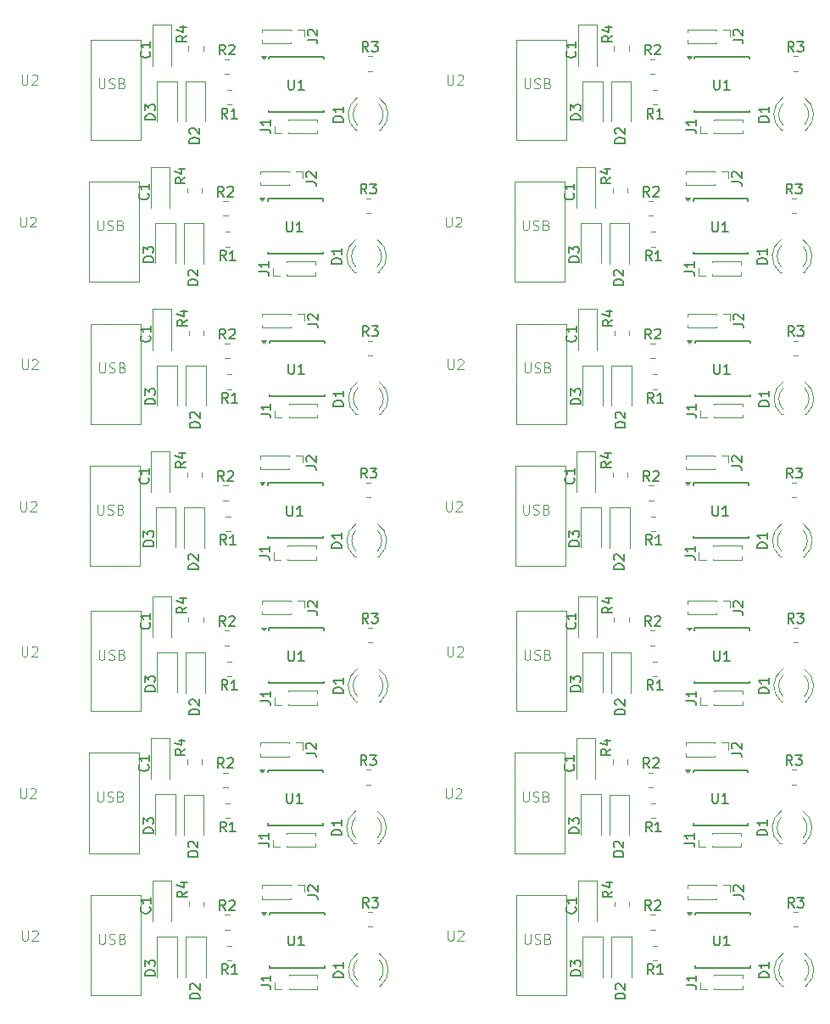
<source format=gbr>
%TF.GenerationSoftware,KiCad,Pcbnew,8.0.7*%
%TF.CreationDate,2024-12-08T11:51:21+01:00*%
%TF.ProjectId,attiny_usb_pannel Pcb Kicad,61747469-6e79-45f7-9573-625f70616e6e,rev?*%
%TF.SameCoordinates,Original*%
%TF.FileFunction,Legend,Top*%
%TF.FilePolarity,Positive*%
%FSLAX46Y46*%
G04 Gerber Fmt 4.6, Leading zero omitted, Abs format (unit mm)*
G04 Created by KiCad (PCBNEW 8.0.7) date 2024-12-08 11:51:21*
%MOMM*%
%LPD*%
G01*
G04 APERTURE LIST*
%ADD10C,0.150000*%
%ADD11C,0.100000*%
%ADD12C,0.120000*%
G04 APERTURE END LIST*
D10*
X140279019Y-147402894D02*
X139279019Y-147402894D01*
X139279019Y-147402894D02*
X139279019Y-147164799D01*
X139279019Y-147164799D02*
X139326638Y-147021942D01*
X139326638Y-147021942D02*
X139421876Y-146926704D01*
X139421876Y-146926704D02*
X139517114Y-146879085D01*
X139517114Y-146879085D02*
X139707590Y-146831466D01*
X139707590Y-146831466D02*
X139850447Y-146831466D01*
X139850447Y-146831466D02*
X140040923Y-146879085D01*
X140040923Y-146879085D02*
X140136161Y-146926704D01*
X140136161Y-146926704D02*
X140231400Y-147021942D01*
X140231400Y-147021942D02*
X140279019Y-147164799D01*
X140279019Y-147164799D02*
X140279019Y-147402894D01*
X139374257Y-146450513D02*
X139326638Y-146402894D01*
X139326638Y-146402894D02*
X139279019Y-146307656D01*
X139279019Y-146307656D02*
X139279019Y-146069561D01*
X139279019Y-146069561D02*
X139326638Y-145974323D01*
X139326638Y-145974323D02*
X139374257Y-145926704D01*
X139374257Y-145926704D02*
X139469495Y-145879085D01*
X139469495Y-145879085D02*
X139564733Y-145879085D01*
X139564733Y-145879085D02*
X139707590Y-145926704D01*
X139707590Y-145926704D02*
X140279019Y-146498132D01*
X140279019Y-146498132D02*
X140279019Y-145879085D01*
X189034019Y-131889333D02*
X189748304Y-131889333D01*
X189748304Y-131889333D02*
X189891161Y-131936952D01*
X189891161Y-131936952D02*
X189986400Y-132032190D01*
X189986400Y-132032190D02*
X190034019Y-132175047D01*
X190034019Y-132175047D02*
X190034019Y-132270285D01*
X190034019Y-130889333D02*
X190034019Y-131460761D01*
X190034019Y-131175047D02*
X189034019Y-131175047D01*
X189034019Y-131175047D02*
X189176876Y-131270285D01*
X189176876Y-131270285D02*
X189272114Y-131365523D01*
X189272114Y-131365523D02*
X189319733Y-131460761D01*
X185586533Y-87911219D02*
X185253200Y-87435028D01*
X185015105Y-87911219D02*
X185015105Y-86911219D01*
X185015105Y-86911219D02*
X185396057Y-86911219D01*
X185396057Y-86911219D02*
X185491295Y-86958838D01*
X185491295Y-86958838D02*
X185538914Y-87006457D01*
X185538914Y-87006457D02*
X185586533Y-87101695D01*
X185586533Y-87101695D02*
X185586533Y-87244552D01*
X185586533Y-87244552D02*
X185538914Y-87339790D01*
X185538914Y-87339790D02*
X185491295Y-87387409D01*
X185491295Y-87387409D02*
X185396057Y-87435028D01*
X185396057Y-87435028D02*
X185015105Y-87435028D01*
X186538914Y-87911219D02*
X185967486Y-87911219D01*
X186253200Y-87911219D02*
X186253200Y-86911219D01*
X186253200Y-86911219D02*
X186157962Y-87054076D01*
X186157962Y-87054076D02*
X186062724Y-87149314D01*
X186062724Y-87149314D02*
X185967486Y-87196933D01*
X181687019Y-93851466D02*
X181210828Y-94184799D01*
X181687019Y-94422894D02*
X180687019Y-94422894D01*
X180687019Y-94422894D02*
X180687019Y-94041942D01*
X180687019Y-94041942D02*
X180734638Y-93946704D01*
X180734638Y-93946704D02*
X180782257Y-93899085D01*
X180782257Y-93899085D02*
X180877495Y-93851466D01*
X180877495Y-93851466D02*
X181020352Y-93851466D01*
X181020352Y-93851466D02*
X181115590Y-93899085D01*
X181115590Y-93899085D02*
X181163209Y-93946704D01*
X181163209Y-93946704D02*
X181210828Y-94041942D01*
X181210828Y-94041942D02*
X181210828Y-94422894D01*
X181020352Y-92994323D02*
X181687019Y-92994323D01*
X180639400Y-93232418D02*
X181353685Y-93470513D01*
X181353685Y-93470513D02*
X181353685Y-92851466D01*
X154771419Y-131100294D02*
X153771419Y-131100294D01*
X153771419Y-131100294D02*
X153771419Y-130862199D01*
X153771419Y-130862199D02*
X153819038Y-130719342D01*
X153819038Y-130719342D02*
X153914276Y-130624104D01*
X153914276Y-130624104D02*
X154009514Y-130576485D01*
X154009514Y-130576485D02*
X154199990Y-130528866D01*
X154199990Y-130528866D02*
X154342847Y-130528866D01*
X154342847Y-130528866D02*
X154533323Y-130576485D01*
X154533323Y-130576485D02*
X154628561Y-130624104D01*
X154628561Y-130624104D02*
X154723800Y-130719342D01*
X154723800Y-130719342D02*
X154771419Y-130862199D01*
X154771419Y-130862199D02*
X154771419Y-131100294D01*
X154771419Y-129576485D02*
X154771419Y-130147913D01*
X154771419Y-129862199D02*
X153771419Y-129862199D01*
X153771419Y-129862199D02*
X153914276Y-129957437D01*
X153914276Y-129957437D02*
X154009514Y-130052675D01*
X154009514Y-130052675D02*
X154057133Y-130147913D01*
X188879019Y-146058333D02*
X189593304Y-146058333D01*
X189593304Y-146058333D02*
X189736161Y-146105952D01*
X189736161Y-146105952D02*
X189831400Y-146201190D01*
X189831400Y-146201190D02*
X189879019Y-146344047D01*
X189879019Y-146344047D02*
X189879019Y-146439285D01*
X189879019Y-145058333D02*
X189879019Y-145629761D01*
X189879019Y-145344047D02*
X188879019Y-145344047D01*
X188879019Y-145344047D02*
X189021876Y-145439285D01*
X189021876Y-145439285D02*
X189117114Y-145534523D01*
X189117114Y-145534523D02*
X189164733Y-145629761D01*
X157155733Y-109630419D02*
X156822400Y-109154228D01*
X156584305Y-109630419D02*
X156584305Y-108630419D01*
X156584305Y-108630419D02*
X156965257Y-108630419D01*
X156965257Y-108630419D02*
X157060495Y-108678038D01*
X157060495Y-108678038D02*
X157108114Y-108725657D01*
X157108114Y-108725657D02*
X157155733Y-108820895D01*
X157155733Y-108820895D02*
X157155733Y-108963752D01*
X157155733Y-108963752D02*
X157108114Y-109058990D01*
X157108114Y-109058990D02*
X157060495Y-109106609D01*
X157060495Y-109106609D02*
X156965257Y-109154228D01*
X156965257Y-109154228D02*
X156584305Y-109154228D01*
X157489067Y-108630419D02*
X158108114Y-108630419D01*
X158108114Y-108630419D02*
X157774781Y-109011371D01*
X157774781Y-109011371D02*
X157917638Y-109011371D01*
X157917638Y-109011371D02*
X158012876Y-109058990D01*
X158012876Y-109058990D02*
X158060495Y-109106609D01*
X158060495Y-109106609D02*
X158108114Y-109201847D01*
X158108114Y-109201847D02*
X158108114Y-109439942D01*
X158108114Y-109439942D02*
X158060495Y-109535180D01*
X158060495Y-109535180D02*
X158012876Y-109582800D01*
X158012876Y-109582800D02*
X157917638Y-109630419D01*
X157917638Y-109630419D02*
X157631924Y-109630419D01*
X157631924Y-109630419D02*
X157536686Y-109582800D01*
X157536686Y-109582800D02*
X157489067Y-109535180D01*
X143241533Y-73742219D02*
X142908200Y-73266028D01*
X142670105Y-73742219D02*
X142670105Y-72742219D01*
X142670105Y-72742219D02*
X143051057Y-72742219D01*
X143051057Y-72742219D02*
X143146295Y-72789838D01*
X143146295Y-72789838D02*
X143193914Y-72837457D01*
X143193914Y-72837457D02*
X143241533Y-72932695D01*
X143241533Y-72932695D02*
X143241533Y-73075552D01*
X143241533Y-73075552D02*
X143193914Y-73170790D01*
X143193914Y-73170790D02*
X143146295Y-73218409D01*
X143146295Y-73218409D02*
X143051057Y-73266028D01*
X143051057Y-73266028D02*
X142670105Y-73266028D01*
X144193914Y-73742219D02*
X143622486Y-73742219D01*
X143908200Y-73742219D02*
X143908200Y-72742219D01*
X143908200Y-72742219D02*
X143812962Y-72885076D01*
X143812962Y-72885076D02*
X143717724Y-72980314D01*
X143717724Y-72980314D02*
X143622486Y-73027933D01*
X182934019Y-133233894D02*
X181934019Y-133233894D01*
X181934019Y-133233894D02*
X181934019Y-132995799D01*
X181934019Y-132995799D02*
X181981638Y-132852942D01*
X181981638Y-132852942D02*
X182076876Y-132757704D01*
X182076876Y-132757704D02*
X182172114Y-132710085D01*
X182172114Y-132710085D02*
X182362590Y-132662466D01*
X182362590Y-132662466D02*
X182505447Y-132662466D01*
X182505447Y-132662466D02*
X182695923Y-132710085D01*
X182695923Y-132710085D02*
X182791161Y-132757704D01*
X182791161Y-132757704D02*
X182886400Y-132852942D01*
X182886400Y-132852942D02*
X182934019Y-132995799D01*
X182934019Y-132995799D02*
X182934019Y-133233894D01*
X182029257Y-132281513D02*
X181981638Y-132233894D01*
X181981638Y-132233894D02*
X181934019Y-132138656D01*
X181934019Y-132138656D02*
X181934019Y-131900561D01*
X181934019Y-131900561D02*
X181981638Y-131805323D01*
X181981638Y-131805323D02*
X182029257Y-131757704D01*
X182029257Y-131757704D02*
X182124495Y-131710085D01*
X182124495Y-131710085D02*
X182219733Y-131710085D01*
X182219733Y-131710085D02*
X182362590Y-131757704D01*
X182362590Y-131757704D02*
X182934019Y-132329132D01*
X182934019Y-132329132D02*
X182934019Y-131710085D01*
X185741533Y-130765219D02*
X185408200Y-130289028D01*
X185170105Y-130765219D02*
X185170105Y-129765219D01*
X185170105Y-129765219D02*
X185551057Y-129765219D01*
X185551057Y-129765219D02*
X185646295Y-129812838D01*
X185646295Y-129812838D02*
X185693914Y-129860457D01*
X185693914Y-129860457D02*
X185741533Y-129955695D01*
X185741533Y-129955695D02*
X185741533Y-130098552D01*
X185741533Y-130098552D02*
X185693914Y-130193790D01*
X185693914Y-130193790D02*
X185646295Y-130241409D01*
X185646295Y-130241409D02*
X185551057Y-130289028D01*
X185551057Y-130289028D02*
X185170105Y-130289028D01*
X186693914Y-130765219D02*
X186122486Y-130765219D01*
X186408200Y-130765219D02*
X186408200Y-129765219D01*
X186408200Y-129765219D02*
X186312962Y-129908076D01*
X186312962Y-129908076D02*
X186217724Y-130003314D01*
X186217724Y-130003314D02*
X186122486Y-130050933D01*
D11*
X122694895Y-69398619D02*
X122694895Y-70208142D01*
X122694895Y-70208142D02*
X122742514Y-70303380D01*
X122742514Y-70303380D02*
X122790133Y-70351000D01*
X122790133Y-70351000D02*
X122885371Y-70398619D01*
X122885371Y-70398619D02*
X123075847Y-70398619D01*
X123075847Y-70398619D02*
X123171085Y-70351000D01*
X123171085Y-70351000D02*
X123218704Y-70303380D01*
X123218704Y-70303380D02*
X123266323Y-70208142D01*
X123266323Y-70208142D02*
X123266323Y-69398619D01*
X123694895Y-69493857D02*
X123742514Y-69446238D01*
X123742514Y-69446238D02*
X123837752Y-69398619D01*
X123837752Y-69398619D02*
X124075847Y-69398619D01*
X124075847Y-69398619D02*
X124171085Y-69446238D01*
X124171085Y-69446238D02*
X124218704Y-69493857D01*
X124218704Y-69493857D02*
X124266323Y-69589095D01*
X124266323Y-69589095D02*
X124266323Y-69684333D01*
X124266323Y-69684333D02*
X124218704Y-69827190D01*
X124218704Y-69827190D02*
X123647276Y-70398619D01*
X123647276Y-70398619D02*
X124266323Y-70398619D01*
X130390684Y-69738619D02*
X130390684Y-70548142D01*
X130390684Y-70548142D02*
X130438303Y-70643380D01*
X130438303Y-70643380D02*
X130485922Y-70691000D01*
X130485922Y-70691000D02*
X130581160Y-70738619D01*
X130581160Y-70738619D02*
X130771636Y-70738619D01*
X130771636Y-70738619D02*
X130866874Y-70691000D01*
X130866874Y-70691000D02*
X130914493Y-70643380D01*
X130914493Y-70643380D02*
X130962112Y-70548142D01*
X130962112Y-70548142D02*
X130962112Y-69738619D01*
X131390684Y-70691000D02*
X131533541Y-70738619D01*
X131533541Y-70738619D02*
X131771636Y-70738619D01*
X131771636Y-70738619D02*
X131866874Y-70691000D01*
X131866874Y-70691000D02*
X131914493Y-70643380D01*
X131914493Y-70643380D02*
X131962112Y-70548142D01*
X131962112Y-70548142D02*
X131962112Y-70452904D01*
X131962112Y-70452904D02*
X131914493Y-70357666D01*
X131914493Y-70357666D02*
X131866874Y-70310047D01*
X131866874Y-70310047D02*
X131771636Y-70262428D01*
X131771636Y-70262428D02*
X131581160Y-70214809D01*
X131581160Y-70214809D02*
X131485922Y-70167190D01*
X131485922Y-70167190D02*
X131438303Y-70119571D01*
X131438303Y-70119571D02*
X131390684Y-70024333D01*
X131390684Y-70024333D02*
X131390684Y-69929095D01*
X131390684Y-69929095D02*
X131438303Y-69833857D01*
X131438303Y-69833857D02*
X131485922Y-69786238D01*
X131485922Y-69786238D02*
X131581160Y-69738619D01*
X131581160Y-69738619D02*
X131819255Y-69738619D01*
X131819255Y-69738619D02*
X131962112Y-69786238D01*
X132724017Y-70214809D02*
X132866874Y-70262428D01*
X132866874Y-70262428D02*
X132914493Y-70310047D01*
X132914493Y-70310047D02*
X132962112Y-70405285D01*
X132962112Y-70405285D02*
X132962112Y-70548142D01*
X132962112Y-70548142D02*
X132914493Y-70643380D01*
X132914493Y-70643380D02*
X132866874Y-70691000D01*
X132866874Y-70691000D02*
X132771636Y-70738619D01*
X132771636Y-70738619D02*
X132390684Y-70738619D01*
X132390684Y-70738619D02*
X132390684Y-69738619D01*
X132390684Y-69738619D02*
X132724017Y-69738619D01*
X132724017Y-69738619D02*
X132819255Y-69786238D01*
X132819255Y-69786238D02*
X132866874Y-69833857D01*
X132866874Y-69833857D02*
X132914493Y-69929095D01*
X132914493Y-69929095D02*
X132914493Y-70024333D01*
X132914493Y-70024333D02*
X132866874Y-70119571D01*
X132866874Y-70119571D02*
X132819255Y-70167190D01*
X132819255Y-70167190D02*
X132724017Y-70214809D01*
X132724017Y-70214809D02*
X132390684Y-70214809D01*
D10*
X199632733Y-138281419D02*
X199299400Y-137805228D01*
X199061305Y-138281419D02*
X199061305Y-137281419D01*
X199061305Y-137281419D02*
X199442257Y-137281419D01*
X199442257Y-137281419D02*
X199537495Y-137329038D01*
X199537495Y-137329038D02*
X199585114Y-137376657D01*
X199585114Y-137376657D02*
X199632733Y-137471895D01*
X199632733Y-137471895D02*
X199632733Y-137614752D01*
X199632733Y-137614752D02*
X199585114Y-137709990D01*
X199585114Y-137709990D02*
X199537495Y-137757609D01*
X199537495Y-137757609D02*
X199442257Y-137805228D01*
X199442257Y-137805228D02*
X199061305Y-137805228D01*
X199966067Y-137281419D02*
X200585114Y-137281419D01*
X200585114Y-137281419D02*
X200251781Y-137662371D01*
X200251781Y-137662371D02*
X200394638Y-137662371D01*
X200394638Y-137662371D02*
X200489876Y-137709990D01*
X200489876Y-137709990D02*
X200537495Y-137757609D01*
X200537495Y-137757609D02*
X200585114Y-137852847D01*
X200585114Y-137852847D02*
X200585114Y-138090942D01*
X200585114Y-138090942D02*
X200537495Y-138186180D01*
X200537495Y-138186180D02*
X200489876Y-138233800D01*
X200489876Y-138233800D02*
X200394638Y-138281419D01*
X200394638Y-138281419D02*
X200108924Y-138281419D01*
X200108924Y-138281419D02*
X200013686Y-138233800D01*
X200013686Y-138233800D02*
X199966067Y-138186180D01*
X182934019Y-76210894D02*
X181934019Y-76210894D01*
X181934019Y-76210894D02*
X181934019Y-75972799D01*
X181934019Y-75972799D02*
X181981638Y-75829942D01*
X181981638Y-75829942D02*
X182076876Y-75734704D01*
X182076876Y-75734704D02*
X182172114Y-75687085D01*
X182172114Y-75687085D02*
X182362590Y-75639466D01*
X182362590Y-75639466D02*
X182505447Y-75639466D01*
X182505447Y-75639466D02*
X182695923Y-75687085D01*
X182695923Y-75687085D02*
X182791161Y-75734704D01*
X182791161Y-75734704D02*
X182886400Y-75829942D01*
X182886400Y-75829942D02*
X182934019Y-75972799D01*
X182934019Y-75972799D02*
X182934019Y-76210894D01*
X182029257Y-75258513D02*
X181981638Y-75210894D01*
X181981638Y-75210894D02*
X181934019Y-75115656D01*
X181934019Y-75115656D02*
X181934019Y-74877561D01*
X181934019Y-74877561D02*
X181981638Y-74782323D01*
X181981638Y-74782323D02*
X182029257Y-74734704D01*
X182029257Y-74734704D02*
X182124495Y-74687085D01*
X182124495Y-74687085D02*
X182219733Y-74687085D01*
X182219733Y-74687085D02*
X182362590Y-74734704D01*
X182362590Y-74734704D02*
X182934019Y-75306132D01*
X182934019Y-75306132D02*
X182934019Y-74687085D01*
X154639419Y-116618294D02*
X153639419Y-116618294D01*
X153639419Y-116618294D02*
X153639419Y-116380199D01*
X153639419Y-116380199D02*
X153687038Y-116237342D01*
X153687038Y-116237342D02*
X153782276Y-116142104D01*
X153782276Y-116142104D02*
X153877514Y-116094485D01*
X153877514Y-116094485D02*
X154067990Y-116046866D01*
X154067990Y-116046866D02*
X154210847Y-116046866D01*
X154210847Y-116046866D02*
X154401323Y-116094485D01*
X154401323Y-116094485D02*
X154496561Y-116142104D01*
X154496561Y-116142104D02*
X154591800Y-116237342D01*
X154591800Y-116237342D02*
X154639419Y-116380199D01*
X154639419Y-116380199D02*
X154639419Y-116618294D01*
X154639419Y-115094485D02*
X154639419Y-115665913D01*
X154639419Y-115380199D02*
X153639419Y-115380199D01*
X153639419Y-115380199D02*
X153782276Y-115475437D01*
X153782276Y-115475437D02*
X153877514Y-115570675D01*
X153877514Y-115570675D02*
X153925133Y-115665913D01*
X182957019Y-104582894D02*
X181957019Y-104582894D01*
X181957019Y-104582894D02*
X181957019Y-104344799D01*
X181957019Y-104344799D02*
X182004638Y-104201942D01*
X182004638Y-104201942D02*
X182099876Y-104106704D01*
X182099876Y-104106704D02*
X182195114Y-104059085D01*
X182195114Y-104059085D02*
X182385590Y-104011466D01*
X182385590Y-104011466D02*
X182528447Y-104011466D01*
X182528447Y-104011466D02*
X182718923Y-104059085D01*
X182718923Y-104059085D02*
X182814161Y-104106704D01*
X182814161Y-104106704D02*
X182909400Y-104201942D01*
X182909400Y-104201942D02*
X182957019Y-104344799D01*
X182957019Y-104344799D02*
X182957019Y-104582894D01*
X182052257Y-103630513D02*
X182004638Y-103582894D01*
X182004638Y-103582894D02*
X181957019Y-103487656D01*
X181957019Y-103487656D02*
X181957019Y-103249561D01*
X181957019Y-103249561D02*
X182004638Y-103154323D01*
X182004638Y-103154323D02*
X182052257Y-103106704D01*
X182052257Y-103106704D02*
X182147495Y-103059085D01*
X182147495Y-103059085D02*
X182242733Y-103059085D01*
X182242733Y-103059085D02*
X182385590Y-103106704D01*
X182385590Y-103106704D02*
X182957019Y-103678132D01*
X182957019Y-103678132D02*
X182957019Y-103059085D01*
X197294419Y-102449294D02*
X196294419Y-102449294D01*
X196294419Y-102449294D02*
X196294419Y-102211199D01*
X196294419Y-102211199D02*
X196342038Y-102068342D01*
X196342038Y-102068342D02*
X196437276Y-101973104D01*
X196437276Y-101973104D02*
X196532514Y-101925485D01*
X196532514Y-101925485D02*
X196722990Y-101877866D01*
X196722990Y-101877866D02*
X196865847Y-101877866D01*
X196865847Y-101877866D02*
X197056323Y-101925485D01*
X197056323Y-101925485D02*
X197151561Y-101973104D01*
X197151561Y-101973104D02*
X197246800Y-102068342D01*
X197246800Y-102068342D02*
X197294419Y-102211199D01*
X197294419Y-102211199D02*
X197294419Y-102449294D01*
X197294419Y-100925485D02*
X197294419Y-101496913D01*
X197294419Y-101211199D02*
X196294419Y-101211199D01*
X196294419Y-101211199D02*
X196437276Y-101306437D01*
X196437276Y-101306437D02*
X196532514Y-101401675D01*
X196532514Y-101401675D02*
X196580133Y-101496913D01*
X189034019Y-74866333D02*
X189748304Y-74866333D01*
X189748304Y-74866333D02*
X189891161Y-74913952D01*
X189891161Y-74913952D02*
X189986400Y-75009190D01*
X189986400Y-75009190D02*
X190034019Y-75152047D01*
X190034019Y-75152047D02*
X190034019Y-75247285D01*
X190034019Y-73866333D02*
X190034019Y-74437761D01*
X190034019Y-74152047D02*
X189034019Y-74152047D01*
X189034019Y-74152047D02*
X189176876Y-74247285D01*
X189176876Y-74247285D02*
X189272114Y-74342523D01*
X189272114Y-74342523D02*
X189319733Y-74437761D01*
X193568619Y-80043733D02*
X194282904Y-80043733D01*
X194282904Y-80043733D02*
X194425761Y-80091352D01*
X194425761Y-80091352D02*
X194521000Y-80186590D01*
X194521000Y-80186590D02*
X194568619Y-80329447D01*
X194568619Y-80329447D02*
X194568619Y-80424685D01*
X193663857Y-79615161D02*
X193616238Y-79567542D01*
X193616238Y-79567542D02*
X193568619Y-79472304D01*
X193568619Y-79472304D02*
X193568619Y-79234209D01*
X193568619Y-79234209D02*
X193616238Y-79138971D01*
X193616238Y-79138971D02*
X193663857Y-79091352D01*
X193663857Y-79091352D02*
X193759095Y-79043733D01*
X193759095Y-79043733D02*
X193854333Y-79043733D01*
X193854333Y-79043733D02*
X193997190Y-79091352D01*
X193997190Y-79091352D02*
X194568619Y-79662780D01*
X194568619Y-79662780D02*
X194568619Y-79043733D01*
X146534019Y-74866333D02*
X147248304Y-74866333D01*
X147248304Y-74866333D02*
X147391161Y-74913952D01*
X147391161Y-74913952D02*
X147486400Y-75009190D01*
X147486400Y-75009190D02*
X147534019Y-75152047D01*
X147534019Y-75152047D02*
X147534019Y-75247285D01*
X147534019Y-73866333D02*
X147534019Y-74437761D01*
X147534019Y-74152047D02*
X146534019Y-74152047D01*
X146534019Y-74152047D02*
X146676876Y-74247285D01*
X146676876Y-74247285D02*
X146772114Y-74342523D01*
X146772114Y-74342523D02*
X146819733Y-74437761D01*
X135459580Y-95426266D02*
X135507200Y-95473885D01*
X135507200Y-95473885D02*
X135554819Y-95616742D01*
X135554819Y-95616742D02*
X135554819Y-95711980D01*
X135554819Y-95711980D02*
X135507200Y-95854837D01*
X135507200Y-95854837D02*
X135411961Y-95950075D01*
X135411961Y-95950075D02*
X135316723Y-95997694D01*
X135316723Y-95997694D02*
X135126247Y-96045313D01*
X135126247Y-96045313D02*
X134983390Y-96045313D01*
X134983390Y-96045313D02*
X134792914Y-95997694D01*
X134792914Y-95997694D02*
X134697676Y-95950075D01*
X134697676Y-95950075D02*
X134602438Y-95854837D01*
X134602438Y-95854837D02*
X134554819Y-95711980D01*
X134554819Y-95711980D02*
X134554819Y-95616742D01*
X134554819Y-95616742D02*
X134602438Y-95473885D01*
X134602438Y-95473885D02*
X134650057Y-95426266D01*
X135554819Y-94473885D02*
X135554819Y-95045313D01*
X135554819Y-94759599D02*
X134554819Y-94759599D01*
X134554819Y-94759599D02*
X134697676Y-94854837D01*
X134697676Y-94854837D02*
X134792914Y-94950075D01*
X134792914Y-94950075D02*
X134840533Y-95045313D01*
X193723619Y-122897733D02*
X194437904Y-122897733D01*
X194437904Y-122897733D02*
X194580761Y-122945352D01*
X194580761Y-122945352D02*
X194676000Y-123040590D01*
X194676000Y-123040590D02*
X194723619Y-123183447D01*
X194723619Y-123183447D02*
X194723619Y-123278685D01*
X193818857Y-122469161D02*
X193771238Y-122421542D01*
X193771238Y-122421542D02*
X193723619Y-122326304D01*
X193723619Y-122326304D02*
X193723619Y-122088209D01*
X193723619Y-122088209D02*
X193771238Y-121992971D01*
X193771238Y-121992971D02*
X193818857Y-121945352D01*
X193818857Y-121945352D02*
X193914095Y-121897733D01*
X193914095Y-121897733D02*
X194009333Y-121897733D01*
X194009333Y-121897733D02*
X194152190Y-121945352D01*
X194152190Y-121945352D02*
X194723619Y-122516780D01*
X194723619Y-122516780D02*
X194723619Y-121897733D01*
X151246619Y-94246733D02*
X151960904Y-94246733D01*
X151960904Y-94246733D02*
X152103761Y-94294352D01*
X152103761Y-94294352D02*
X152199000Y-94389590D01*
X152199000Y-94389590D02*
X152246619Y-94532447D01*
X152246619Y-94532447D02*
X152246619Y-94627685D01*
X151341857Y-93818161D02*
X151294238Y-93770542D01*
X151294238Y-93770542D02*
X151246619Y-93675304D01*
X151246619Y-93675304D02*
X151246619Y-93437209D01*
X151246619Y-93437209D02*
X151294238Y-93341971D01*
X151294238Y-93341971D02*
X151341857Y-93294352D01*
X151341857Y-93294352D02*
X151437095Y-93246733D01*
X151437095Y-93246733D02*
X151532333Y-93246733D01*
X151532333Y-93246733D02*
X151675190Y-93294352D01*
X151675190Y-93294352D02*
X152246619Y-93865780D01*
X152246619Y-93865780D02*
X152246619Y-93246733D01*
X157310733Y-95461419D02*
X156977400Y-94985228D01*
X156739305Y-95461419D02*
X156739305Y-94461419D01*
X156739305Y-94461419D02*
X157120257Y-94461419D01*
X157120257Y-94461419D02*
X157215495Y-94509038D01*
X157215495Y-94509038D02*
X157263114Y-94556657D01*
X157263114Y-94556657D02*
X157310733Y-94651895D01*
X157310733Y-94651895D02*
X157310733Y-94794752D01*
X157310733Y-94794752D02*
X157263114Y-94889990D01*
X157263114Y-94889990D02*
X157215495Y-94937609D01*
X157215495Y-94937609D02*
X157120257Y-94985228D01*
X157120257Y-94985228D02*
X156739305Y-94985228D01*
X157644067Y-94461419D02*
X158263114Y-94461419D01*
X158263114Y-94461419D02*
X157929781Y-94842371D01*
X157929781Y-94842371D02*
X158072638Y-94842371D01*
X158072638Y-94842371D02*
X158167876Y-94889990D01*
X158167876Y-94889990D02*
X158215495Y-94937609D01*
X158215495Y-94937609D02*
X158263114Y-95032847D01*
X158263114Y-95032847D02*
X158263114Y-95270942D01*
X158263114Y-95270942D02*
X158215495Y-95366180D01*
X158215495Y-95366180D02*
X158167876Y-95413800D01*
X158167876Y-95413800D02*
X158072638Y-95461419D01*
X158072638Y-95461419D02*
X157786924Y-95461419D01*
X157786924Y-95461419D02*
X157691686Y-95413800D01*
X157691686Y-95413800D02*
X157644067Y-95366180D01*
X157132733Y-138281419D02*
X156799400Y-137805228D01*
X156561305Y-138281419D02*
X156561305Y-137281419D01*
X156561305Y-137281419D02*
X156942257Y-137281419D01*
X156942257Y-137281419D02*
X157037495Y-137329038D01*
X157037495Y-137329038D02*
X157085114Y-137376657D01*
X157085114Y-137376657D02*
X157132733Y-137471895D01*
X157132733Y-137471895D02*
X157132733Y-137614752D01*
X157132733Y-137614752D02*
X157085114Y-137709990D01*
X157085114Y-137709990D02*
X157037495Y-137757609D01*
X157037495Y-137757609D02*
X156942257Y-137805228D01*
X156942257Y-137805228D02*
X156561305Y-137805228D01*
X157466067Y-137281419D02*
X158085114Y-137281419D01*
X158085114Y-137281419D02*
X157751781Y-137662371D01*
X157751781Y-137662371D02*
X157894638Y-137662371D01*
X157894638Y-137662371D02*
X157989876Y-137709990D01*
X157989876Y-137709990D02*
X158037495Y-137757609D01*
X158037495Y-137757609D02*
X158085114Y-137852847D01*
X158085114Y-137852847D02*
X158085114Y-138090942D01*
X158085114Y-138090942D02*
X158037495Y-138186180D01*
X158037495Y-138186180D02*
X157989876Y-138233800D01*
X157989876Y-138233800D02*
X157894638Y-138281419D01*
X157894638Y-138281419D02*
X157608924Y-138281419D01*
X157608924Y-138281419D02*
X157513686Y-138233800D01*
X157513686Y-138233800D02*
X157466067Y-138186180D01*
D11*
X122717895Y-97770619D02*
X122717895Y-98580142D01*
X122717895Y-98580142D02*
X122765514Y-98675380D01*
X122765514Y-98675380D02*
X122813133Y-98723000D01*
X122813133Y-98723000D02*
X122908371Y-98770619D01*
X122908371Y-98770619D02*
X123098847Y-98770619D01*
X123098847Y-98770619D02*
X123194085Y-98723000D01*
X123194085Y-98723000D02*
X123241704Y-98675380D01*
X123241704Y-98675380D02*
X123289323Y-98580142D01*
X123289323Y-98580142D02*
X123289323Y-97770619D01*
X123717895Y-97865857D02*
X123765514Y-97818238D01*
X123765514Y-97818238D02*
X123860752Y-97770619D01*
X123860752Y-97770619D02*
X124098847Y-97770619D01*
X124098847Y-97770619D02*
X124194085Y-97818238D01*
X124194085Y-97818238D02*
X124241704Y-97865857D01*
X124241704Y-97865857D02*
X124289323Y-97961095D01*
X124289323Y-97961095D02*
X124289323Y-98056333D01*
X124289323Y-98056333D02*
X124241704Y-98199190D01*
X124241704Y-98199190D02*
X123670276Y-98770619D01*
X123670276Y-98770619D02*
X124289323Y-98770619D01*
X130413684Y-98110619D02*
X130413684Y-98920142D01*
X130413684Y-98920142D02*
X130461303Y-99015380D01*
X130461303Y-99015380D02*
X130508922Y-99063000D01*
X130508922Y-99063000D02*
X130604160Y-99110619D01*
X130604160Y-99110619D02*
X130794636Y-99110619D01*
X130794636Y-99110619D02*
X130889874Y-99063000D01*
X130889874Y-99063000D02*
X130937493Y-99015380D01*
X130937493Y-99015380D02*
X130985112Y-98920142D01*
X130985112Y-98920142D02*
X130985112Y-98110619D01*
X131413684Y-99063000D02*
X131556541Y-99110619D01*
X131556541Y-99110619D02*
X131794636Y-99110619D01*
X131794636Y-99110619D02*
X131889874Y-99063000D01*
X131889874Y-99063000D02*
X131937493Y-99015380D01*
X131937493Y-99015380D02*
X131985112Y-98920142D01*
X131985112Y-98920142D02*
X131985112Y-98824904D01*
X131985112Y-98824904D02*
X131937493Y-98729666D01*
X131937493Y-98729666D02*
X131889874Y-98682047D01*
X131889874Y-98682047D02*
X131794636Y-98634428D01*
X131794636Y-98634428D02*
X131604160Y-98586809D01*
X131604160Y-98586809D02*
X131508922Y-98539190D01*
X131508922Y-98539190D02*
X131461303Y-98491571D01*
X131461303Y-98491571D02*
X131413684Y-98396333D01*
X131413684Y-98396333D02*
X131413684Y-98301095D01*
X131413684Y-98301095D02*
X131461303Y-98205857D01*
X131461303Y-98205857D02*
X131508922Y-98158238D01*
X131508922Y-98158238D02*
X131604160Y-98110619D01*
X131604160Y-98110619D02*
X131842255Y-98110619D01*
X131842255Y-98110619D02*
X131985112Y-98158238D01*
X132747017Y-98586809D02*
X132889874Y-98634428D01*
X132889874Y-98634428D02*
X132937493Y-98682047D01*
X132937493Y-98682047D02*
X132985112Y-98777285D01*
X132985112Y-98777285D02*
X132985112Y-98920142D01*
X132985112Y-98920142D02*
X132937493Y-99015380D01*
X132937493Y-99015380D02*
X132889874Y-99063000D01*
X132889874Y-99063000D02*
X132794636Y-99110619D01*
X132794636Y-99110619D02*
X132413684Y-99110619D01*
X132413684Y-99110619D02*
X132413684Y-98110619D01*
X132413684Y-98110619D02*
X132747017Y-98110619D01*
X132747017Y-98110619D02*
X132842255Y-98158238D01*
X132842255Y-98158238D02*
X132889874Y-98205857D01*
X132889874Y-98205857D02*
X132937493Y-98301095D01*
X132937493Y-98301095D02*
X132937493Y-98396333D01*
X132937493Y-98396333D02*
X132889874Y-98491571D01*
X132889874Y-98491571D02*
X132842255Y-98539190D01*
X132842255Y-98539190D02*
X132747017Y-98586809D01*
X132747017Y-98586809D02*
X132413684Y-98586809D01*
D10*
X185764533Y-159137219D02*
X185431200Y-158661028D01*
X185193105Y-159137219D02*
X185193105Y-158137219D01*
X185193105Y-158137219D02*
X185574057Y-158137219D01*
X185574057Y-158137219D02*
X185669295Y-158184838D01*
X185669295Y-158184838D02*
X185716914Y-158232457D01*
X185716914Y-158232457D02*
X185764533Y-158327695D01*
X185764533Y-158327695D02*
X185764533Y-158470552D01*
X185764533Y-158470552D02*
X185716914Y-158565790D01*
X185716914Y-158565790D02*
X185669295Y-158613409D01*
X185669295Y-158613409D02*
X185574057Y-158661028D01*
X185574057Y-158661028D02*
X185193105Y-158661028D01*
X186716914Y-159137219D02*
X186145486Y-159137219D01*
X186431200Y-159137219D02*
X186431200Y-158137219D01*
X186431200Y-158137219D02*
X186335962Y-158280076D01*
X186335962Y-158280076D02*
X186240724Y-158375314D01*
X186240724Y-158375314D02*
X186145486Y-158422933D01*
X178489019Y-130897094D02*
X177489019Y-130897094D01*
X177489019Y-130897094D02*
X177489019Y-130658999D01*
X177489019Y-130658999D02*
X177536638Y-130516142D01*
X177536638Y-130516142D02*
X177631876Y-130420904D01*
X177631876Y-130420904D02*
X177727114Y-130373285D01*
X177727114Y-130373285D02*
X177917590Y-130325666D01*
X177917590Y-130325666D02*
X178060447Y-130325666D01*
X178060447Y-130325666D02*
X178250923Y-130373285D01*
X178250923Y-130373285D02*
X178346161Y-130420904D01*
X178346161Y-130420904D02*
X178441400Y-130516142D01*
X178441400Y-130516142D02*
X178489019Y-130658999D01*
X178489019Y-130658999D02*
X178489019Y-130897094D01*
X177489019Y-129992332D02*
X177489019Y-129373285D01*
X177489019Y-129373285D02*
X177869971Y-129706618D01*
X177869971Y-129706618D02*
X177869971Y-129563761D01*
X177869971Y-129563761D02*
X177917590Y-129468523D01*
X177917590Y-129468523D02*
X177965209Y-129420904D01*
X177965209Y-129420904D02*
X178060447Y-129373285D01*
X178060447Y-129373285D02*
X178298542Y-129373285D01*
X178298542Y-129373285D02*
X178393780Y-129420904D01*
X178393780Y-129420904D02*
X178441400Y-129468523D01*
X178441400Y-129468523D02*
X178489019Y-129563761D01*
X178489019Y-129563761D02*
X178489019Y-129849475D01*
X178489019Y-129849475D02*
X178441400Y-129944713D01*
X178441400Y-129944713D02*
X178393780Y-129992332D01*
X149301095Y-126896019D02*
X149301095Y-127705542D01*
X149301095Y-127705542D02*
X149348714Y-127800780D01*
X149348714Y-127800780D02*
X149396333Y-127848400D01*
X149396333Y-127848400D02*
X149491571Y-127896019D01*
X149491571Y-127896019D02*
X149682047Y-127896019D01*
X149682047Y-127896019D02*
X149777285Y-127848400D01*
X149777285Y-127848400D02*
X149824904Y-127800780D01*
X149824904Y-127800780D02*
X149872523Y-127705542D01*
X149872523Y-127705542D02*
X149872523Y-126896019D01*
X150872523Y-127896019D02*
X150301095Y-127896019D01*
X150586809Y-127896019D02*
X150586809Y-126896019D01*
X150586809Y-126896019D02*
X150491571Y-127038876D01*
X150491571Y-127038876D02*
X150396333Y-127134114D01*
X150396333Y-127134114D02*
X150301095Y-127181733D01*
X143241533Y-130765219D02*
X142908200Y-130289028D01*
X142670105Y-130765219D02*
X142670105Y-129765219D01*
X142670105Y-129765219D02*
X143051057Y-129765219D01*
X143051057Y-129765219D02*
X143146295Y-129812838D01*
X143146295Y-129812838D02*
X143193914Y-129860457D01*
X143193914Y-129860457D02*
X143241533Y-129955695D01*
X143241533Y-129955695D02*
X143241533Y-130098552D01*
X143241533Y-130098552D02*
X143193914Y-130193790D01*
X143193914Y-130193790D02*
X143146295Y-130241409D01*
X143146295Y-130241409D02*
X143051057Y-130289028D01*
X143051057Y-130289028D02*
X142670105Y-130289028D01*
X144193914Y-130765219D02*
X143622486Y-130765219D01*
X143908200Y-130765219D02*
X143908200Y-129765219D01*
X143908200Y-129765219D02*
X143812962Y-129908076D01*
X143812962Y-129908076D02*
X143717724Y-130003314D01*
X143717724Y-130003314D02*
X143622486Y-130050933D01*
X193591619Y-108415733D02*
X194305904Y-108415733D01*
X194305904Y-108415733D02*
X194448761Y-108463352D01*
X194448761Y-108463352D02*
X194544000Y-108558590D01*
X194544000Y-108558590D02*
X194591619Y-108701447D01*
X194591619Y-108701447D02*
X194591619Y-108796685D01*
X193686857Y-107987161D02*
X193639238Y-107939542D01*
X193639238Y-107939542D02*
X193591619Y-107844304D01*
X193591619Y-107844304D02*
X193591619Y-107606209D01*
X193591619Y-107606209D02*
X193639238Y-107510971D01*
X193639238Y-107510971D02*
X193686857Y-107463352D01*
X193686857Y-107463352D02*
X193782095Y-107415733D01*
X193782095Y-107415733D02*
X193877333Y-107415733D01*
X193877333Y-107415733D02*
X194020190Y-107463352D01*
X194020190Y-107463352D02*
X194591619Y-108034780D01*
X194591619Y-108034780D02*
X194591619Y-107415733D01*
X191669095Y-112414019D02*
X191669095Y-113223542D01*
X191669095Y-113223542D02*
X191716714Y-113318780D01*
X191716714Y-113318780D02*
X191764333Y-113366400D01*
X191764333Y-113366400D02*
X191859571Y-113414019D01*
X191859571Y-113414019D02*
X192050047Y-113414019D01*
X192050047Y-113414019D02*
X192145285Y-113366400D01*
X192145285Y-113366400D02*
X192192904Y-113318780D01*
X192192904Y-113318780D02*
X192240523Y-113223542D01*
X192240523Y-113223542D02*
X192240523Y-112414019D01*
X193240523Y-113414019D02*
X192669095Y-113414019D01*
X192954809Y-113414019D02*
X192954809Y-112414019D01*
X192954809Y-112414019D02*
X192859571Y-112556876D01*
X192859571Y-112556876D02*
X192764333Y-112652114D01*
X192764333Y-112652114D02*
X192669095Y-112699733D01*
D11*
X122539895Y-83567619D02*
X122539895Y-84377142D01*
X122539895Y-84377142D02*
X122587514Y-84472380D01*
X122587514Y-84472380D02*
X122635133Y-84520000D01*
X122635133Y-84520000D02*
X122730371Y-84567619D01*
X122730371Y-84567619D02*
X122920847Y-84567619D01*
X122920847Y-84567619D02*
X123016085Y-84520000D01*
X123016085Y-84520000D02*
X123063704Y-84472380D01*
X123063704Y-84472380D02*
X123111323Y-84377142D01*
X123111323Y-84377142D02*
X123111323Y-83567619D01*
X123539895Y-83662857D02*
X123587514Y-83615238D01*
X123587514Y-83615238D02*
X123682752Y-83567619D01*
X123682752Y-83567619D02*
X123920847Y-83567619D01*
X123920847Y-83567619D02*
X124016085Y-83615238D01*
X124016085Y-83615238D02*
X124063704Y-83662857D01*
X124063704Y-83662857D02*
X124111323Y-83758095D01*
X124111323Y-83758095D02*
X124111323Y-83853333D01*
X124111323Y-83853333D02*
X124063704Y-83996190D01*
X124063704Y-83996190D02*
X123492276Y-84567619D01*
X123492276Y-84567619D02*
X124111323Y-84567619D01*
X130235684Y-83907619D02*
X130235684Y-84717142D01*
X130235684Y-84717142D02*
X130283303Y-84812380D01*
X130283303Y-84812380D02*
X130330922Y-84860000D01*
X130330922Y-84860000D02*
X130426160Y-84907619D01*
X130426160Y-84907619D02*
X130616636Y-84907619D01*
X130616636Y-84907619D02*
X130711874Y-84860000D01*
X130711874Y-84860000D02*
X130759493Y-84812380D01*
X130759493Y-84812380D02*
X130807112Y-84717142D01*
X130807112Y-84717142D02*
X130807112Y-83907619D01*
X131235684Y-84860000D02*
X131378541Y-84907619D01*
X131378541Y-84907619D02*
X131616636Y-84907619D01*
X131616636Y-84907619D02*
X131711874Y-84860000D01*
X131711874Y-84860000D02*
X131759493Y-84812380D01*
X131759493Y-84812380D02*
X131807112Y-84717142D01*
X131807112Y-84717142D02*
X131807112Y-84621904D01*
X131807112Y-84621904D02*
X131759493Y-84526666D01*
X131759493Y-84526666D02*
X131711874Y-84479047D01*
X131711874Y-84479047D02*
X131616636Y-84431428D01*
X131616636Y-84431428D02*
X131426160Y-84383809D01*
X131426160Y-84383809D02*
X131330922Y-84336190D01*
X131330922Y-84336190D02*
X131283303Y-84288571D01*
X131283303Y-84288571D02*
X131235684Y-84193333D01*
X131235684Y-84193333D02*
X131235684Y-84098095D01*
X131235684Y-84098095D02*
X131283303Y-84002857D01*
X131283303Y-84002857D02*
X131330922Y-83955238D01*
X131330922Y-83955238D02*
X131426160Y-83907619D01*
X131426160Y-83907619D02*
X131664255Y-83907619D01*
X131664255Y-83907619D02*
X131807112Y-83955238D01*
X132569017Y-84383809D02*
X132711874Y-84431428D01*
X132711874Y-84431428D02*
X132759493Y-84479047D01*
X132759493Y-84479047D02*
X132807112Y-84574285D01*
X132807112Y-84574285D02*
X132807112Y-84717142D01*
X132807112Y-84717142D02*
X132759493Y-84812380D01*
X132759493Y-84812380D02*
X132711874Y-84860000D01*
X132711874Y-84860000D02*
X132616636Y-84907619D01*
X132616636Y-84907619D02*
X132235684Y-84907619D01*
X132235684Y-84907619D02*
X132235684Y-83907619D01*
X132235684Y-83907619D02*
X132569017Y-83907619D01*
X132569017Y-83907619D02*
X132664255Y-83955238D01*
X132664255Y-83955238D02*
X132711874Y-84002857D01*
X132711874Y-84002857D02*
X132759493Y-84098095D01*
X132759493Y-84098095D02*
X132759493Y-84193333D01*
X132759493Y-84193333D02*
X132711874Y-84288571D01*
X132711874Y-84288571D02*
X132664255Y-84336190D01*
X132664255Y-84336190D02*
X132569017Y-84383809D01*
X132569017Y-84383809D02*
X132235684Y-84383809D01*
D10*
X142857933Y-138560819D02*
X142524600Y-138084628D01*
X142286505Y-138560819D02*
X142286505Y-137560819D01*
X142286505Y-137560819D02*
X142667457Y-137560819D01*
X142667457Y-137560819D02*
X142762695Y-137608438D01*
X142762695Y-137608438D02*
X142810314Y-137656057D01*
X142810314Y-137656057D02*
X142857933Y-137751295D01*
X142857933Y-137751295D02*
X142857933Y-137894152D01*
X142857933Y-137894152D02*
X142810314Y-137989390D01*
X142810314Y-137989390D02*
X142762695Y-138037009D01*
X142762695Y-138037009D02*
X142667457Y-138084628D01*
X142667457Y-138084628D02*
X142286505Y-138084628D01*
X143238886Y-137656057D02*
X143286505Y-137608438D01*
X143286505Y-137608438D02*
X143381743Y-137560819D01*
X143381743Y-137560819D02*
X143619838Y-137560819D01*
X143619838Y-137560819D02*
X143715076Y-137608438D01*
X143715076Y-137608438D02*
X143762695Y-137656057D01*
X143762695Y-137656057D02*
X143810314Y-137751295D01*
X143810314Y-137751295D02*
X143810314Y-137846533D01*
X143810314Y-137846533D02*
X143762695Y-137989390D01*
X143762695Y-137989390D02*
X143191267Y-138560819D01*
X143191267Y-138560819D02*
X143810314Y-138560819D01*
X189057019Y-103238333D02*
X189771304Y-103238333D01*
X189771304Y-103238333D02*
X189914161Y-103285952D01*
X189914161Y-103285952D02*
X190009400Y-103381190D01*
X190009400Y-103381190D02*
X190057019Y-103524047D01*
X190057019Y-103524047D02*
X190057019Y-103619285D01*
X190057019Y-102238333D02*
X190057019Y-102809761D01*
X190057019Y-102524047D02*
X189057019Y-102524047D01*
X189057019Y-102524047D02*
X189199876Y-102619285D01*
X189199876Y-102619285D02*
X189295114Y-102714523D01*
X189295114Y-102714523D02*
X189342733Y-102809761D01*
X189057019Y-160261333D02*
X189771304Y-160261333D01*
X189771304Y-160261333D02*
X189914161Y-160308952D01*
X189914161Y-160308952D02*
X190009400Y-160404190D01*
X190009400Y-160404190D02*
X190057019Y-160547047D01*
X190057019Y-160547047D02*
X190057019Y-160642285D01*
X190057019Y-159261333D02*
X190057019Y-159832761D01*
X190057019Y-159547047D02*
X189057019Y-159547047D01*
X189057019Y-159547047D02*
X189199876Y-159642285D01*
X189199876Y-159642285D02*
X189295114Y-159737523D01*
X189295114Y-159737523D02*
X189342733Y-159832761D01*
X185512933Y-67368819D02*
X185179600Y-66892628D01*
X184941505Y-67368819D02*
X184941505Y-66368819D01*
X184941505Y-66368819D02*
X185322457Y-66368819D01*
X185322457Y-66368819D02*
X185417695Y-66416438D01*
X185417695Y-66416438D02*
X185465314Y-66464057D01*
X185465314Y-66464057D02*
X185512933Y-66559295D01*
X185512933Y-66559295D02*
X185512933Y-66702152D01*
X185512933Y-66702152D02*
X185465314Y-66797390D01*
X185465314Y-66797390D02*
X185417695Y-66845009D01*
X185417695Y-66845009D02*
X185322457Y-66892628D01*
X185322457Y-66892628D02*
X184941505Y-66892628D01*
X185893886Y-66464057D02*
X185941505Y-66416438D01*
X185941505Y-66416438D02*
X186036743Y-66368819D01*
X186036743Y-66368819D02*
X186274838Y-66368819D01*
X186274838Y-66368819D02*
X186370076Y-66416438D01*
X186370076Y-66416438D02*
X186417695Y-66464057D01*
X186417695Y-66464057D02*
X186465314Y-66559295D01*
X186465314Y-66559295D02*
X186465314Y-66654533D01*
X186465314Y-66654533D02*
X186417695Y-66797390D01*
X186417695Y-66797390D02*
X185846267Y-67368819D01*
X185846267Y-67368819D02*
X186465314Y-67368819D01*
X140457019Y-161605894D02*
X139457019Y-161605894D01*
X139457019Y-161605894D02*
X139457019Y-161367799D01*
X139457019Y-161367799D02*
X139504638Y-161224942D01*
X139504638Y-161224942D02*
X139599876Y-161129704D01*
X139599876Y-161129704D02*
X139695114Y-161082085D01*
X139695114Y-161082085D02*
X139885590Y-161034466D01*
X139885590Y-161034466D02*
X140028447Y-161034466D01*
X140028447Y-161034466D02*
X140218923Y-161082085D01*
X140218923Y-161082085D02*
X140314161Y-161129704D01*
X140314161Y-161129704D02*
X140409400Y-161224942D01*
X140409400Y-161224942D02*
X140457019Y-161367799D01*
X140457019Y-161367799D02*
X140457019Y-161605894D01*
X139552257Y-160653513D02*
X139504638Y-160605894D01*
X139504638Y-160605894D02*
X139457019Y-160510656D01*
X139457019Y-160510656D02*
X139457019Y-160272561D01*
X139457019Y-160272561D02*
X139504638Y-160177323D01*
X139504638Y-160177323D02*
X139552257Y-160129704D01*
X139552257Y-160129704D02*
X139647495Y-160082085D01*
X139647495Y-160082085D02*
X139742733Y-160082085D01*
X139742733Y-160082085D02*
X139885590Y-160129704D01*
X139885590Y-160129704D02*
X140457019Y-160701132D01*
X140457019Y-160701132D02*
X140457019Y-160082085D01*
X193746619Y-151269733D02*
X194460904Y-151269733D01*
X194460904Y-151269733D02*
X194603761Y-151317352D01*
X194603761Y-151317352D02*
X194699000Y-151412590D01*
X194699000Y-151412590D02*
X194746619Y-151555447D01*
X194746619Y-151555447D02*
X194746619Y-151650685D01*
X193841857Y-150841161D02*
X193794238Y-150793542D01*
X193794238Y-150793542D02*
X193746619Y-150698304D01*
X193746619Y-150698304D02*
X193746619Y-150460209D01*
X193746619Y-150460209D02*
X193794238Y-150364971D01*
X193794238Y-150364971D02*
X193841857Y-150317352D01*
X193841857Y-150317352D02*
X193937095Y-150269733D01*
X193937095Y-150269733D02*
X194032333Y-150269733D01*
X194032333Y-150269733D02*
X194175190Y-150317352D01*
X194175190Y-150317352D02*
X194746619Y-150888780D01*
X194746619Y-150888780D02*
X194746619Y-150269733D01*
X182779019Y-147402894D02*
X181779019Y-147402894D01*
X181779019Y-147402894D02*
X181779019Y-147164799D01*
X181779019Y-147164799D02*
X181826638Y-147021942D01*
X181826638Y-147021942D02*
X181921876Y-146926704D01*
X181921876Y-146926704D02*
X182017114Y-146879085D01*
X182017114Y-146879085D02*
X182207590Y-146831466D01*
X182207590Y-146831466D02*
X182350447Y-146831466D01*
X182350447Y-146831466D02*
X182540923Y-146879085D01*
X182540923Y-146879085D02*
X182636161Y-146926704D01*
X182636161Y-146926704D02*
X182731400Y-147021942D01*
X182731400Y-147021942D02*
X182779019Y-147164799D01*
X182779019Y-147164799D02*
X182779019Y-147402894D01*
X181874257Y-146450513D02*
X181826638Y-146402894D01*
X181826638Y-146402894D02*
X181779019Y-146307656D01*
X181779019Y-146307656D02*
X181779019Y-146069561D01*
X181779019Y-146069561D02*
X181826638Y-145974323D01*
X181826638Y-145974323D02*
X181874257Y-145926704D01*
X181874257Y-145926704D02*
X181969495Y-145879085D01*
X181969495Y-145879085D02*
X182064733Y-145879085D01*
X182064733Y-145879085D02*
X182207590Y-145926704D01*
X182207590Y-145926704D02*
X182779019Y-146498132D01*
X182779019Y-146498132D02*
X182779019Y-145879085D01*
X143012933Y-67368819D02*
X142679600Y-66892628D01*
X142441505Y-67368819D02*
X142441505Y-66368819D01*
X142441505Y-66368819D02*
X142822457Y-66368819D01*
X142822457Y-66368819D02*
X142917695Y-66416438D01*
X142917695Y-66416438D02*
X142965314Y-66464057D01*
X142965314Y-66464057D02*
X143012933Y-66559295D01*
X143012933Y-66559295D02*
X143012933Y-66702152D01*
X143012933Y-66702152D02*
X142965314Y-66797390D01*
X142965314Y-66797390D02*
X142917695Y-66845009D01*
X142917695Y-66845009D02*
X142822457Y-66892628D01*
X142822457Y-66892628D02*
X142441505Y-66892628D01*
X143393886Y-66464057D02*
X143441505Y-66416438D01*
X143441505Y-66416438D02*
X143536743Y-66368819D01*
X143536743Y-66368819D02*
X143774838Y-66368819D01*
X143774838Y-66368819D02*
X143870076Y-66416438D01*
X143870076Y-66416438D02*
X143917695Y-66464057D01*
X143917695Y-66464057D02*
X143965314Y-66559295D01*
X143965314Y-66559295D02*
X143965314Y-66654533D01*
X143965314Y-66654533D02*
X143917695Y-66797390D01*
X143917695Y-66797390D02*
X143346267Y-67368819D01*
X143346267Y-67368819D02*
X143965314Y-67368819D01*
X199632733Y-81258419D02*
X199299400Y-80782228D01*
X199061305Y-81258419D02*
X199061305Y-80258419D01*
X199061305Y-80258419D02*
X199442257Y-80258419D01*
X199442257Y-80258419D02*
X199537495Y-80306038D01*
X199537495Y-80306038D02*
X199585114Y-80353657D01*
X199585114Y-80353657D02*
X199632733Y-80448895D01*
X199632733Y-80448895D02*
X199632733Y-80591752D01*
X199632733Y-80591752D02*
X199585114Y-80686990D01*
X199585114Y-80686990D02*
X199537495Y-80734609D01*
X199537495Y-80734609D02*
X199442257Y-80782228D01*
X199442257Y-80782228D02*
X199061305Y-80782228D01*
X199966067Y-80258419D02*
X200585114Y-80258419D01*
X200585114Y-80258419D02*
X200251781Y-80639371D01*
X200251781Y-80639371D02*
X200394638Y-80639371D01*
X200394638Y-80639371D02*
X200489876Y-80686990D01*
X200489876Y-80686990D02*
X200537495Y-80734609D01*
X200537495Y-80734609D02*
X200585114Y-80829847D01*
X200585114Y-80829847D02*
X200585114Y-81067942D01*
X200585114Y-81067942D02*
X200537495Y-81163180D01*
X200537495Y-81163180D02*
X200489876Y-81210800D01*
X200489876Y-81210800D02*
X200394638Y-81258419D01*
X200394638Y-81258419D02*
X200108924Y-81258419D01*
X200108924Y-81258419D02*
X200013686Y-81210800D01*
X200013686Y-81210800D02*
X199966067Y-81163180D01*
X185357933Y-138560819D02*
X185024600Y-138084628D01*
X184786505Y-138560819D02*
X184786505Y-137560819D01*
X184786505Y-137560819D02*
X185167457Y-137560819D01*
X185167457Y-137560819D02*
X185262695Y-137608438D01*
X185262695Y-137608438D02*
X185310314Y-137656057D01*
X185310314Y-137656057D02*
X185357933Y-137751295D01*
X185357933Y-137751295D02*
X185357933Y-137894152D01*
X185357933Y-137894152D02*
X185310314Y-137989390D01*
X185310314Y-137989390D02*
X185262695Y-138037009D01*
X185262695Y-138037009D02*
X185167457Y-138084628D01*
X185167457Y-138084628D02*
X184786505Y-138084628D01*
X185738886Y-137656057D02*
X185786505Y-137608438D01*
X185786505Y-137608438D02*
X185881743Y-137560819D01*
X185881743Y-137560819D02*
X186119838Y-137560819D01*
X186119838Y-137560819D02*
X186215076Y-137608438D01*
X186215076Y-137608438D02*
X186262695Y-137656057D01*
X186262695Y-137656057D02*
X186310314Y-137751295D01*
X186310314Y-137751295D02*
X186310314Y-137846533D01*
X186310314Y-137846533D02*
X186262695Y-137989390D01*
X186262695Y-137989390D02*
X185691267Y-138560819D01*
X185691267Y-138560819D02*
X186310314Y-138560819D01*
X191824095Y-155268019D02*
X191824095Y-156077542D01*
X191824095Y-156077542D02*
X191871714Y-156172780D01*
X191871714Y-156172780D02*
X191919333Y-156220400D01*
X191919333Y-156220400D02*
X192014571Y-156268019D01*
X192014571Y-156268019D02*
X192205047Y-156268019D01*
X192205047Y-156268019D02*
X192300285Y-156220400D01*
X192300285Y-156220400D02*
X192347904Y-156172780D01*
X192347904Y-156172780D02*
X192395523Y-156077542D01*
X192395523Y-156077542D02*
X192395523Y-155268019D01*
X193395523Y-156268019D02*
X192824095Y-156268019D01*
X193109809Y-156268019D02*
X193109809Y-155268019D01*
X193109809Y-155268019D02*
X193014571Y-155410876D01*
X193014571Y-155410876D02*
X192919333Y-155506114D01*
X192919333Y-155506114D02*
X192824095Y-155553733D01*
X146534019Y-131889333D02*
X147248304Y-131889333D01*
X147248304Y-131889333D02*
X147391161Y-131936952D01*
X147391161Y-131936952D02*
X147486400Y-132032190D01*
X147486400Y-132032190D02*
X147534019Y-132175047D01*
X147534019Y-132175047D02*
X147534019Y-132270285D01*
X147534019Y-130889333D02*
X147534019Y-131460761D01*
X147534019Y-131175047D02*
X146534019Y-131175047D01*
X146534019Y-131175047D02*
X146676876Y-131270285D01*
X146676876Y-131270285D02*
X146772114Y-131365523D01*
X146772114Y-131365523D02*
X146819733Y-131460761D01*
X199787733Y-124112419D02*
X199454400Y-123636228D01*
X199216305Y-124112419D02*
X199216305Y-123112419D01*
X199216305Y-123112419D02*
X199597257Y-123112419D01*
X199597257Y-123112419D02*
X199692495Y-123160038D01*
X199692495Y-123160038D02*
X199740114Y-123207657D01*
X199740114Y-123207657D02*
X199787733Y-123302895D01*
X199787733Y-123302895D02*
X199787733Y-123445752D01*
X199787733Y-123445752D02*
X199740114Y-123540990D01*
X199740114Y-123540990D02*
X199692495Y-123588609D01*
X199692495Y-123588609D02*
X199597257Y-123636228D01*
X199597257Y-123636228D02*
X199216305Y-123636228D01*
X200121067Y-123112419D02*
X200740114Y-123112419D01*
X200740114Y-123112419D02*
X200406781Y-123493371D01*
X200406781Y-123493371D02*
X200549638Y-123493371D01*
X200549638Y-123493371D02*
X200644876Y-123540990D01*
X200644876Y-123540990D02*
X200692495Y-123588609D01*
X200692495Y-123588609D02*
X200740114Y-123683847D01*
X200740114Y-123683847D02*
X200740114Y-123921942D01*
X200740114Y-123921942D02*
X200692495Y-124017180D01*
X200692495Y-124017180D02*
X200644876Y-124064800D01*
X200644876Y-124064800D02*
X200549638Y-124112419D01*
X200549638Y-124112419D02*
X200263924Y-124112419D01*
X200263924Y-124112419D02*
X200168686Y-124064800D01*
X200168686Y-124064800D02*
X200121067Y-124017180D01*
X197271419Y-131100294D02*
X196271419Y-131100294D01*
X196271419Y-131100294D02*
X196271419Y-130862199D01*
X196271419Y-130862199D02*
X196319038Y-130719342D01*
X196319038Y-130719342D02*
X196414276Y-130624104D01*
X196414276Y-130624104D02*
X196509514Y-130576485D01*
X196509514Y-130576485D02*
X196699990Y-130528866D01*
X196699990Y-130528866D02*
X196842847Y-130528866D01*
X196842847Y-130528866D02*
X197033323Y-130576485D01*
X197033323Y-130576485D02*
X197128561Y-130624104D01*
X197128561Y-130624104D02*
X197223800Y-130719342D01*
X197223800Y-130719342D02*
X197271419Y-130862199D01*
X197271419Y-130862199D02*
X197271419Y-131100294D01*
X197271419Y-129576485D02*
X197271419Y-130147913D01*
X197271419Y-129862199D02*
X196271419Y-129862199D01*
X196271419Y-129862199D02*
X196414276Y-129957437D01*
X196414276Y-129957437D02*
X196509514Y-130052675D01*
X196509514Y-130052675D02*
X196557133Y-130147913D01*
X178489019Y-73874094D02*
X177489019Y-73874094D01*
X177489019Y-73874094D02*
X177489019Y-73635999D01*
X177489019Y-73635999D02*
X177536638Y-73493142D01*
X177536638Y-73493142D02*
X177631876Y-73397904D01*
X177631876Y-73397904D02*
X177727114Y-73350285D01*
X177727114Y-73350285D02*
X177917590Y-73302666D01*
X177917590Y-73302666D02*
X178060447Y-73302666D01*
X178060447Y-73302666D02*
X178250923Y-73350285D01*
X178250923Y-73350285D02*
X178346161Y-73397904D01*
X178346161Y-73397904D02*
X178441400Y-73493142D01*
X178441400Y-73493142D02*
X178489019Y-73635999D01*
X178489019Y-73635999D02*
X178489019Y-73874094D01*
X177489019Y-72969332D02*
X177489019Y-72350285D01*
X177489019Y-72350285D02*
X177869971Y-72683618D01*
X177869971Y-72683618D02*
X177869971Y-72540761D01*
X177869971Y-72540761D02*
X177917590Y-72445523D01*
X177917590Y-72445523D02*
X177965209Y-72397904D01*
X177965209Y-72397904D02*
X178060447Y-72350285D01*
X178060447Y-72350285D02*
X178298542Y-72350285D01*
X178298542Y-72350285D02*
X178393780Y-72397904D01*
X178393780Y-72397904D02*
X178441400Y-72445523D01*
X178441400Y-72445523D02*
X178489019Y-72540761D01*
X178489019Y-72540761D02*
X178489019Y-72826475D01*
X178489019Y-72826475D02*
X178441400Y-72921713D01*
X178441400Y-72921713D02*
X178393780Y-72969332D01*
X157132733Y-81258419D02*
X156799400Y-80782228D01*
X156561305Y-81258419D02*
X156561305Y-80258419D01*
X156561305Y-80258419D02*
X156942257Y-80258419D01*
X156942257Y-80258419D02*
X157037495Y-80306038D01*
X157037495Y-80306038D02*
X157085114Y-80353657D01*
X157085114Y-80353657D02*
X157132733Y-80448895D01*
X157132733Y-80448895D02*
X157132733Y-80591752D01*
X157132733Y-80591752D02*
X157085114Y-80686990D01*
X157085114Y-80686990D02*
X157037495Y-80734609D01*
X157037495Y-80734609D02*
X156942257Y-80782228D01*
X156942257Y-80782228D02*
X156561305Y-80782228D01*
X157466067Y-80258419D02*
X158085114Y-80258419D01*
X158085114Y-80258419D02*
X157751781Y-80639371D01*
X157751781Y-80639371D02*
X157894638Y-80639371D01*
X157894638Y-80639371D02*
X157989876Y-80686990D01*
X157989876Y-80686990D02*
X158037495Y-80734609D01*
X158037495Y-80734609D02*
X158085114Y-80829847D01*
X158085114Y-80829847D02*
X158085114Y-81067942D01*
X158085114Y-81067942D02*
X158037495Y-81163180D01*
X158037495Y-81163180D02*
X157989876Y-81210800D01*
X157989876Y-81210800D02*
X157894638Y-81258419D01*
X157894638Y-81258419D02*
X157608924Y-81258419D01*
X157608924Y-81258419D02*
X157513686Y-81210800D01*
X157513686Y-81210800D02*
X157466067Y-81163180D01*
X181532019Y-108020466D02*
X181055828Y-108353799D01*
X181532019Y-108591894D02*
X180532019Y-108591894D01*
X180532019Y-108591894D02*
X180532019Y-108210942D01*
X180532019Y-108210942D02*
X180579638Y-108115704D01*
X180579638Y-108115704D02*
X180627257Y-108068085D01*
X180627257Y-108068085D02*
X180722495Y-108020466D01*
X180722495Y-108020466D02*
X180865352Y-108020466D01*
X180865352Y-108020466D02*
X180960590Y-108068085D01*
X180960590Y-108068085D02*
X181008209Y-108115704D01*
X181008209Y-108115704D02*
X181055828Y-108210942D01*
X181055828Y-108210942D02*
X181055828Y-108591894D01*
X180865352Y-107163323D02*
X181532019Y-107163323D01*
X180484400Y-107401418D02*
X181198685Y-107639513D01*
X181198685Y-107639513D02*
X181198685Y-107020466D01*
X193568619Y-137066733D02*
X194282904Y-137066733D01*
X194282904Y-137066733D02*
X194425761Y-137114352D01*
X194425761Y-137114352D02*
X194521000Y-137209590D01*
X194521000Y-137209590D02*
X194568619Y-137352447D01*
X194568619Y-137352447D02*
X194568619Y-137447685D01*
X193663857Y-136638161D02*
X193616238Y-136590542D01*
X193616238Y-136590542D02*
X193568619Y-136495304D01*
X193568619Y-136495304D02*
X193568619Y-136257209D01*
X193568619Y-136257209D02*
X193616238Y-136161971D01*
X193616238Y-136161971D02*
X193663857Y-136114352D01*
X193663857Y-136114352D02*
X193759095Y-136066733D01*
X193759095Y-136066733D02*
X193854333Y-136066733D01*
X193854333Y-136066733D02*
X193997190Y-136114352D01*
X193997190Y-136114352D02*
X194568619Y-136685780D01*
X194568619Y-136685780D02*
X194568619Y-136066733D01*
X135281580Y-138246266D02*
X135329200Y-138293885D01*
X135329200Y-138293885D02*
X135376819Y-138436742D01*
X135376819Y-138436742D02*
X135376819Y-138531980D01*
X135376819Y-138531980D02*
X135329200Y-138674837D01*
X135329200Y-138674837D02*
X135233961Y-138770075D01*
X135233961Y-138770075D02*
X135138723Y-138817694D01*
X135138723Y-138817694D02*
X134948247Y-138865313D01*
X134948247Y-138865313D02*
X134805390Y-138865313D01*
X134805390Y-138865313D02*
X134614914Y-138817694D01*
X134614914Y-138817694D02*
X134519676Y-138770075D01*
X134519676Y-138770075D02*
X134424438Y-138674837D01*
X134424438Y-138674837D02*
X134376819Y-138531980D01*
X134376819Y-138531980D02*
X134376819Y-138436742D01*
X134376819Y-138436742D02*
X134424438Y-138293885D01*
X134424438Y-138293885D02*
X134472057Y-138246266D01*
X135376819Y-137293885D02*
X135376819Y-137865313D01*
X135376819Y-137579599D02*
X134376819Y-137579599D01*
X134376819Y-137579599D02*
X134519676Y-137674837D01*
X134519676Y-137674837D02*
X134614914Y-137770075D01*
X134614914Y-137770075D02*
X134662533Y-137865313D01*
X135834019Y-145066094D02*
X134834019Y-145066094D01*
X134834019Y-145066094D02*
X134834019Y-144827999D01*
X134834019Y-144827999D02*
X134881638Y-144685142D01*
X134881638Y-144685142D02*
X134976876Y-144589904D01*
X134976876Y-144589904D02*
X135072114Y-144542285D01*
X135072114Y-144542285D02*
X135262590Y-144494666D01*
X135262590Y-144494666D02*
X135405447Y-144494666D01*
X135405447Y-144494666D02*
X135595923Y-144542285D01*
X135595923Y-144542285D02*
X135691161Y-144589904D01*
X135691161Y-144589904D02*
X135786400Y-144685142D01*
X135786400Y-144685142D02*
X135834019Y-144827999D01*
X135834019Y-144827999D02*
X135834019Y-145066094D01*
X134834019Y-144161332D02*
X134834019Y-143542285D01*
X134834019Y-143542285D02*
X135214971Y-143875618D01*
X135214971Y-143875618D02*
X135214971Y-143732761D01*
X135214971Y-143732761D02*
X135262590Y-143637523D01*
X135262590Y-143637523D02*
X135310209Y-143589904D01*
X135310209Y-143589904D02*
X135405447Y-143542285D01*
X135405447Y-143542285D02*
X135643542Y-143542285D01*
X135643542Y-143542285D02*
X135738780Y-143589904D01*
X135738780Y-143589904D02*
X135786400Y-143637523D01*
X135786400Y-143637523D02*
X135834019Y-143732761D01*
X135834019Y-143732761D02*
X135834019Y-144018475D01*
X135834019Y-144018475D02*
X135786400Y-144113713D01*
X135786400Y-144113713D02*
X135738780Y-144161332D01*
D11*
X165039895Y-83567619D02*
X165039895Y-84377142D01*
X165039895Y-84377142D02*
X165087514Y-84472380D01*
X165087514Y-84472380D02*
X165135133Y-84520000D01*
X165135133Y-84520000D02*
X165230371Y-84567619D01*
X165230371Y-84567619D02*
X165420847Y-84567619D01*
X165420847Y-84567619D02*
X165516085Y-84520000D01*
X165516085Y-84520000D02*
X165563704Y-84472380D01*
X165563704Y-84472380D02*
X165611323Y-84377142D01*
X165611323Y-84377142D02*
X165611323Y-83567619D01*
X166039895Y-83662857D02*
X166087514Y-83615238D01*
X166087514Y-83615238D02*
X166182752Y-83567619D01*
X166182752Y-83567619D02*
X166420847Y-83567619D01*
X166420847Y-83567619D02*
X166516085Y-83615238D01*
X166516085Y-83615238D02*
X166563704Y-83662857D01*
X166563704Y-83662857D02*
X166611323Y-83758095D01*
X166611323Y-83758095D02*
X166611323Y-83853333D01*
X166611323Y-83853333D02*
X166563704Y-83996190D01*
X166563704Y-83996190D02*
X165992276Y-84567619D01*
X165992276Y-84567619D02*
X166611323Y-84567619D01*
X172735684Y-83907619D02*
X172735684Y-84717142D01*
X172735684Y-84717142D02*
X172783303Y-84812380D01*
X172783303Y-84812380D02*
X172830922Y-84860000D01*
X172830922Y-84860000D02*
X172926160Y-84907619D01*
X172926160Y-84907619D02*
X173116636Y-84907619D01*
X173116636Y-84907619D02*
X173211874Y-84860000D01*
X173211874Y-84860000D02*
X173259493Y-84812380D01*
X173259493Y-84812380D02*
X173307112Y-84717142D01*
X173307112Y-84717142D02*
X173307112Y-83907619D01*
X173735684Y-84860000D02*
X173878541Y-84907619D01*
X173878541Y-84907619D02*
X174116636Y-84907619D01*
X174116636Y-84907619D02*
X174211874Y-84860000D01*
X174211874Y-84860000D02*
X174259493Y-84812380D01*
X174259493Y-84812380D02*
X174307112Y-84717142D01*
X174307112Y-84717142D02*
X174307112Y-84621904D01*
X174307112Y-84621904D02*
X174259493Y-84526666D01*
X174259493Y-84526666D02*
X174211874Y-84479047D01*
X174211874Y-84479047D02*
X174116636Y-84431428D01*
X174116636Y-84431428D02*
X173926160Y-84383809D01*
X173926160Y-84383809D02*
X173830922Y-84336190D01*
X173830922Y-84336190D02*
X173783303Y-84288571D01*
X173783303Y-84288571D02*
X173735684Y-84193333D01*
X173735684Y-84193333D02*
X173735684Y-84098095D01*
X173735684Y-84098095D02*
X173783303Y-84002857D01*
X173783303Y-84002857D02*
X173830922Y-83955238D01*
X173830922Y-83955238D02*
X173926160Y-83907619D01*
X173926160Y-83907619D02*
X174164255Y-83907619D01*
X174164255Y-83907619D02*
X174307112Y-83955238D01*
X175069017Y-84383809D02*
X175211874Y-84431428D01*
X175211874Y-84431428D02*
X175259493Y-84479047D01*
X175259493Y-84479047D02*
X175307112Y-84574285D01*
X175307112Y-84574285D02*
X175307112Y-84717142D01*
X175307112Y-84717142D02*
X175259493Y-84812380D01*
X175259493Y-84812380D02*
X175211874Y-84860000D01*
X175211874Y-84860000D02*
X175116636Y-84907619D01*
X175116636Y-84907619D02*
X174735684Y-84907619D01*
X174735684Y-84907619D02*
X174735684Y-83907619D01*
X174735684Y-83907619D02*
X175069017Y-83907619D01*
X175069017Y-83907619D02*
X175164255Y-83955238D01*
X175164255Y-83955238D02*
X175211874Y-84002857D01*
X175211874Y-84002857D02*
X175259493Y-84098095D01*
X175259493Y-84098095D02*
X175259493Y-84193333D01*
X175259493Y-84193333D02*
X175211874Y-84288571D01*
X175211874Y-84288571D02*
X175164255Y-84336190D01*
X175164255Y-84336190D02*
X175069017Y-84383809D01*
X175069017Y-84383809D02*
X174735684Y-84383809D01*
D10*
X135436580Y-67054266D02*
X135484200Y-67101885D01*
X135484200Y-67101885D02*
X135531819Y-67244742D01*
X135531819Y-67244742D02*
X135531819Y-67339980D01*
X135531819Y-67339980D02*
X135484200Y-67482837D01*
X135484200Y-67482837D02*
X135388961Y-67578075D01*
X135388961Y-67578075D02*
X135293723Y-67625694D01*
X135293723Y-67625694D02*
X135103247Y-67673313D01*
X135103247Y-67673313D02*
X134960390Y-67673313D01*
X134960390Y-67673313D02*
X134769914Y-67625694D01*
X134769914Y-67625694D02*
X134674676Y-67578075D01*
X134674676Y-67578075D02*
X134579438Y-67482837D01*
X134579438Y-67482837D02*
X134531819Y-67339980D01*
X134531819Y-67339980D02*
X134531819Y-67244742D01*
X134531819Y-67244742D02*
X134579438Y-67101885D01*
X134579438Y-67101885D02*
X134627057Y-67054266D01*
X135531819Y-66101885D02*
X135531819Y-66673313D01*
X135531819Y-66387599D02*
X134531819Y-66387599D01*
X134531819Y-66387599D02*
X134674676Y-66482837D01*
X134674676Y-66482837D02*
X134769914Y-66578075D01*
X134769914Y-66578075D02*
X134817533Y-66673313D01*
X135436580Y-124077266D02*
X135484200Y-124124885D01*
X135484200Y-124124885D02*
X135531819Y-124267742D01*
X135531819Y-124267742D02*
X135531819Y-124362980D01*
X135531819Y-124362980D02*
X135484200Y-124505837D01*
X135484200Y-124505837D02*
X135388961Y-124601075D01*
X135388961Y-124601075D02*
X135293723Y-124648694D01*
X135293723Y-124648694D02*
X135103247Y-124696313D01*
X135103247Y-124696313D02*
X134960390Y-124696313D01*
X134960390Y-124696313D02*
X134769914Y-124648694D01*
X134769914Y-124648694D02*
X134674676Y-124601075D01*
X134674676Y-124601075D02*
X134579438Y-124505837D01*
X134579438Y-124505837D02*
X134531819Y-124362980D01*
X134531819Y-124362980D02*
X134531819Y-124267742D01*
X134531819Y-124267742D02*
X134579438Y-124124885D01*
X134579438Y-124124885D02*
X134627057Y-124077266D01*
X135531819Y-123124885D02*
X135531819Y-123696313D01*
X135531819Y-123410599D02*
X134531819Y-123410599D01*
X134531819Y-123410599D02*
X134674676Y-123505837D01*
X134674676Y-123505837D02*
X134769914Y-123601075D01*
X134769914Y-123601075D02*
X134817533Y-123696313D01*
X143035933Y-152763819D02*
X142702600Y-152287628D01*
X142464505Y-152763819D02*
X142464505Y-151763819D01*
X142464505Y-151763819D02*
X142845457Y-151763819D01*
X142845457Y-151763819D02*
X142940695Y-151811438D01*
X142940695Y-151811438D02*
X142988314Y-151859057D01*
X142988314Y-151859057D02*
X143035933Y-151954295D01*
X143035933Y-151954295D02*
X143035933Y-152097152D01*
X143035933Y-152097152D02*
X142988314Y-152192390D01*
X142988314Y-152192390D02*
X142940695Y-152240009D01*
X142940695Y-152240009D02*
X142845457Y-152287628D01*
X142845457Y-152287628D02*
X142464505Y-152287628D01*
X143416886Y-151859057D02*
X143464505Y-151811438D01*
X143464505Y-151811438D02*
X143559743Y-151763819D01*
X143559743Y-151763819D02*
X143797838Y-151763819D01*
X143797838Y-151763819D02*
X143893076Y-151811438D01*
X143893076Y-151811438D02*
X143940695Y-151859057D01*
X143940695Y-151859057D02*
X143988314Y-151954295D01*
X143988314Y-151954295D02*
X143988314Y-152049533D01*
X143988314Y-152049533D02*
X143940695Y-152192390D01*
X143940695Y-152192390D02*
X143369267Y-152763819D01*
X143369267Y-152763819D02*
X143988314Y-152763819D01*
X182957019Y-161605894D02*
X181957019Y-161605894D01*
X181957019Y-161605894D02*
X181957019Y-161367799D01*
X181957019Y-161367799D02*
X182004638Y-161224942D01*
X182004638Y-161224942D02*
X182099876Y-161129704D01*
X182099876Y-161129704D02*
X182195114Y-161082085D01*
X182195114Y-161082085D02*
X182385590Y-161034466D01*
X182385590Y-161034466D02*
X182528447Y-161034466D01*
X182528447Y-161034466D02*
X182718923Y-161082085D01*
X182718923Y-161082085D02*
X182814161Y-161129704D01*
X182814161Y-161129704D02*
X182909400Y-161224942D01*
X182909400Y-161224942D02*
X182957019Y-161367799D01*
X182957019Y-161367799D02*
X182957019Y-161605894D01*
X182052257Y-160653513D02*
X182004638Y-160605894D01*
X182004638Y-160605894D02*
X181957019Y-160510656D01*
X181957019Y-160510656D02*
X181957019Y-160272561D01*
X181957019Y-160272561D02*
X182004638Y-160177323D01*
X182004638Y-160177323D02*
X182052257Y-160129704D01*
X182052257Y-160129704D02*
X182147495Y-160082085D01*
X182147495Y-160082085D02*
X182242733Y-160082085D01*
X182242733Y-160082085D02*
X182385590Y-160129704D01*
X182385590Y-160129704D02*
X182957019Y-160701132D01*
X182957019Y-160701132D02*
X182957019Y-160082085D01*
X191824095Y-98245019D02*
X191824095Y-99054542D01*
X191824095Y-99054542D02*
X191871714Y-99149780D01*
X191871714Y-99149780D02*
X191919333Y-99197400D01*
X191919333Y-99197400D02*
X192014571Y-99245019D01*
X192014571Y-99245019D02*
X192205047Y-99245019D01*
X192205047Y-99245019D02*
X192300285Y-99197400D01*
X192300285Y-99197400D02*
X192347904Y-99149780D01*
X192347904Y-99149780D02*
X192395523Y-99054542D01*
X192395523Y-99054542D02*
X192395523Y-98245019D01*
X193395523Y-99245019D02*
X192824095Y-99245019D01*
X193109809Y-99245019D02*
X193109809Y-98245019D01*
X193109809Y-98245019D02*
X193014571Y-98387876D01*
X193014571Y-98387876D02*
X192919333Y-98483114D01*
X192919333Y-98483114D02*
X192824095Y-98530733D01*
X177781580Y-81223266D02*
X177829200Y-81270885D01*
X177829200Y-81270885D02*
X177876819Y-81413742D01*
X177876819Y-81413742D02*
X177876819Y-81508980D01*
X177876819Y-81508980D02*
X177829200Y-81651837D01*
X177829200Y-81651837D02*
X177733961Y-81747075D01*
X177733961Y-81747075D02*
X177638723Y-81794694D01*
X177638723Y-81794694D02*
X177448247Y-81842313D01*
X177448247Y-81842313D02*
X177305390Y-81842313D01*
X177305390Y-81842313D02*
X177114914Y-81794694D01*
X177114914Y-81794694D02*
X177019676Y-81747075D01*
X177019676Y-81747075D02*
X176924438Y-81651837D01*
X176924438Y-81651837D02*
X176876819Y-81508980D01*
X176876819Y-81508980D02*
X176876819Y-81413742D01*
X176876819Y-81413742D02*
X176924438Y-81270885D01*
X176924438Y-81270885D02*
X176972057Y-81223266D01*
X177876819Y-80270885D02*
X177876819Y-80842313D01*
X177876819Y-80556599D02*
X176876819Y-80556599D01*
X176876819Y-80556599D02*
X177019676Y-80651837D01*
X177019676Y-80651837D02*
X177114914Y-80747075D01*
X177114914Y-80747075D02*
X177162533Y-80842313D01*
X185741533Y-73742219D02*
X185408200Y-73266028D01*
X185170105Y-73742219D02*
X185170105Y-72742219D01*
X185170105Y-72742219D02*
X185551057Y-72742219D01*
X185551057Y-72742219D02*
X185646295Y-72789838D01*
X185646295Y-72789838D02*
X185693914Y-72837457D01*
X185693914Y-72837457D02*
X185741533Y-72932695D01*
X185741533Y-72932695D02*
X185741533Y-73075552D01*
X185741533Y-73075552D02*
X185693914Y-73170790D01*
X185693914Y-73170790D02*
X185646295Y-73218409D01*
X185646295Y-73218409D02*
X185551057Y-73266028D01*
X185551057Y-73266028D02*
X185170105Y-73266028D01*
X186693914Y-73742219D02*
X186122486Y-73742219D01*
X186408200Y-73742219D02*
X186408200Y-72742219D01*
X186408200Y-72742219D02*
X186312962Y-72885076D01*
X186312962Y-72885076D02*
X186217724Y-72980314D01*
X186217724Y-72980314D02*
X186122486Y-73027933D01*
X197116419Y-88246294D02*
X196116419Y-88246294D01*
X196116419Y-88246294D02*
X196116419Y-88008199D01*
X196116419Y-88008199D02*
X196164038Y-87865342D01*
X196164038Y-87865342D02*
X196259276Y-87770104D01*
X196259276Y-87770104D02*
X196354514Y-87722485D01*
X196354514Y-87722485D02*
X196544990Y-87674866D01*
X196544990Y-87674866D02*
X196687847Y-87674866D01*
X196687847Y-87674866D02*
X196878323Y-87722485D01*
X196878323Y-87722485D02*
X196973561Y-87770104D01*
X196973561Y-87770104D02*
X197068800Y-87865342D01*
X197068800Y-87865342D02*
X197116419Y-88008199D01*
X197116419Y-88008199D02*
X197116419Y-88246294D01*
X197116419Y-86722485D02*
X197116419Y-87293913D01*
X197116419Y-87008199D02*
X196116419Y-87008199D01*
X196116419Y-87008199D02*
X196259276Y-87103437D01*
X196259276Y-87103437D02*
X196354514Y-87198675D01*
X196354514Y-87198675D02*
X196402133Y-87293913D01*
X178334019Y-145066094D02*
X177334019Y-145066094D01*
X177334019Y-145066094D02*
X177334019Y-144827999D01*
X177334019Y-144827999D02*
X177381638Y-144685142D01*
X177381638Y-144685142D02*
X177476876Y-144589904D01*
X177476876Y-144589904D02*
X177572114Y-144542285D01*
X177572114Y-144542285D02*
X177762590Y-144494666D01*
X177762590Y-144494666D02*
X177905447Y-144494666D01*
X177905447Y-144494666D02*
X178095923Y-144542285D01*
X178095923Y-144542285D02*
X178191161Y-144589904D01*
X178191161Y-144589904D02*
X178286400Y-144685142D01*
X178286400Y-144685142D02*
X178334019Y-144827999D01*
X178334019Y-144827999D02*
X178334019Y-145066094D01*
X177334019Y-144161332D02*
X177334019Y-143542285D01*
X177334019Y-143542285D02*
X177714971Y-143875618D01*
X177714971Y-143875618D02*
X177714971Y-143732761D01*
X177714971Y-143732761D02*
X177762590Y-143637523D01*
X177762590Y-143637523D02*
X177810209Y-143589904D01*
X177810209Y-143589904D02*
X177905447Y-143542285D01*
X177905447Y-143542285D02*
X178143542Y-143542285D01*
X178143542Y-143542285D02*
X178238780Y-143589904D01*
X178238780Y-143589904D02*
X178286400Y-143637523D01*
X178286400Y-143637523D02*
X178334019Y-143732761D01*
X178334019Y-143732761D02*
X178334019Y-144018475D01*
X178334019Y-144018475D02*
X178286400Y-144113713D01*
X178286400Y-144113713D02*
X178238780Y-144161332D01*
X149169095Y-112414019D02*
X149169095Y-113223542D01*
X149169095Y-113223542D02*
X149216714Y-113318780D01*
X149216714Y-113318780D02*
X149264333Y-113366400D01*
X149264333Y-113366400D02*
X149359571Y-113414019D01*
X149359571Y-113414019D02*
X149550047Y-113414019D01*
X149550047Y-113414019D02*
X149645285Y-113366400D01*
X149645285Y-113366400D02*
X149692904Y-113318780D01*
X149692904Y-113318780D02*
X149740523Y-113223542D01*
X149740523Y-113223542D02*
X149740523Y-112414019D01*
X150740523Y-113414019D02*
X150169095Y-113414019D01*
X150454809Y-113414019D02*
X150454809Y-112414019D01*
X150454809Y-112414019D02*
X150359571Y-112556876D01*
X150359571Y-112556876D02*
X150264333Y-112652114D01*
X150264333Y-112652114D02*
X150169095Y-112699733D01*
X185512933Y-124391819D02*
X185179600Y-123915628D01*
X184941505Y-124391819D02*
X184941505Y-123391819D01*
X184941505Y-123391819D02*
X185322457Y-123391819D01*
X185322457Y-123391819D02*
X185417695Y-123439438D01*
X185417695Y-123439438D02*
X185465314Y-123487057D01*
X185465314Y-123487057D02*
X185512933Y-123582295D01*
X185512933Y-123582295D02*
X185512933Y-123725152D01*
X185512933Y-123725152D02*
X185465314Y-123820390D01*
X185465314Y-123820390D02*
X185417695Y-123868009D01*
X185417695Y-123868009D02*
X185322457Y-123915628D01*
X185322457Y-123915628D02*
X184941505Y-123915628D01*
X185893886Y-123487057D02*
X185941505Y-123439438D01*
X185941505Y-123439438D02*
X186036743Y-123391819D01*
X186036743Y-123391819D02*
X186274838Y-123391819D01*
X186274838Y-123391819D02*
X186370076Y-123439438D01*
X186370076Y-123439438D02*
X186417695Y-123487057D01*
X186417695Y-123487057D02*
X186465314Y-123582295D01*
X186465314Y-123582295D02*
X186465314Y-123677533D01*
X186465314Y-123677533D02*
X186417695Y-123820390D01*
X186417695Y-123820390D02*
X185846267Y-124391819D01*
X185846267Y-124391819D02*
X186465314Y-124391819D01*
X191801095Y-126896019D02*
X191801095Y-127705542D01*
X191801095Y-127705542D02*
X191848714Y-127800780D01*
X191848714Y-127800780D02*
X191896333Y-127848400D01*
X191896333Y-127848400D02*
X191991571Y-127896019D01*
X191991571Y-127896019D02*
X192182047Y-127896019D01*
X192182047Y-127896019D02*
X192277285Y-127848400D01*
X192277285Y-127848400D02*
X192324904Y-127800780D01*
X192324904Y-127800780D02*
X192372523Y-127705542D01*
X192372523Y-127705542D02*
X192372523Y-126896019D01*
X193372523Y-127896019D02*
X192801095Y-127896019D01*
X193086809Y-127896019D02*
X193086809Y-126896019D01*
X193086809Y-126896019D02*
X192991571Y-127038876D01*
X192991571Y-127038876D02*
X192896333Y-127134114D01*
X192896333Y-127134114D02*
X192801095Y-127181733D01*
X140279019Y-90379894D02*
X139279019Y-90379894D01*
X139279019Y-90379894D02*
X139279019Y-90141799D01*
X139279019Y-90141799D02*
X139326638Y-89998942D01*
X139326638Y-89998942D02*
X139421876Y-89903704D01*
X139421876Y-89903704D02*
X139517114Y-89856085D01*
X139517114Y-89856085D02*
X139707590Y-89808466D01*
X139707590Y-89808466D02*
X139850447Y-89808466D01*
X139850447Y-89808466D02*
X140040923Y-89856085D01*
X140040923Y-89856085D02*
X140136161Y-89903704D01*
X140136161Y-89903704D02*
X140231400Y-89998942D01*
X140231400Y-89998942D02*
X140279019Y-90141799D01*
X140279019Y-90141799D02*
X140279019Y-90379894D01*
X139374257Y-89427513D02*
X139326638Y-89379894D01*
X139326638Y-89379894D02*
X139279019Y-89284656D01*
X139279019Y-89284656D02*
X139279019Y-89046561D01*
X139279019Y-89046561D02*
X139326638Y-88951323D01*
X139326638Y-88951323D02*
X139374257Y-88903704D01*
X139374257Y-88903704D02*
X139469495Y-88856085D01*
X139469495Y-88856085D02*
X139564733Y-88856085D01*
X139564733Y-88856085D02*
X139707590Y-88903704D01*
X139707590Y-88903704D02*
X140279019Y-89475132D01*
X140279019Y-89475132D02*
X140279019Y-88856085D01*
X151246619Y-151269733D02*
X151960904Y-151269733D01*
X151960904Y-151269733D02*
X152103761Y-151317352D01*
X152103761Y-151317352D02*
X152199000Y-151412590D01*
X152199000Y-151412590D02*
X152246619Y-151555447D01*
X152246619Y-151555447D02*
X152246619Y-151650685D01*
X151341857Y-150841161D02*
X151294238Y-150793542D01*
X151294238Y-150793542D02*
X151246619Y-150698304D01*
X151246619Y-150698304D02*
X151246619Y-150460209D01*
X151246619Y-150460209D02*
X151294238Y-150364971D01*
X151294238Y-150364971D02*
X151341857Y-150317352D01*
X151341857Y-150317352D02*
X151437095Y-150269733D01*
X151437095Y-150269733D02*
X151532333Y-150269733D01*
X151532333Y-150269733D02*
X151675190Y-150317352D01*
X151675190Y-150317352D02*
X152246619Y-150888780D01*
X152246619Y-150888780D02*
X152246619Y-150269733D01*
X177936580Y-124077266D02*
X177984200Y-124124885D01*
X177984200Y-124124885D02*
X178031819Y-124267742D01*
X178031819Y-124267742D02*
X178031819Y-124362980D01*
X178031819Y-124362980D02*
X177984200Y-124505837D01*
X177984200Y-124505837D02*
X177888961Y-124601075D01*
X177888961Y-124601075D02*
X177793723Y-124648694D01*
X177793723Y-124648694D02*
X177603247Y-124696313D01*
X177603247Y-124696313D02*
X177460390Y-124696313D01*
X177460390Y-124696313D02*
X177269914Y-124648694D01*
X177269914Y-124648694D02*
X177174676Y-124601075D01*
X177174676Y-124601075D02*
X177079438Y-124505837D01*
X177079438Y-124505837D02*
X177031819Y-124362980D01*
X177031819Y-124362980D02*
X177031819Y-124267742D01*
X177031819Y-124267742D02*
X177079438Y-124124885D01*
X177079438Y-124124885D02*
X177127057Y-124077266D01*
X178031819Y-123124885D02*
X178031819Y-123696313D01*
X178031819Y-123410599D02*
X177031819Y-123410599D01*
X177031819Y-123410599D02*
X177174676Y-123505837D01*
X177174676Y-123505837D02*
X177269914Y-123601075D01*
X177269914Y-123601075D02*
X177317533Y-123696313D01*
X178512019Y-102246094D02*
X177512019Y-102246094D01*
X177512019Y-102246094D02*
X177512019Y-102007999D01*
X177512019Y-102007999D02*
X177559638Y-101865142D01*
X177559638Y-101865142D02*
X177654876Y-101769904D01*
X177654876Y-101769904D02*
X177750114Y-101722285D01*
X177750114Y-101722285D02*
X177940590Y-101674666D01*
X177940590Y-101674666D02*
X178083447Y-101674666D01*
X178083447Y-101674666D02*
X178273923Y-101722285D01*
X178273923Y-101722285D02*
X178369161Y-101769904D01*
X178369161Y-101769904D02*
X178464400Y-101865142D01*
X178464400Y-101865142D02*
X178512019Y-102007999D01*
X178512019Y-102007999D02*
X178512019Y-102246094D01*
X177512019Y-101341332D02*
X177512019Y-100722285D01*
X177512019Y-100722285D02*
X177892971Y-101055618D01*
X177892971Y-101055618D02*
X177892971Y-100912761D01*
X177892971Y-100912761D02*
X177940590Y-100817523D01*
X177940590Y-100817523D02*
X177988209Y-100769904D01*
X177988209Y-100769904D02*
X178083447Y-100722285D01*
X178083447Y-100722285D02*
X178321542Y-100722285D01*
X178321542Y-100722285D02*
X178416780Y-100769904D01*
X178416780Y-100769904D02*
X178464400Y-100817523D01*
X178464400Y-100817523D02*
X178512019Y-100912761D01*
X178512019Y-100912761D02*
X178512019Y-101198475D01*
X178512019Y-101198475D02*
X178464400Y-101293713D01*
X178464400Y-101293713D02*
X178416780Y-101341332D01*
X185609533Y-116283219D02*
X185276200Y-115807028D01*
X185038105Y-116283219D02*
X185038105Y-115283219D01*
X185038105Y-115283219D02*
X185419057Y-115283219D01*
X185419057Y-115283219D02*
X185514295Y-115330838D01*
X185514295Y-115330838D02*
X185561914Y-115378457D01*
X185561914Y-115378457D02*
X185609533Y-115473695D01*
X185609533Y-115473695D02*
X185609533Y-115616552D01*
X185609533Y-115616552D02*
X185561914Y-115711790D01*
X185561914Y-115711790D02*
X185514295Y-115759409D01*
X185514295Y-115759409D02*
X185419057Y-115807028D01*
X185419057Y-115807028D02*
X185038105Y-115807028D01*
X186561914Y-116283219D02*
X185990486Y-116283219D01*
X186276200Y-116283219D02*
X186276200Y-115283219D01*
X186276200Y-115283219D02*
X186180962Y-115426076D01*
X186180962Y-115426076D02*
X186085724Y-115521314D01*
X186085724Y-115521314D02*
X185990486Y-115568933D01*
X143086533Y-87911219D02*
X142753200Y-87435028D01*
X142515105Y-87911219D02*
X142515105Y-86911219D01*
X142515105Y-86911219D02*
X142896057Y-86911219D01*
X142896057Y-86911219D02*
X142991295Y-86958838D01*
X142991295Y-86958838D02*
X143038914Y-87006457D01*
X143038914Y-87006457D02*
X143086533Y-87101695D01*
X143086533Y-87101695D02*
X143086533Y-87244552D01*
X143086533Y-87244552D02*
X143038914Y-87339790D01*
X143038914Y-87339790D02*
X142991295Y-87387409D01*
X142991295Y-87387409D02*
X142896057Y-87435028D01*
X142896057Y-87435028D02*
X142515105Y-87435028D01*
X144038914Y-87911219D02*
X143467486Y-87911219D01*
X143753200Y-87911219D02*
X143753200Y-86911219D01*
X143753200Y-86911219D02*
X143657962Y-87054076D01*
X143657962Y-87054076D02*
X143562724Y-87149314D01*
X143562724Y-87149314D02*
X143467486Y-87196933D01*
X154616419Y-88246294D02*
X153616419Y-88246294D01*
X153616419Y-88246294D02*
X153616419Y-88008199D01*
X153616419Y-88008199D02*
X153664038Y-87865342D01*
X153664038Y-87865342D02*
X153759276Y-87770104D01*
X153759276Y-87770104D02*
X153854514Y-87722485D01*
X153854514Y-87722485D02*
X154044990Y-87674866D01*
X154044990Y-87674866D02*
X154187847Y-87674866D01*
X154187847Y-87674866D02*
X154378323Y-87722485D01*
X154378323Y-87722485D02*
X154473561Y-87770104D01*
X154473561Y-87770104D02*
X154568800Y-87865342D01*
X154568800Y-87865342D02*
X154616419Y-88008199D01*
X154616419Y-88008199D02*
X154616419Y-88246294D01*
X154616419Y-86722485D02*
X154616419Y-87293913D01*
X154616419Y-87008199D02*
X153616419Y-87008199D01*
X153616419Y-87008199D02*
X153759276Y-87103437D01*
X153759276Y-87103437D02*
X153854514Y-87198675D01*
X153854514Y-87198675D02*
X153902133Y-87293913D01*
X143012933Y-124391819D02*
X142679600Y-123915628D01*
X142441505Y-124391819D02*
X142441505Y-123391819D01*
X142441505Y-123391819D02*
X142822457Y-123391819D01*
X142822457Y-123391819D02*
X142917695Y-123439438D01*
X142917695Y-123439438D02*
X142965314Y-123487057D01*
X142965314Y-123487057D02*
X143012933Y-123582295D01*
X143012933Y-123582295D02*
X143012933Y-123725152D01*
X143012933Y-123725152D02*
X142965314Y-123820390D01*
X142965314Y-123820390D02*
X142917695Y-123868009D01*
X142917695Y-123868009D02*
X142822457Y-123915628D01*
X142822457Y-123915628D02*
X142441505Y-123915628D01*
X143393886Y-123487057D02*
X143441505Y-123439438D01*
X143441505Y-123439438D02*
X143536743Y-123391819D01*
X143536743Y-123391819D02*
X143774838Y-123391819D01*
X143774838Y-123391819D02*
X143870076Y-123439438D01*
X143870076Y-123439438D02*
X143917695Y-123487057D01*
X143917695Y-123487057D02*
X143965314Y-123582295D01*
X143965314Y-123582295D02*
X143965314Y-123677533D01*
X143965314Y-123677533D02*
X143917695Y-123820390D01*
X143917695Y-123820390D02*
X143346267Y-124391819D01*
X143346267Y-124391819D02*
X143965314Y-124391819D01*
X135989019Y-130897094D02*
X134989019Y-130897094D01*
X134989019Y-130897094D02*
X134989019Y-130658999D01*
X134989019Y-130658999D02*
X135036638Y-130516142D01*
X135036638Y-130516142D02*
X135131876Y-130420904D01*
X135131876Y-130420904D02*
X135227114Y-130373285D01*
X135227114Y-130373285D02*
X135417590Y-130325666D01*
X135417590Y-130325666D02*
X135560447Y-130325666D01*
X135560447Y-130325666D02*
X135750923Y-130373285D01*
X135750923Y-130373285D02*
X135846161Y-130420904D01*
X135846161Y-130420904D02*
X135941400Y-130516142D01*
X135941400Y-130516142D02*
X135989019Y-130658999D01*
X135989019Y-130658999D02*
X135989019Y-130897094D01*
X134989019Y-129992332D02*
X134989019Y-129373285D01*
X134989019Y-129373285D02*
X135369971Y-129706618D01*
X135369971Y-129706618D02*
X135369971Y-129563761D01*
X135369971Y-129563761D02*
X135417590Y-129468523D01*
X135417590Y-129468523D02*
X135465209Y-129420904D01*
X135465209Y-129420904D02*
X135560447Y-129373285D01*
X135560447Y-129373285D02*
X135798542Y-129373285D01*
X135798542Y-129373285D02*
X135893780Y-129420904D01*
X135893780Y-129420904D02*
X135941400Y-129468523D01*
X135941400Y-129468523D02*
X135989019Y-129563761D01*
X135989019Y-129563761D02*
X135989019Y-129849475D01*
X135989019Y-129849475D02*
X135941400Y-129944713D01*
X135941400Y-129944713D02*
X135893780Y-129992332D01*
X142857933Y-81537819D02*
X142524600Y-81061628D01*
X142286505Y-81537819D02*
X142286505Y-80537819D01*
X142286505Y-80537819D02*
X142667457Y-80537819D01*
X142667457Y-80537819D02*
X142762695Y-80585438D01*
X142762695Y-80585438D02*
X142810314Y-80633057D01*
X142810314Y-80633057D02*
X142857933Y-80728295D01*
X142857933Y-80728295D02*
X142857933Y-80871152D01*
X142857933Y-80871152D02*
X142810314Y-80966390D01*
X142810314Y-80966390D02*
X142762695Y-81014009D01*
X142762695Y-81014009D02*
X142667457Y-81061628D01*
X142667457Y-81061628D02*
X142286505Y-81061628D01*
X143238886Y-80633057D02*
X143286505Y-80585438D01*
X143286505Y-80585438D02*
X143381743Y-80537819D01*
X143381743Y-80537819D02*
X143619838Y-80537819D01*
X143619838Y-80537819D02*
X143715076Y-80585438D01*
X143715076Y-80585438D02*
X143762695Y-80633057D01*
X143762695Y-80633057D02*
X143810314Y-80728295D01*
X143810314Y-80728295D02*
X143810314Y-80823533D01*
X143810314Y-80823533D02*
X143762695Y-80966390D01*
X143762695Y-80966390D02*
X143191267Y-81537819D01*
X143191267Y-81537819D02*
X143810314Y-81537819D01*
X135834019Y-88043094D02*
X134834019Y-88043094D01*
X134834019Y-88043094D02*
X134834019Y-87804999D01*
X134834019Y-87804999D02*
X134881638Y-87662142D01*
X134881638Y-87662142D02*
X134976876Y-87566904D01*
X134976876Y-87566904D02*
X135072114Y-87519285D01*
X135072114Y-87519285D02*
X135262590Y-87471666D01*
X135262590Y-87471666D02*
X135405447Y-87471666D01*
X135405447Y-87471666D02*
X135595923Y-87519285D01*
X135595923Y-87519285D02*
X135691161Y-87566904D01*
X135691161Y-87566904D02*
X135786400Y-87662142D01*
X135786400Y-87662142D02*
X135834019Y-87804999D01*
X135834019Y-87804999D02*
X135834019Y-88043094D01*
X134834019Y-87138332D02*
X134834019Y-86519285D01*
X134834019Y-86519285D02*
X135214971Y-86852618D01*
X135214971Y-86852618D02*
X135214971Y-86709761D01*
X135214971Y-86709761D02*
X135262590Y-86614523D01*
X135262590Y-86614523D02*
X135310209Y-86566904D01*
X135310209Y-86566904D02*
X135405447Y-86519285D01*
X135405447Y-86519285D02*
X135643542Y-86519285D01*
X135643542Y-86519285D02*
X135738780Y-86566904D01*
X135738780Y-86566904D02*
X135786400Y-86614523D01*
X135786400Y-86614523D02*
X135834019Y-86709761D01*
X135834019Y-86709761D02*
X135834019Y-86995475D01*
X135834019Y-86995475D02*
X135786400Y-87090713D01*
X135786400Y-87090713D02*
X135738780Y-87138332D01*
X135989019Y-73874094D02*
X134989019Y-73874094D01*
X134989019Y-73874094D02*
X134989019Y-73635999D01*
X134989019Y-73635999D02*
X135036638Y-73493142D01*
X135036638Y-73493142D02*
X135131876Y-73397904D01*
X135131876Y-73397904D02*
X135227114Y-73350285D01*
X135227114Y-73350285D02*
X135417590Y-73302666D01*
X135417590Y-73302666D02*
X135560447Y-73302666D01*
X135560447Y-73302666D02*
X135750923Y-73350285D01*
X135750923Y-73350285D02*
X135846161Y-73397904D01*
X135846161Y-73397904D02*
X135941400Y-73493142D01*
X135941400Y-73493142D02*
X135989019Y-73635999D01*
X135989019Y-73635999D02*
X135989019Y-73874094D01*
X134989019Y-72969332D02*
X134989019Y-72350285D01*
X134989019Y-72350285D02*
X135369971Y-72683618D01*
X135369971Y-72683618D02*
X135369971Y-72540761D01*
X135369971Y-72540761D02*
X135417590Y-72445523D01*
X135417590Y-72445523D02*
X135465209Y-72397904D01*
X135465209Y-72397904D02*
X135560447Y-72350285D01*
X135560447Y-72350285D02*
X135798542Y-72350285D01*
X135798542Y-72350285D02*
X135893780Y-72397904D01*
X135893780Y-72397904D02*
X135941400Y-72445523D01*
X135941400Y-72445523D02*
X135989019Y-72540761D01*
X135989019Y-72540761D02*
X135989019Y-72826475D01*
X135989019Y-72826475D02*
X135941400Y-72921713D01*
X135941400Y-72921713D02*
X135893780Y-72969332D01*
X185764533Y-102114219D02*
X185431200Y-101638028D01*
X185193105Y-102114219D02*
X185193105Y-101114219D01*
X185193105Y-101114219D02*
X185574057Y-101114219D01*
X185574057Y-101114219D02*
X185669295Y-101161838D01*
X185669295Y-101161838D02*
X185716914Y-101209457D01*
X185716914Y-101209457D02*
X185764533Y-101304695D01*
X185764533Y-101304695D02*
X185764533Y-101447552D01*
X185764533Y-101447552D02*
X185716914Y-101542790D01*
X185716914Y-101542790D02*
X185669295Y-101590409D01*
X185669295Y-101590409D02*
X185574057Y-101638028D01*
X185574057Y-101638028D02*
X185193105Y-101638028D01*
X186716914Y-102114219D02*
X186145486Y-102114219D01*
X186431200Y-102114219D02*
X186431200Y-101114219D01*
X186431200Y-101114219D02*
X186335962Y-101257076D01*
X186335962Y-101257076D02*
X186240724Y-101352314D01*
X186240724Y-101352314D02*
X186145486Y-101399933D01*
D11*
X122562895Y-111939619D02*
X122562895Y-112749142D01*
X122562895Y-112749142D02*
X122610514Y-112844380D01*
X122610514Y-112844380D02*
X122658133Y-112892000D01*
X122658133Y-112892000D02*
X122753371Y-112939619D01*
X122753371Y-112939619D02*
X122943847Y-112939619D01*
X122943847Y-112939619D02*
X123039085Y-112892000D01*
X123039085Y-112892000D02*
X123086704Y-112844380D01*
X123086704Y-112844380D02*
X123134323Y-112749142D01*
X123134323Y-112749142D02*
X123134323Y-111939619D01*
X123562895Y-112034857D02*
X123610514Y-111987238D01*
X123610514Y-111987238D02*
X123705752Y-111939619D01*
X123705752Y-111939619D02*
X123943847Y-111939619D01*
X123943847Y-111939619D02*
X124039085Y-111987238D01*
X124039085Y-111987238D02*
X124086704Y-112034857D01*
X124086704Y-112034857D02*
X124134323Y-112130095D01*
X124134323Y-112130095D02*
X124134323Y-112225333D01*
X124134323Y-112225333D02*
X124086704Y-112368190D01*
X124086704Y-112368190D02*
X123515276Y-112939619D01*
X123515276Y-112939619D02*
X124134323Y-112939619D01*
X130258684Y-112279619D02*
X130258684Y-113089142D01*
X130258684Y-113089142D02*
X130306303Y-113184380D01*
X130306303Y-113184380D02*
X130353922Y-113232000D01*
X130353922Y-113232000D02*
X130449160Y-113279619D01*
X130449160Y-113279619D02*
X130639636Y-113279619D01*
X130639636Y-113279619D02*
X130734874Y-113232000D01*
X130734874Y-113232000D02*
X130782493Y-113184380D01*
X130782493Y-113184380D02*
X130830112Y-113089142D01*
X130830112Y-113089142D02*
X130830112Y-112279619D01*
X131258684Y-113232000D02*
X131401541Y-113279619D01*
X131401541Y-113279619D02*
X131639636Y-113279619D01*
X131639636Y-113279619D02*
X131734874Y-113232000D01*
X131734874Y-113232000D02*
X131782493Y-113184380D01*
X131782493Y-113184380D02*
X131830112Y-113089142D01*
X131830112Y-113089142D02*
X131830112Y-112993904D01*
X131830112Y-112993904D02*
X131782493Y-112898666D01*
X131782493Y-112898666D02*
X131734874Y-112851047D01*
X131734874Y-112851047D02*
X131639636Y-112803428D01*
X131639636Y-112803428D02*
X131449160Y-112755809D01*
X131449160Y-112755809D02*
X131353922Y-112708190D01*
X131353922Y-112708190D02*
X131306303Y-112660571D01*
X131306303Y-112660571D02*
X131258684Y-112565333D01*
X131258684Y-112565333D02*
X131258684Y-112470095D01*
X131258684Y-112470095D02*
X131306303Y-112374857D01*
X131306303Y-112374857D02*
X131353922Y-112327238D01*
X131353922Y-112327238D02*
X131449160Y-112279619D01*
X131449160Y-112279619D02*
X131687255Y-112279619D01*
X131687255Y-112279619D02*
X131830112Y-112327238D01*
X132592017Y-112755809D02*
X132734874Y-112803428D01*
X132734874Y-112803428D02*
X132782493Y-112851047D01*
X132782493Y-112851047D02*
X132830112Y-112946285D01*
X132830112Y-112946285D02*
X132830112Y-113089142D01*
X132830112Y-113089142D02*
X132782493Y-113184380D01*
X132782493Y-113184380D02*
X132734874Y-113232000D01*
X132734874Y-113232000D02*
X132639636Y-113279619D01*
X132639636Y-113279619D02*
X132258684Y-113279619D01*
X132258684Y-113279619D02*
X132258684Y-112279619D01*
X132258684Y-112279619D02*
X132592017Y-112279619D01*
X132592017Y-112279619D02*
X132687255Y-112327238D01*
X132687255Y-112327238D02*
X132734874Y-112374857D01*
X132734874Y-112374857D02*
X132782493Y-112470095D01*
X132782493Y-112470095D02*
X132782493Y-112565333D01*
X132782493Y-112565333D02*
X132734874Y-112660571D01*
X132734874Y-112660571D02*
X132687255Y-112708190D01*
X132687255Y-112708190D02*
X132592017Y-112755809D01*
X132592017Y-112755809D02*
X132258684Y-112755809D01*
D10*
X191646095Y-84042019D02*
X191646095Y-84851542D01*
X191646095Y-84851542D02*
X191693714Y-84946780D01*
X191693714Y-84946780D02*
X191741333Y-84994400D01*
X191741333Y-84994400D02*
X191836571Y-85042019D01*
X191836571Y-85042019D02*
X192027047Y-85042019D01*
X192027047Y-85042019D02*
X192122285Y-84994400D01*
X192122285Y-84994400D02*
X192169904Y-84946780D01*
X192169904Y-84946780D02*
X192217523Y-84851542D01*
X192217523Y-84851542D02*
X192217523Y-84042019D01*
X193217523Y-85042019D02*
X192646095Y-85042019D01*
X192931809Y-85042019D02*
X192931809Y-84042019D01*
X192931809Y-84042019D02*
X192836571Y-84184876D01*
X192836571Y-84184876D02*
X192741333Y-84280114D01*
X192741333Y-84280114D02*
X192646095Y-84327733D01*
X177804580Y-109595266D02*
X177852200Y-109642885D01*
X177852200Y-109642885D02*
X177899819Y-109785742D01*
X177899819Y-109785742D02*
X177899819Y-109880980D01*
X177899819Y-109880980D02*
X177852200Y-110023837D01*
X177852200Y-110023837D02*
X177756961Y-110119075D01*
X177756961Y-110119075D02*
X177661723Y-110166694D01*
X177661723Y-110166694D02*
X177471247Y-110214313D01*
X177471247Y-110214313D02*
X177328390Y-110214313D01*
X177328390Y-110214313D02*
X177137914Y-110166694D01*
X177137914Y-110166694D02*
X177042676Y-110119075D01*
X177042676Y-110119075D02*
X176947438Y-110023837D01*
X176947438Y-110023837D02*
X176899819Y-109880980D01*
X176899819Y-109880980D02*
X176899819Y-109785742D01*
X176899819Y-109785742D02*
X176947438Y-109642885D01*
X176947438Y-109642885D02*
X176995057Y-109595266D01*
X177899819Y-108642885D02*
X177899819Y-109214313D01*
X177899819Y-108928599D02*
X176899819Y-108928599D01*
X176899819Y-108928599D02*
X177042676Y-109023837D01*
X177042676Y-109023837D02*
X177137914Y-109119075D01*
X177137914Y-109119075D02*
X177185533Y-109214313D01*
X140434019Y-76210894D02*
X139434019Y-76210894D01*
X139434019Y-76210894D02*
X139434019Y-75972799D01*
X139434019Y-75972799D02*
X139481638Y-75829942D01*
X139481638Y-75829942D02*
X139576876Y-75734704D01*
X139576876Y-75734704D02*
X139672114Y-75687085D01*
X139672114Y-75687085D02*
X139862590Y-75639466D01*
X139862590Y-75639466D02*
X140005447Y-75639466D01*
X140005447Y-75639466D02*
X140195923Y-75687085D01*
X140195923Y-75687085D02*
X140291161Y-75734704D01*
X140291161Y-75734704D02*
X140386400Y-75829942D01*
X140386400Y-75829942D02*
X140434019Y-75972799D01*
X140434019Y-75972799D02*
X140434019Y-76210894D01*
X139529257Y-75258513D02*
X139481638Y-75210894D01*
X139481638Y-75210894D02*
X139434019Y-75115656D01*
X139434019Y-75115656D02*
X139434019Y-74877561D01*
X139434019Y-74877561D02*
X139481638Y-74782323D01*
X139481638Y-74782323D02*
X139529257Y-74734704D01*
X139529257Y-74734704D02*
X139624495Y-74687085D01*
X139624495Y-74687085D02*
X139719733Y-74687085D01*
X139719733Y-74687085D02*
X139862590Y-74734704D01*
X139862590Y-74734704D02*
X140434019Y-75306132D01*
X140434019Y-75306132D02*
X140434019Y-74687085D01*
X181664019Y-65479466D02*
X181187828Y-65812799D01*
X181664019Y-66050894D02*
X180664019Y-66050894D01*
X180664019Y-66050894D02*
X180664019Y-65669942D01*
X180664019Y-65669942D02*
X180711638Y-65574704D01*
X180711638Y-65574704D02*
X180759257Y-65527085D01*
X180759257Y-65527085D02*
X180854495Y-65479466D01*
X180854495Y-65479466D02*
X180997352Y-65479466D01*
X180997352Y-65479466D02*
X181092590Y-65527085D01*
X181092590Y-65527085D02*
X181140209Y-65574704D01*
X181140209Y-65574704D02*
X181187828Y-65669942D01*
X181187828Y-65669942D02*
X181187828Y-66050894D01*
X180997352Y-64622323D02*
X181664019Y-64622323D01*
X180616400Y-64860418D02*
X181330685Y-65098513D01*
X181330685Y-65098513D02*
X181330685Y-64479466D01*
X136012019Y-102246094D02*
X135012019Y-102246094D01*
X135012019Y-102246094D02*
X135012019Y-102007999D01*
X135012019Y-102007999D02*
X135059638Y-101865142D01*
X135059638Y-101865142D02*
X135154876Y-101769904D01*
X135154876Y-101769904D02*
X135250114Y-101722285D01*
X135250114Y-101722285D02*
X135440590Y-101674666D01*
X135440590Y-101674666D02*
X135583447Y-101674666D01*
X135583447Y-101674666D02*
X135773923Y-101722285D01*
X135773923Y-101722285D02*
X135869161Y-101769904D01*
X135869161Y-101769904D02*
X135964400Y-101865142D01*
X135964400Y-101865142D02*
X136012019Y-102007999D01*
X136012019Y-102007999D02*
X136012019Y-102246094D01*
X135012019Y-101341332D02*
X135012019Y-100722285D01*
X135012019Y-100722285D02*
X135392971Y-101055618D01*
X135392971Y-101055618D02*
X135392971Y-100912761D01*
X135392971Y-100912761D02*
X135440590Y-100817523D01*
X135440590Y-100817523D02*
X135488209Y-100769904D01*
X135488209Y-100769904D02*
X135583447Y-100722285D01*
X135583447Y-100722285D02*
X135821542Y-100722285D01*
X135821542Y-100722285D02*
X135916780Y-100769904D01*
X135916780Y-100769904D02*
X135964400Y-100817523D01*
X135964400Y-100817523D02*
X136012019Y-100912761D01*
X136012019Y-100912761D02*
X136012019Y-101198475D01*
X136012019Y-101198475D02*
X135964400Y-101293713D01*
X135964400Y-101293713D02*
X135916780Y-101341332D01*
X149146095Y-84042019D02*
X149146095Y-84851542D01*
X149146095Y-84851542D02*
X149193714Y-84946780D01*
X149193714Y-84946780D02*
X149241333Y-84994400D01*
X149241333Y-84994400D02*
X149336571Y-85042019D01*
X149336571Y-85042019D02*
X149527047Y-85042019D01*
X149527047Y-85042019D02*
X149622285Y-84994400D01*
X149622285Y-84994400D02*
X149669904Y-84946780D01*
X149669904Y-84946780D02*
X149717523Y-84851542D01*
X149717523Y-84851542D02*
X149717523Y-84042019D01*
X150717523Y-85042019D02*
X150146095Y-85042019D01*
X150431809Y-85042019D02*
X150431809Y-84042019D01*
X150431809Y-84042019D02*
X150336571Y-84184876D01*
X150336571Y-84184876D02*
X150241333Y-84280114D01*
X150241333Y-84280114D02*
X150146095Y-84327733D01*
X151223619Y-65874733D02*
X151937904Y-65874733D01*
X151937904Y-65874733D02*
X152080761Y-65922352D01*
X152080761Y-65922352D02*
X152176000Y-66017590D01*
X152176000Y-66017590D02*
X152223619Y-66160447D01*
X152223619Y-66160447D02*
X152223619Y-66255685D01*
X151318857Y-65446161D02*
X151271238Y-65398542D01*
X151271238Y-65398542D02*
X151223619Y-65303304D01*
X151223619Y-65303304D02*
X151223619Y-65065209D01*
X151223619Y-65065209D02*
X151271238Y-64969971D01*
X151271238Y-64969971D02*
X151318857Y-64922352D01*
X151318857Y-64922352D02*
X151414095Y-64874733D01*
X151414095Y-64874733D02*
X151509333Y-64874733D01*
X151509333Y-64874733D02*
X151652190Y-64922352D01*
X151652190Y-64922352D02*
X152223619Y-65493780D01*
X152223619Y-65493780D02*
X152223619Y-64874733D01*
X146379019Y-89035333D02*
X147093304Y-89035333D01*
X147093304Y-89035333D02*
X147236161Y-89082952D01*
X147236161Y-89082952D02*
X147331400Y-89178190D01*
X147331400Y-89178190D02*
X147379019Y-89321047D01*
X147379019Y-89321047D02*
X147379019Y-89416285D01*
X147379019Y-88035333D02*
X147379019Y-88606761D01*
X147379019Y-88321047D02*
X146379019Y-88321047D01*
X146379019Y-88321047D02*
X146521876Y-88416285D01*
X146521876Y-88416285D02*
X146617114Y-88511523D01*
X146617114Y-88511523D02*
X146664733Y-88606761D01*
X157287733Y-67089419D02*
X156954400Y-66613228D01*
X156716305Y-67089419D02*
X156716305Y-66089419D01*
X156716305Y-66089419D02*
X157097257Y-66089419D01*
X157097257Y-66089419D02*
X157192495Y-66137038D01*
X157192495Y-66137038D02*
X157240114Y-66184657D01*
X157240114Y-66184657D02*
X157287733Y-66279895D01*
X157287733Y-66279895D02*
X157287733Y-66422752D01*
X157287733Y-66422752D02*
X157240114Y-66517990D01*
X157240114Y-66517990D02*
X157192495Y-66565609D01*
X157192495Y-66565609D02*
X157097257Y-66613228D01*
X157097257Y-66613228D02*
X156716305Y-66613228D01*
X157621067Y-66089419D02*
X158240114Y-66089419D01*
X158240114Y-66089419D02*
X157906781Y-66470371D01*
X157906781Y-66470371D02*
X158049638Y-66470371D01*
X158049638Y-66470371D02*
X158144876Y-66517990D01*
X158144876Y-66517990D02*
X158192495Y-66565609D01*
X158192495Y-66565609D02*
X158240114Y-66660847D01*
X158240114Y-66660847D02*
X158240114Y-66898942D01*
X158240114Y-66898942D02*
X158192495Y-66994180D01*
X158192495Y-66994180D02*
X158144876Y-67041800D01*
X158144876Y-67041800D02*
X158049638Y-67089419D01*
X158049638Y-67089419D02*
X157763924Y-67089419D01*
X157763924Y-67089419D02*
X157668686Y-67041800D01*
X157668686Y-67041800D02*
X157621067Y-66994180D01*
X140302019Y-118751894D02*
X139302019Y-118751894D01*
X139302019Y-118751894D02*
X139302019Y-118513799D01*
X139302019Y-118513799D02*
X139349638Y-118370942D01*
X139349638Y-118370942D02*
X139444876Y-118275704D01*
X139444876Y-118275704D02*
X139540114Y-118228085D01*
X139540114Y-118228085D02*
X139730590Y-118180466D01*
X139730590Y-118180466D02*
X139873447Y-118180466D01*
X139873447Y-118180466D02*
X140063923Y-118228085D01*
X140063923Y-118228085D02*
X140159161Y-118275704D01*
X140159161Y-118275704D02*
X140254400Y-118370942D01*
X140254400Y-118370942D02*
X140302019Y-118513799D01*
X140302019Y-118513799D02*
X140302019Y-118751894D01*
X139397257Y-117799513D02*
X139349638Y-117751894D01*
X139349638Y-117751894D02*
X139302019Y-117656656D01*
X139302019Y-117656656D02*
X139302019Y-117418561D01*
X139302019Y-117418561D02*
X139349638Y-117323323D01*
X139349638Y-117323323D02*
X139397257Y-117275704D01*
X139397257Y-117275704D02*
X139492495Y-117228085D01*
X139492495Y-117228085D02*
X139587733Y-117228085D01*
X139587733Y-117228085D02*
X139730590Y-117275704D01*
X139730590Y-117275704D02*
X140302019Y-117847132D01*
X140302019Y-117847132D02*
X140302019Y-117228085D01*
X142880933Y-109909819D02*
X142547600Y-109433628D01*
X142309505Y-109909819D02*
X142309505Y-108909819D01*
X142309505Y-108909819D02*
X142690457Y-108909819D01*
X142690457Y-108909819D02*
X142785695Y-108957438D01*
X142785695Y-108957438D02*
X142833314Y-109005057D01*
X142833314Y-109005057D02*
X142880933Y-109100295D01*
X142880933Y-109100295D02*
X142880933Y-109243152D01*
X142880933Y-109243152D02*
X142833314Y-109338390D01*
X142833314Y-109338390D02*
X142785695Y-109386009D01*
X142785695Y-109386009D02*
X142690457Y-109433628D01*
X142690457Y-109433628D02*
X142309505Y-109433628D01*
X143261886Y-109005057D02*
X143309505Y-108957438D01*
X143309505Y-108957438D02*
X143404743Y-108909819D01*
X143404743Y-108909819D02*
X143642838Y-108909819D01*
X143642838Y-108909819D02*
X143738076Y-108957438D01*
X143738076Y-108957438D02*
X143785695Y-109005057D01*
X143785695Y-109005057D02*
X143833314Y-109100295D01*
X143833314Y-109100295D02*
X143833314Y-109195533D01*
X143833314Y-109195533D02*
X143785695Y-109338390D01*
X143785695Y-109338390D02*
X143214267Y-109909819D01*
X143214267Y-109909819D02*
X143833314Y-109909819D01*
X178357019Y-116415094D02*
X177357019Y-116415094D01*
X177357019Y-116415094D02*
X177357019Y-116176999D01*
X177357019Y-116176999D02*
X177404638Y-116034142D01*
X177404638Y-116034142D02*
X177499876Y-115938904D01*
X177499876Y-115938904D02*
X177595114Y-115891285D01*
X177595114Y-115891285D02*
X177785590Y-115843666D01*
X177785590Y-115843666D02*
X177928447Y-115843666D01*
X177928447Y-115843666D02*
X178118923Y-115891285D01*
X178118923Y-115891285D02*
X178214161Y-115938904D01*
X178214161Y-115938904D02*
X178309400Y-116034142D01*
X178309400Y-116034142D02*
X178357019Y-116176999D01*
X178357019Y-116176999D02*
X178357019Y-116415094D01*
X177357019Y-115510332D02*
X177357019Y-114891285D01*
X177357019Y-114891285D02*
X177737971Y-115224618D01*
X177737971Y-115224618D02*
X177737971Y-115081761D01*
X177737971Y-115081761D02*
X177785590Y-114986523D01*
X177785590Y-114986523D02*
X177833209Y-114938904D01*
X177833209Y-114938904D02*
X177928447Y-114891285D01*
X177928447Y-114891285D02*
X178166542Y-114891285D01*
X178166542Y-114891285D02*
X178261780Y-114938904D01*
X178261780Y-114938904D02*
X178309400Y-114986523D01*
X178309400Y-114986523D02*
X178357019Y-115081761D01*
X178357019Y-115081761D02*
X178357019Y-115367475D01*
X178357019Y-115367475D02*
X178309400Y-115462713D01*
X178309400Y-115462713D02*
X178261780Y-115510332D01*
X177781580Y-138246266D02*
X177829200Y-138293885D01*
X177829200Y-138293885D02*
X177876819Y-138436742D01*
X177876819Y-138436742D02*
X177876819Y-138531980D01*
X177876819Y-138531980D02*
X177829200Y-138674837D01*
X177829200Y-138674837D02*
X177733961Y-138770075D01*
X177733961Y-138770075D02*
X177638723Y-138817694D01*
X177638723Y-138817694D02*
X177448247Y-138865313D01*
X177448247Y-138865313D02*
X177305390Y-138865313D01*
X177305390Y-138865313D02*
X177114914Y-138817694D01*
X177114914Y-138817694D02*
X177019676Y-138770075D01*
X177019676Y-138770075D02*
X176924438Y-138674837D01*
X176924438Y-138674837D02*
X176876819Y-138531980D01*
X176876819Y-138531980D02*
X176876819Y-138436742D01*
X176876819Y-138436742D02*
X176924438Y-138293885D01*
X176924438Y-138293885D02*
X176972057Y-138246266D01*
X177876819Y-137293885D02*
X177876819Y-137865313D01*
X177876819Y-137579599D02*
X176876819Y-137579599D01*
X176876819Y-137579599D02*
X177019676Y-137674837D01*
X177019676Y-137674837D02*
X177114914Y-137770075D01*
X177114914Y-137770075D02*
X177162533Y-137865313D01*
X154616419Y-145269294D02*
X153616419Y-145269294D01*
X153616419Y-145269294D02*
X153616419Y-145031199D01*
X153616419Y-145031199D02*
X153664038Y-144888342D01*
X153664038Y-144888342D02*
X153759276Y-144793104D01*
X153759276Y-144793104D02*
X153854514Y-144745485D01*
X153854514Y-144745485D02*
X154044990Y-144697866D01*
X154044990Y-144697866D02*
X154187847Y-144697866D01*
X154187847Y-144697866D02*
X154378323Y-144745485D01*
X154378323Y-144745485D02*
X154473561Y-144793104D01*
X154473561Y-144793104D02*
X154568800Y-144888342D01*
X154568800Y-144888342D02*
X154616419Y-145031199D01*
X154616419Y-145031199D02*
X154616419Y-145269294D01*
X154616419Y-143745485D02*
X154616419Y-144316913D01*
X154616419Y-144031199D02*
X153616419Y-144031199D01*
X153616419Y-144031199D02*
X153759276Y-144126437D01*
X153759276Y-144126437D02*
X153854514Y-144221675D01*
X153854514Y-144221675D02*
X153902133Y-144316913D01*
X181687019Y-150874466D02*
X181210828Y-151207799D01*
X181687019Y-151445894D02*
X180687019Y-151445894D01*
X180687019Y-151445894D02*
X180687019Y-151064942D01*
X180687019Y-151064942D02*
X180734638Y-150969704D01*
X180734638Y-150969704D02*
X180782257Y-150922085D01*
X180782257Y-150922085D02*
X180877495Y-150874466D01*
X180877495Y-150874466D02*
X181020352Y-150874466D01*
X181020352Y-150874466D02*
X181115590Y-150922085D01*
X181115590Y-150922085D02*
X181163209Y-150969704D01*
X181163209Y-150969704D02*
X181210828Y-151064942D01*
X181210828Y-151064942D02*
X181210828Y-151445894D01*
X181020352Y-150017323D02*
X181687019Y-150017323D01*
X180639400Y-150255418D02*
X181353685Y-150493513D01*
X181353685Y-150493513D02*
X181353685Y-149874466D01*
X139009019Y-79648466D02*
X138532828Y-79981799D01*
X139009019Y-80219894D02*
X138009019Y-80219894D01*
X138009019Y-80219894D02*
X138009019Y-79838942D01*
X138009019Y-79838942D02*
X138056638Y-79743704D01*
X138056638Y-79743704D02*
X138104257Y-79696085D01*
X138104257Y-79696085D02*
X138199495Y-79648466D01*
X138199495Y-79648466D02*
X138342352Y-79648466D01*
X138342352Y-79648466D02*
X138437590Y-79696085D01*
X138437590Y-79696085D02*
X138485209Y-79743704D01*
X138485209Y-79743704D02*
X138532828Y-79838942D01*
X138532828Y-79838942D02*
X138532828Y-80219894D01*
X138342352Y-78791323D02*
X139009019Y-78791323D01*
X137961400Y-79029418D02*
X138675685Y-79267513D01*
X138675685Y-79267513D02*
X138675685Y-78648466D01*
D11*
X165217895Y-154793619D02*
X165217895Y-155603142D01*
X165217895Y-155603142D02*
X165265514Y-155698380D01*
X165265514Y-155698380D02*
X165313133Y-155746000D01*
X165313133Y-155746000D02*
X165408371Y-155793619D01*
X165408371Y-155793619D02*
X165598847Y-155793619D01*
X165598847Y-155793619D02*
X165694085Y-155746000D01*
X165694085Y-155746000D02*
X165741704Y-155698380D01*
X165741704Y-155698380D02*
X165789323Y-155603142D01*
X165789323Y-155603142D02*
X165789323Y-154793619D01*
X166217895Y-154888857D02*
X166265514Y-154841238D01*
X166265514Y-154841238D02*
X166360752Y-154793619D01*
X166360752Y-154793619D02*
X166598847Y-154793619D01*
X166598847Y-154793619D02*
X166694085Y-154841238D01*
X166694085Y-154841238D02*
X166741704Y-154888857D01*
X166741704Y-154888857D02*
X166789323Y-154984095D01*
X166789323Y-154984095D02*
X166789323Y-155079333D01*
X166789323Y-155079333D02*
X166741704Y-155222190D01*
X166741704Y-155222190D02*
X166170276Y-155793619D01*
X166170276Y-155793619D02*
X166789323Y-155793619D01*
X172913684Y-155133619D02*
X172913684Y-155943142D01*
X172913684Y-155943142D02*
X172961303Y-156038380D01*
X172961303Y-156038380D02*
X173008922Y-156086000D01*
X173008922Y-156086000D02*
X173104160Y-156133619D01*
X173104160Y-156133619D02*
X173294636Y-156133619D01*
X173294636Y-156133619D02*
X173389874Y-156086000D01*
X173389874Y-156086000D02*
X173437493Y-156038380D01*
X173437493Y-156038380D02*
X173485112Y-155943142D01*
X173485112Y-155943142D02*
X173485112Y-155133619D01*
X173913684Y-156086000D02*
X174056541Y-156133619D01*
X174056541Y-156133619D02*
X174294636Y-156133619D01*
X174294636Y-156133619D02*
X174389874Y-156086000D01*
X174389874Y-156086000D02*
X174437493Y-156038380D01*
X174437493Y-156038380D02*
X174485112Y-155943142D01*
X174485112Y-155943142D02*
X174485112Y-155847904D01*
X174485112Y-155847904D02*
X174437493Y-155752666D01*
X174437493Y-155752666D02*
X174389874Y-155705047D01*
X174389874Y-155705047D02*
X174294636Y-155657428D01*
X174294636Y-155657428D02*
X174104160Y-155609809D01*
X174104160Y-155609809D02*
X174008922Y-155562190D01*
X174008922Y-155562190D02*
X173961303Y-155514571D01*
X173961303Y-155514571D02*
X173913684Y-155419333D01*
X173913684Y-155419333D02*
X173913684Y-155324095D01*
X173913684Y-155324095D02*
X173961303Y-155228857D01*
X173961303Y-155228857D02*
X174008922Y-155181238D01*
X174008922Y-155181238D02*
X174104160Y-155133619D01*
X174104160Y-155133619D02*
X174342255Y-155133619D01*
X174342255Y-155133619D02*
X174485112Y-155181238D01*
X175247017Y-155609809D02*
X175389874Y-155657428D01*
X175389874Y-155657428D02*
X175437493Y-155705047D01*
X175437493Y-155705047D02*
X175485112Y-155800285D01*
X175485112Y-155800285D02*
X175485112Y-155943142D01*
X175485112Y-155943142D02*
X175437493Y-156038380D01*
X175437493Y-156038380D02*
X175389874Y-156086000D01*
X175389874Y-156086000D02*
X175294636Y-156133619D01*
X175294636Y-156133619D02*
X174913684Y-156133619D01*
X174913684Y-156133619D02*
X174913684Y-155133619D01*
X174913684Y-155133619D02*
X175247017Y-155133619D01*
X175247017Y-155133619D02*
X175342255Y-155181238D01*
X175342255Y-155181238D02*
X175389874Y-155228857D01*
X175389874Y-155228857D02*
X175437493Y-155324095D01*
X175437493Y-155324095D02*
X175437493Y-155419333D01*
X175437493Y-155419333D02*
X175389874Y-155514571D01*
X175389874Y-155514571D02*
X175342255Y-155562190D01*
X175342255Y-155562190D02*
X175247017Y-155609809D01*
X175247017Y-155609809D02*
X174913684Y-155609809D01*
X165217895Y-97770619D02*
X165217895Y-98580142D01*
X165217895Y-98580142D02*
X165265514Y-98675380D01*
X165265514Y-98675380D02*
X165313133Y-98723000D01*
X165313133Y-98723000D02*
X165408371Y-98770619D01*
X165408371Y-98770619D02*
X165598847Y-98770619D01*
X165598847Y-98770619D02*
X165694085Y-98723000D01*
X165694085Y-98723000D02*
X165741704Y-98675380D01*
X165741704Y-98675380D02*
X165789323Y-98580142D01*
X165789323Y-98580142D02*
X165789323Y-97770619D01*
X166217895Y-97865857D02*
X166265514Y-97818238D01*
X166265514Y-97818238D02*
X166360752Y-97770619D01*
X166360752Y-97770619D02*
X166598847Y-97770619D01*
X166598847Y-97770619D02*
X166694085Y-97818238D01*
X166694085Y-97818238D02*
X166741704Y-97865857D01*
X166741704Y-97865857D02*
X166789323Y-97961095D01*
X166789323Y-97961095D02*
X166789323Y-98056333D01*
X166789323Y-98056333D02*
X166741704Y-98199190D01*
X166741704Y-98199190D02*
X166170276Y-98770619D01*
X166170276Y-98770619D02*
X166789323Y-98770619D01*
X172913684Y-98110619D02*
X172913684Y-98920142D01*
X172913684Y-98920142D02*
X172961303Y-99015380D01*
X172961303Y-99015380D02*
X173008922Y-99063000D01*
X173008922Y-99063000D02*
X173104160Y-99110619D01*
X173104160Y-99110619D02*
X173294636Y-99110619D01*
X173294636Y-99110619D02*
X173389874Y-99063000D01*
X173389874Y-99063000D02*
X173437493Y-99015380D01*
X173437493Y-99015380D02*
X173485112Y-98920142D01*
X173485112Y-98920142D02*
X173485112Y-98110619D01*
X173913684Y-99063000D02*
X174056541Y-99110619D01*
X174056541Y-99110619D02*
X174294636Y-99110619D01*
X174294636Y-99110619D02*
X174389874Y-99063000D01*
X174389874Y-99063000D02*
X174437493Y-99015380D01*
X174437493Y-99015380D02*
X174485112Y-98920142D01*
X174485112Y-98920142D02*
X174485112Y-98824904D01*
X174485112Y-98824904D02*
X174437493Y-98729666D01*
X174437493Y-98729666D02*
X174389874Y-98682047D01*
X174389874Y-98682047D02*
X174294636Y-98634428D01*
X174294636Y-98634428D02*
X174104160Y-98586809D01*
X174104160Y-98586809D02*
X174008922Y-98539190D01*
X174008922Y-98539190D02*
X173961303Y-98491571D01*
X173961303Y-98491571D02*
X173913684Y-98396333D01*
X173913684Y-98396333D02*
X173913684Y-98301095D01*
X173913684Y-98301095D02*
X173961303Y-98205857D01*
X173961303Y-98205857D02*
X174008922Y-98158238D01*
X174008922Y-98158238D02*
X174104160Y-98110619D01*
X174104160Y-98110619D02*
X174342255Y-98110619D01*
X174342255Y-98110619D02*
X174485112Y-98158238D01*
X175247017Y-98586809D02*
X175389874Y-98634428D01*
X175389874Y-98634428D02*
X175437493Y-98682047D01*
X175437493Y-98682047D02*
X175485112Y-98777285D01*
X175485112Y-98777285D02*
X175485112Y-98920142D01*
X175485112Y-98920142D02*
X175437493Y-99015380D01*
X175437493Y-99015380D02*
X175389874Y-99063000D01*
X175389874Y-99063000D02*
X175294636Y-99110619D01*
X175294636Y-99110619D02*
X174913684Y-99110619D01*
X174913684Y-99110619D02*
X174913684Y-98110619D01*
X174913684Y-98110619D02*
X175247017Y-98110619D01*
X175247017Y-98110619D02*
X175342255Y-98158238D01*
X175342255Y-98158238D02*
X175389874Y-98205857D01*
X175389874Y-98205857D02*
X175437493Y-98301095D01*
X175437493Y-98301095D02*
X175437493Y-98396333D01*
X175437493Y-98396333D02*
X175389874Y-98491571D01*
X175389874Y-98491571D02*
X175342255Y-98539190D01*
X175342255Y-98539190D02*
X175247017Y-98586809D01*
X175247017Y-98586809D02*
X174913684Y-98586809D01*
D10*
X140457019Y-104582894D02*
X139457019Y-104582894D01*
X139457019Y-104582894D02*
X139457019Y-104344799D01*
X139457019Y-104344799D02*
X139504638Y-104201942D01*
X139504638Y-104201942D02*
X139599876Y-104106704D01*
X139599876Y-104106704D02*
X139695114Y-104059085D01*
X139695114Y-104059085D02*
X139885590Y-104011466D01*
X139885590Y-104011466D02*
X140028447Y-104011466D01*
X140028447Y-104011466D02*
X140218923Y-104059085D01*
X140218923Y-104059085D02*
X140314161Y-104106704D01*
X140314161Y-104106704D02*
X140409400Y-104201942D01*
X140409400Y-104201942D02*
X140457019Y-104344799D01*
X140457019Y-104344799D02*
X140457019Y-104582894D01*
X139552257Y-103630513D02*
X139504638Y-103582894D01*
X139504638Y-103582894D02*
X139457019Y-103487656D01*
X139457019Y-103487656D02*
X139457019Y-103249561D01*
X139457019Y-103249561D02*
X139504638Y-103154323D01*
X139504638Y-103154323D02*
X139552257Y-103106704D01*
X139552257Y-103106704D02*
X139647495Y-103059085D01*
X139647495Y-103059085D02*
X139742733Y-103059085D01*
X139742733Y-103059085D02*
X139885590Y-103106704D01*
X139885590Y-103106704D02*
X140457019Y-103678132D01*
X140457019Y-103678132D02*
X140457019Y-103059085D01*
X154794419Y-159472294D02*
X153794419Y-159472294D01*
X153794419Y-159472294D02*
X153794419Y-159234199D01*
X153794419Y-159234199D02*
X153842038Y-159091342D01*
X153842038Y-159091342D02*
X153937276Y-158996104D01*
X153937276Y-158996104D02*
X154032514Y-158948485D01*
X154032514Y-158948485D02*
X154222990Y-158900866D01*
X154222990Y-158900866D02*
X154365847Y-158900866D01*
X154365847Y-158900866D02*
X154556323Y-158948485D01*
X154556323Y-158948485D02*
X154651561Y-158996104D01*
X154651561Y-158996104D02*
X154746800Y-159091342D01*
X154746800Y-159091342D02*
X154794419Y-159234199D01*
X154794419Y-159234199D02*
X154794419Y-159472294D01*
X154794419Y-157948485D02*
X154794419Y-158519913D01*
X154794419Y-158234199D02*
X153794419Y-158234199D01*
X153794419Y-158234199D02*
X153937276Y-158329437D01*
X153937276Y-158329437D02*
X154032514Y-158424675D01*
X154032514Y-158424675D02*
X154080133Y-158519913D01*
X185380933Y-109909819D02*
X185047600Y-109433628D01*
X184809505Y-109909819D02*
X184809505Y-108909819D01*
X184809505Y-108909819D02*
X185190457Y-108909819D01*
X185190457Y-108909819D02*
X185285695Y-108957438D01*
X185285695Y-108957438D02*
X185333314Y-109005057D01*
X185333314Y-109005057D02*
X185380933Y-109100295D01*
X185380933Y-109100295D02*
X185380933Y-109243152D01*
X185380933Y-109243152D02*
X185333314Y-109338390D01*
X185333314Y-109338390D02*
X185285695Y-109386009D01*
X185285695Y-109386009D02*
X185190457Y-109433628D01*
X185190457Y-109433628D02*
X184809505Y-109433628D01*
X185761886Y-109005057D02*
X185809505Y-108957438D01*
X185809505Y-108957438D02*
X185904743Y-108909819D01*
X185904743Y-108909819D02*
X186142838Y-108909819D01*
X186142838Y-108909819D02*
X186238076Y-108957438D01*
X186238076Y-108957438D02*
X186285695Y-109005057D01*
X186285695Y-109005057D02*
X186333314Y-109100295D01*
X186333314Y-109100295D02*
X186333314Y-109195533D01*
X186333314Y-109195533D02*
X186285695Y-109338390D01*
X186285695Y-109338390D02*
X185714267Y-109909819D01*
X185714267Y-109909819D02*
X186333314Y-109909819D01*
X197271419Y-74077294D02*
X196271419Y-74077294D01*
X196271419Y-74077294D02*
X196271419Y-73839199D01*
X196271419Y-73839199D02*
X196319038Y-73696342D01*
X196319038Y-73696342D02*
X196414276Y-73601104D01*
X196414276Y-73601104D02*
X196509514Y-73553485D01*
X196509514Y-73553485D02*
X196699990Y-73505866D01*
X196699990Y-73505866D02*
X196842847Y-73505866D01*
X196842847Y-73505866D02*
X197033323Y-73553485D01*
X197033323Y-73553485D02*
X197128561Y-73601104D01*
X197128561Y-73601104D02*
X197223800Y-73696342D01*
X197223800Y-73696342D02*
X197271419Y-73839199D01*
X197271419Y-73839199D02*
X197271419Y-74077294D01*
X197271419Y-72553485D02*
X197271419Y-73124913D01*
X197271419Y-72839199D02*
X196271419Y-72839199D01*
X196271419Y-72839199D02*
X196414276Y-72934437D01*
X196414276Y-72934437D02*
X196509514Y-73029675D01*
X196509514Y-73029675D02*
X196557133Y-73124913D01*
D11*
X165062895Y-111939619D02*
X165062895Y-112749142D01*
X165062895Y-112749142D02*
X165110514Y-112844380D01*
X165110514Y-112844380D02*
X165158133Y-112892000D01*
X165158133Y-112892000D02*
X165253371Y-112939619D01*
X165253371Y-112939619D02*
X165443847Y-112939619D01*
X165443847Y-112939619D02*
X165539085Y-112892000D01*
X165539085Y-112892000D02*
X165586704Y-112844380D01*
X165586704Y-112844380D02*
X165634323Y-112749142D01*
X165634323Y-112749142D02*
X165634323Y-111939619D01*
X166062895Y-112034857D02*
X166110514Y-111987238D01*
X166110514Y-111987238D02*
X166205752Y-111939619D01*
X166205752Y-111939619D02*
X166443847Y-111939619D01*
X166443847Y-111939619D02*
X166539085Y-111987238D01*
X166539085Y-111987238D02*
X166586704Y-112034857D01*
X166586704Y-112034857D02*
X166634323Y-112130095D01*
X166634323Y-112130095D02*
X166634323Y-112225333D01*
X166634323Y-112225333D02*
X166586704Y-112368190D01*
X166586704Y-112368190D02*
X166015276Y-112939619D01*
X166015276Y-112939619D02*
X166634323Y-112939619D01*
X172758684Y-112279619D02*
X172758684Y-113089142D01*
X172758684Y-113089142D02*
X172806303Y-113184380D01*
X172806303Y-113184380D02*
X172853922Y-113232000D01*
X172853922Y-113232000D02*
X172949160Y-113279619D01*
X172949160Y-113279619D02*
X173139636Y-113279619D01*
X173139636Y-113279619D02*
X173234874Y-113232000D01*
X173234874Y-113232000D02*
X173282493Y-113184380D01*
X173282493Y-113184380D02*
X173330112Y-113089142D01*
X173330112Y-113089142D02*
X173330112Y-112279619D01*
X173758684Y-113232000D02*
X173901541Y-113279619D01*
X173901541Y-113279619D02*
X174139636Y-113279619D01*
X174139636Y-113279619D02*
X174234874Y-113232000D01*
X174234874Y-113232000D02*
X174282493Y-113184380D01*
X174282493Y-113184380D02*
X174330112Y-113089142D01*
X174330112Y-113089142D02*
X174330112Y-112993904D01*
X174330112Y-112993904D02*
X174282493Y-112898666D01*
X174282493Y-112898666D02*
X174234874Y-112851047D01*
X174234874Y-112851047D02*
X174139636Y-112803428D01*
X174139636Y-112803428D02*
X173949160Y-112755809D01*
X173949160Y-112755809D02*
X173853922Y-112708190D01*
X173853922Y-112708190D02*
X173806303Y-112660571D01*
X173806303Y-112660571D02*
X173758684Y-112565333D01*
X173758684Y-112565333D02*
X173758684Y-112470095D01*
X173758684Y-112470095D02*
X173806303Y-112374857D01*
X173806303Y-112374857D02*
X173853922Y-112327238D01*
X173853922Y-112327238D02*
X173949160Y-112279619D01*
X173949160Y-112279619D02*
X174187255Y-112279619D01*
X174187255Y-112279619D02*
X174330112Y-112327238D01*
X175092017Y-112755809D02*
X175234874Y-112803428D01*
X175234874Y-112803428D02*
X175282493Y-112851047D01*
X175282493Y-112851047D02*
X175330112Y-112946285D01*
X175330112Y-112946285D02*
X175330112Y-113089142D01*
X175330112Y-113089142D02*
X175282493Y-113184380D01*
X175282493Y-113184380D02*
X175234874Y-113232000D01*
X175234874Y-113232000D02*
X175139636Y-113279619D01*
X175139636Y-113279619D02*
X174758684Y-113279619D01*
X174758684Y-113279619D02*
X174758684Y-112279619D01*
X174758684Y-112279619D02*
X175092017Y-112279619D01*
X175092017Y-112279619D02*
X175187255Y-112327238D01*
X175187255Y-112327238D02*
X175234874Y-112374857D01*
X175234874Y-112374857D02*
X175282493Y-112470095D01*
X175282493Y-112470095D02*
X175282493Y-112565333D01*
X175282493Y-112565333D02*
X175234874Y-112660571D01*
X175234874Y-112660571D02*
X175187255Y-112708190D01*
X175187255Y-112708190D02*
X175092017Y-112755809D01*
X175092017Y-112755809D02*
X174758684Y-112755809D01*
D10*
X146557019Y-160261333D02*
X147271304Y-160261333D01*
X147271304Y-160261333D02*
X147414161Y-160308952D01*
X147414161Y-160308952D02*
X147509400Y-160404190D01*
X147509400Y-160404190D02*
X147557019Y-160547047D01*
X147557019Y-160547047D02*
X147557019Y-160642285D01*
X147557019Y-159261333D02*
X147557019Y-159832761D01*
X147557019Y-159547047D02*
X146557019Y-159547047D01*
X146557019Y-159547047D02*
X146699876Y-159642285D01*
X146699876Y-159642285D02*
X146795114Y-159737523D01*
X146795114Y-159737523D02*
X146842733Y-159832761D01*
X149324095Y-155268019D02*
X149324095Y-156077542D01*
X149324095Y-156077542D02*
X149371714Y-156172780D01*
X149371714Y-156172780D02*
X149419333Y-156220400D01*
X149419333Y-156220400D02*
X149514571Y-156268019D01*
X149514571Y-156268019D02*
X149705047Y-156268019D01*
X149705047Y-156268019D02*
X149800285Y-156220400D01*
X149800285Y-156220400D02*
X149847904Y-156172780D01*
X149847904Y-156172780D02*
X149895523Y-156077542D01*
X149895523Y-156077542D02*
X149895523Y-155268019D01*
X150895523Y-156268019D02*
X150324095Y-156268019D01*
X150609809Y-156268019D02*
X150609809Y-155268019D01*
X150609809Y-155268019D02*
X150514571Y-155410876D01*
X150514571Y-155410876D02*
X150419333Y-155506114D01*
X150419333Y-155506114D02*
X150324095Y-155553733D01*
X146557019Y-103238333D02*
X147271304Y-103238333D01*
X147271304Y-103238333D02*
X147414161Y-103285952D01*
X147414161Y-103285952D02*
X147509400Y-103381190D01*
X147509400Y-103381190D02*
X147557019Y-103524047D01*
X147557019Y-103524047D02*
X147557019Y-103619285D01*
X147557019Y-102238333D02*
X147557019Y-102809761D01*
X147557019Y-102524047D02*
X146557019Y-102524047D01*
X146557019Y-102524047D02*
X146699876Y-102619285D01*
X146699876Y-102619285D02*
X146795114Y-102714523D01*
X146795114Y-102714523D02*
X146842733Y-102809761D01*
D11*
X165194895Y-69398619D02*
X165194895Y-70208142D01*
X165194895Y-70208142D02*
X165242514Y-70303380D01*
X165242514Y-70303380D02*
X165290133Y-70351000D01*
X165290133Y-70351000D02*
X165385371Y-70398619D01*
X165385371Y-70398619D02*
X165575847Y-70398619D01*
X165575847Y-70398619D02*
X165671085Y-70351000D01*
X165671085Y-70351000D02*
X165718704Y-70303380D01*
X165718704Y-70303380D02*
X165766323Y-70208142D01*
X165766323Y-70208142D02*
X165766323Y-69398619D01*
X166194895Y-69493857D02*
X166242514Y-69446238D01*
X166242514Y-69446238D02*
X166337752Y-69398619D01*
X166337752Y-69398619D02*
X166575847Y-69398619D01*
X166575847Y-69398619D02*
X166671085Y-69446238D01*
X166671085Y-69446238D02*
X166718704Y-69493857D01*
X166718704Y-69493857D02*
X166766323Y-69589095D01*
X166766323Y-69589095D02*
X166766323Y-69684333D01*
X166766323Y-69684333D02*
X166718704Y-69827190D01*
X166718704Y-69827190D02*
X166147276Y-70398619D01*
X166147276Y-70398619D02*
X166766323Y-70398619D01*
X172890684Y-69738619D02*
X172890684Y-70548142D01*
X172890684Y-70548142D02*
X172938303Y-70643380D01*
X172938303Y-70643380D02*
X172985922Y-70691000D01*
X172985922Y-70691000D02*
X173081160Y-70738619D01*
X173081160Y-70738619D02*
X173271636Y-70738619D01*
X173271636Y-70738619D02*
X173366874Y-70691000D01*
X173366874Y-70691000D02*
X173414493Y-70643380D01*
X173414493Y-70643380D02*
X173462112Y-70548142D01*
X173462112Y-70548142D02*
X173462112Y-69738619D01*
X173890684Y-70691000D02*
X174033541Y-70738619D01*
X174033541Y-70738619D02*
X174271636Y-70738619D01*
X174271636Y-70738619D02*
X174366874Y-70691000D01*
X174366874Y-70691000D02*
X174414493Y-70643380D01*
X174414493Y-70643380D02*
X174462112Y-70548142D01*
X174462112Y-70548142D02*
X174462112Y-70452904D01*
X174462112Y-70452904D02*
X174414493Y-70357666D01*
X174414493Y-70357666D02*
X174366874Y-70310047D01*
X174366874Y-70310047D02*
X174271636Y-70262428D01*
X174271636Y-70262428D02*
X174081160Y-70214809D01*
X174081160Y-70214809D02*
X173985922Y-70167190D01*
X173985922Y-70167190D02*
X173938303Y-70119571D01*
X173938303Y-70119571D02*
X173890684Y-70024333D01*
X173890684Y-70024333D02*
X173890684Y-69929095D01*
X173890684Y-69929095D02*
X173938303Y-69833857D01*
X173938303Y-69833857D02*
X173985922Y-69786238D01*
X173985922Y-69786238D02*
X174081160Y-69738619D01*
X174081160Y-69738619D02*
X174319255Y-69738619D01*
X174319255Y-69738619D02*
X174462112Y-69786238D01*
X175224017Y-70214809D02*
X175366874Y-70262428D01*
X175366874Y-70262428D02*
X175414493Y-70310047D01*
X175414493Y-70310047D02*
X175462112Y-70405285D01*
X175462112Y-70405285D02*
X175462112Y-70548142D01*
X175462112Y-70548142D02*
X175414493Y-70643380D01*
X175414493Y-70643380D02*
X175366874Y-70691000D01*
X175366874Y-70691000D02*
X175271636Y-70738619D01*
X175271636Y-70738619D02*
X174890684Y-70738619D01*
X174890684Y-70738619D02*
X174890684Y-69738619D01*
X174890684Y-69738619D02*
X175224017Y-69738619D01*
X175224017Y-69738619D02*
X175319255Y-69786238D01*
X175319255Y-69786238D02*
X175366874Y-69833857D01*
X175366874Y-69833857D02*
X175414493Y-69929095D01*
X175414493Y-69929095D02*
X175414493Y-70024333D01*
X175414493Y-70024333D02*
X175366874Y-70119571D01*
X175366874Y-70119571D02*
X175319255Y-70167190D01*
X175319255Y-70167190D02*
X175224017Y-70214809D01*
X175224017Y-70214809D02*
X174890684Y-70214809D01*
D10*
X181509019Y-79648466D02*
X181032828Y-79981799D01*
X181509019Y-80219894D02*
X180509019Y-80219894D01*
X180509019Y-80219894D02*
X180509019Y-79838942D01*
X180509019Y-79838942D02*
X180556638Y-79743704D01*
X180556638Y-79743704D02*
X180604257Y-79696085D01*
X180604257Y-79696085D02*
X180699495Y-79648466D01*
X180699495Y-79648466D02*
X180842352Y-79648466D01*
X180842352Y-79648466D02*
X180937590Y-79696085D01*
X180937590Y-79696085D02*
X180985209Y-79743704D01*
X180985209Y-79743704D02*
X181032828Y-79838942D01*
X181032828Y-79838942D02*
X181032828Y-80219894D01*
X180842352Y-78791323D02*
X181509019Y-78791323D01*
X180461400Y-79029418D02*
X181175685Y-79267513D01*
X181175685Y-79267513D02*
X181175685Y-78648466D01*
X199787733Y-67089419D02*
X199454400Y-66613228D01*
X199216305Y-67089419D02*
X199216305Y-66089419D01*
X199216305Y-66089419D02*
X199597257Y-66089419D01*
X199597257Y-66089419D02*
X199692495Y-66137038D01*
X199692495Y-66137038D02*
X199740114Y-66184657D01*
X199740114Y-66184657D02*
X199787733Y-66279895D01*
X199787733Y-66279895D02*
X199787733Y-66422752D01*
X199787733Y-66422752D02*
X199740114Y-66517990D01*
X199740114Y-66517990D02*
X199692495Y-66565609D01*
X199692495Y-66565609D02*
X199597257Y-66613228D01*
X199597257Y-66613228D02*
X199216305Y-66613228D01*
X200121067Y-66089419D02*
X200740114Y-66089419D01*
X200740114Y-66089419D02*
X200406781Y-66470371D01*
X200406781Y-66470371D02*
X200549638Y-66470371D01*
X200549638Y-66470371D02*
X200644876Y-66517990D01*
X200644876Y-66517990D02*
X200692495Y-66565609D01*
X200692495Y-66565609D02*
X200740114Y-66660847D01*
X200740114Y-66660847D02*
X200740114Y-66898942D01*
X200740114Y-66898942D02*
X200692495Y-66994180D01*
X200692495Y-66994180D02*
X200644876Y-67041800D01*
X200644876Y-67041800D02*
X200549638Y-67089419D01*
X200549638Y-67089419D02*
X200263924Y-67089419D01*
X200263924Y-67089419D02*
X200168686Y-67041800D01*
X200168686Y-67041800D02*
X200121067Y-66994180D01*
X178512019Y-159269094D02*
X177512019Y-159269094D01*
X177512019Y-159269094D02*
X177512019Y-159030999D01*
X177512019Y-159030999D02*
X177559638Y-158888142D01*
X177559638Y-158888142D02*
X177654876Y-158792904D01*
X177654876Y-158792904D02*
X177750114Y-158745285D01*
X177750114Y-158745285D02*
X177940590Y-158697666D01*
X177940590Y-158697666D02*
X178083447Y-158697666D01*
X178083447Y-158697666D02*
X178273923Y-158745285D01*
X178273923Y-158745285D02*
X178369161Y-158792904D01*
X178369161Y-158792904D02*
X178464400Y-158888142D01*
X178464400Y-158888142D02*
X178512019Y-159030999D01*
X178512019Y-159030999D02*
X178512019Y-159269094D01*
X177512019Y-158364332D02*
X177512019Y-157745285D01*
X177512019Y-157745285D02*
X177892971Y-158078618D01*
X177892971Y-158078618D02*
X177892971Y-157935761D01*
X177892971Y-157935761D02*
X177940590Y-157840523D01*
X177940590Y-157840523D02*
X177988209Y-157792904D01*
X177988209Y-157792904D02*
X178083447Y-157745285D01*
X178083447Y-157745285D02*
X178321542Y-157745285D01*
X178321542Y-157745285D02*
X178416780Y-157792904D01*
X178416780Y-157792904D02*
X178464400Y-157840523D01*
X178464400Y-157840523D02*
X178512019Y-157935761D01*
X178512019Y-157935761D02*
X178512019Y-158221475D01*
X178512019Y-158221475D02*
X178464400Y-158316713D01*
X178464400Y-158316713D02*
X178416780Y-158364332D01*
D11*
X165039895Y-140590619D02*
X165039895Y-141400142D01*
X165039895Y-141400142D02*
X165087514Y-141495380D01*
X165087514Y-141495380D02*
X165135133Y-141543000D01*
X165135133Y-141543000D02*
X165230371Y-141590619D01*
X165230371Y-141590619D02*
X165420847Y-141590619D01*
X165420847Y-141590619D02*
X165516085Y-141543000D01*
X165516085Y-141543000D02*
X165563704Y-141495380D01*
X165563704Y-141495380D02*
X165611323Y-141400142D01*
X165611323Y-141400142D02*
X165611323Y-140590619D01*
X166039895Y-140685857D02*
X166087514Y-140638238D01*
X166087514Y-140638238D02*
X166182752Y-140590619D01*
X166182752Y-140590619D02*
X166420847Y-140590619D01*
X166420847Y-140590619D02*
X166516085Y-140638238D01*
X166516085Y-140638238D02*
X166563704Y-140685857D01*
X166563704Y-140685857D02*
X166611323Y-140781095D01*
X166611323Y-140781095D02*
X166611323Y-140876333D01*
X166611323Y-140876333D02*
X166563704Y-141019190D01*
X166563704Y-141019190D02*
X165992276Y-141590619D01*
X165992276Y-141590619D02*
X166611323Y-141590619D01*
X172735684Y-140930619D02*
X172735684Y-141740142D01*
X172735684Y-141740142D02*
X172783303Y-141835380D01*
X172783303Y-141835380D02*
X172830922Y-141883000D01*
X172830922Y-141883000D02*
X172926160Y-141930619D01*
X172926160Y-141930619D02*
X173116636Y-141930619D01*
X173116636Y-141930619D02*
X173211874Y-141883000D01*
X173211874Y-141883000D02*
X173259493Y-141835380D01*
X173259493Y-141835380D02*
X173307112Y-141740142D01*
X173307112Y-141740142D02*
X173307112Y-140930619D01*
X173735684Y-141883000D02*
X173878541Y-141930619D01*
X173878541Y-141930619D02*
X174116636Y-141930619D01*
X174116636Y-141930619D02*
X174211874Y-141883000D01*
X174211874Y-141883000D02*
X174259493Y-141835380D01*
X174259493Y-141835380D02*
X174307112Y-141740142D01*
X174307112Y-141740142D02*
X174307112Y-141644904D01*
X174307112Y-141644904D02*
X174259493Y-141549666D01*
X174259493Y-141549666D02*
X174211874Y-141502047D01*
X174211874Y-141502047D02*
X174116636Y-141454428D01*
X174116636Y-141454428D02*
X173926160Y-141406809D01*
X173926160Y-141406809D02*
X173830922Y-141359190D01*
X173830922Y-141359190D02*
X173783303Y-141311571D01*
X173783303Y-141311571D02*
X173735684Y-141216333D01*
X173735684Y-141216333D02*
X173735684Y-141121095D01*
X173735684Y-141121095D02*
X173783303Y-141025857D01*
X173783303Y-141025857D02*
X173830922Y-140978238D01*
X173830922Y-140978238D02*
X173926160Y-140930619D01*
X173926160Y-140930619D02*
X174164255Y-140930619D01*
X174164255Y-140930619D02*
X174307112Y-140978238D01*
X175069017Y-141406809D02*
X175211874Y-141454428D01*
X175211874Y-141454428D02*
X175259493Y-141502047D01*
X175259493Y-141502047D02*
X175307112Y-141597285D01*
X175307112Y-141597285D02*
X175307112Y-141740142D01*
X175307112Y-141740142D02*
X175259493Y-141835380D01*
X175259493Y-141835380D02*
X175211874Y-141883000D01*
X175211874Y-141883000D02*
X175116636Y-141930619D01*
X175116636Y-141930619D02*
X174735684Y-141930619D01*
X174735684Y-141930619D02*
X174735684Y-140930619D01*
X174735684Y-140930619D02*
X175069017Y-140930619D01*
X175069017Y-140930619D02*
X175164255Y-140978238D01*
X175164255Y-140978238D02*
X175211874Y-141025857D01*
X175211874Y-141025857D02*
X175259493Y-141121095D01*
X175259493Y-141121095D02*
X175259493Y-141216333D01*
X175259493Y-141216333D02*
X175211874Y-141311571D01*
X175211874Y-141311571D02*
X175164255Y-141359190D01*
X175164255Y-141359190D02*
X175069017Y-141406809D01*
X175069017Y-141406809D02*
X174735684Y-141406809D01*
D10*
X177936580Y-67054266D02*
X177984200Y-67101885D01*
X177984200Y-67101885D02*
X178031819Y-67244742D01*
X178031819Y-67244742D02*
X178031819Y-67339980D01*
X178031819Y-67339980D02*
X177984200Y-67482837D01*
X177984200Y-67482837D02*
X177888961Y-67578075D01*
X177888961Y-67578075D02*
X177793723Y-67625694D01*
X177793723Y-67625694D02*
X177603247Y-67673313D01*
X177603247Y-67673313D02*
X177460390Y-67673313D01*
X177460390Y-67673313D02*
X177269914Y-67625694D01*
X177269914Y-67625694D02*
X177174676Y-67578075D01*
X177174676Y-67578075D02*
X177079438Y-67482837D01*
X177079438Y-67482837D02*
X177031819Y-67339980D01*
X177031819Y-67339980D02*
X177031819Y-67244742D01*
X177031819Y-67244742D02*
X177079438Y-67101885D01*
X177079438Y-67101885D02*
X177127057Y-67054266D01*
X178031819Y-66101885D02*
X178031819Y-66673313D01*
X178031819Y-66387599D02*
X177031819Y-66387599D01*
X177031819Y-66387599D02*
X177174676Y-66482837D01*
X177174676Y-66482837D02*
X177269914Y-66578075D01*
X177269914Y-66578075D02*
X177317533Y-66673313D01*
X193746619Y-94246733D02*
X194460904Y-94246733D01*
X194460904Y-94246733D02*
X194603761Y-94294352D01*
X194603761Y-94294352D02*
X194699000Y-94389590D01*
X194699000Y-94389590D02*
X194746619Y-94532447D01*
X194746619Y-94532447D02*
X194746619Y-94627685D01*
X193841857Y-93818161D02*
X193794238Y-93770542D01*
X193794238Y-93770542D02*
X193746619Y-93675304D01*
X193746619Y-93675304D02*
X193746619Y-93437209D01*
X193746619Y-93437209D02*
X193794238Y-93341971D01*
X193794238Y-93341971D02*
X193841857Y-93294352D01*
X193841857Y-93294352D02*
X193937095Y-93246733D01*
X193937095Y-93246733D02*
X194032333Y-93246733D01*
X194032333Y-93246733D02*
X194175190Y-93294352D01*
X194175190Y-93294352D02*
X194746619Y-93865780D01*
X194746619Y-93865780D02*
X194746619Y-93246733D01*
X157310733Y-152484419D02*
X156977400Y-152008228D01*
X156739305Y-152484419D02*
X156739305Y-151484419D01*
X156739305Y-151484419D02*
X157120257Y-151484419D01*
X157120257Y-151484419D02*
X157215495Y-151532038D01*
X157215495Y-151532038D02*
X157263114Y-151579657D01*
X157263114Y-151579657D02*
X157310733Y-151674895D01*
X157310733Y-151674895D02*
X157310733Y-151817752D01*
X157310733Y-151817752D02*
X157263114Y-151912990D01*
X157263114Y-151912990D02*
X157215495Y-151960609D01*
X157215495Y-151960609D02*
X157120257Y-152008228D01*
X157120257Y-152008228D02*
X156739305Y-152008228D01*
X157644067Y-151484419D02*
X158263114Y-151484419D01*
X158263114Y-151484419D02*
X157929781Y-151865371D01*
X157929781Y-151865371D02*
X158072638Y-151865371D01*
X158072638Y-151865371D02*
X158167876Y-151912990D01*
X158167876Y-151912990D02*
X158215495Y-151960609D01*
X158215495Y-151960609D02*
X158263114Y-152055847D01*
X158263114Y-152055847D02*
X158263114Y-152293942D01*
X158263114Y-152293942D02*
X158215495Y-152389180D01*
X158215495Y-152389180D02*
X158167876Y-152436800D01*
X158167876Y-152436800D02*
X158072638Y-152484419D01*
X158072638Y-152484419D02*
X157786924Y-152484419D01*
X157786924Y-152484419D02*
X157691686Y-152436800D01*
X157691686Y-152436800D02*
X157644067Y-152389180D01*
D11*
X122539895Y-140590619D02*
X122539895Y-141400142D01*
X122539895Y-141400142D02*
X122587514Y-141495380D01*
X122587514Y-141495380D02*
X122635133Y-141543000D01*
X122635133Y-141543000D02*
X122730371Y-141590619D01*
X122730371Y-141590619D02*
X122920847Y-141590619D01*
X122920847Y-141590619D02*
X123016085Y-141543000D01*
X123016085Y-141543000D02*
X123063704Y-141495380D01*
X123063704Y-141495380D02*
X123111323Y-141400142D01*
X123111323Y-141400142D02*
X123111323Y-140590619D01*
X123539895Y-140685857D02*
X123587514Y-140638238D01*
X123587514Y-140638238D02*
X123682752Y-140590619D01*
X123682752Y-140590619D02*
X123920847Y-140590619D01*
X123920847Y-140590619D02*
X124016085Y-140638238D01*
X124016085Y-140638238D02*
X124063704Y-140685857D01*
X124063704Y-140685857D02*
X124111323Y-140781095D01*
X124111323Y-140781095D02*
X124111323Y-140876333D01*
X124111323Y-140876333D02*
X124063704Y-141019190D01*
X124063704Y-141019190D02*
X123492276Y-141590619D01*
X123492276Y-141590619D02*
X124111323Y-141590619D01*
X130235684Y-140930619D02*
X130235684Y-141740142D01*
X130235684Y-141740142D02*
X130283303Y-141835380D01*
X130283303Y-141835380D02*
X130330922Y-141883000D01*
X130330922Y-141883000D02*
X130426160Y-141930619D01*
X130426160Y-141930619D02*
X130616636Y-141930619D01*
X130616636Y-141930619D02*
X130711874Y-141883000D01*
X130711874Y-141883000D02*
X130759493Y-141835380D01*
X130759493Y-141835380D02*
X130807112Y-141740142D01*
X130807112Y-141740142D02*
X130807112Y-140930619D01*
X131235684Y-141883000D02*
X131378541Y-141930619D01*
X131378541Y-141930619D02*
X131616636Y-141930619D01*
X131616636Y-141930619D02*
X131711874Y-141883000D01*
X131711874Y-141883000D02*
X131759493Y-141835380D01*
X131759493Y-141835380D02*
X131807112Y-141740142D01*
X131807112Y-141740142D02*
X131807112Y-141644904D01*
X131807112Y-141644904D02*
X131759493Y-141549666D01*
X131759493Y-141549666D02*
X131711874Y-141502047D01*
X131711874Y-141502047D02*
X131616636Y-141454428D01*
X131616636Y-141454428D02*
X131426160Y-141406809D01*
X131426160Y-141406809D02*
X131330922Y-141359190D01*
X131330922Y-141359190D02*
X131283303Y-141311571D01*
X131283303Y-141311571D02*
X131235684Y-141216333D01*
X131235684Y-141216333D02*
X131235684Y-141121095D01*
X131235684Y-141121095D02*
X131283303Y-141025857D01*
X131283303Y-141025857D02*
X131330922Y-140978238D01*
X131330922Y-140978238D02*
X131426160Y-140930619D01*
X131426160Y-140930619D02*
X131664255Y-140930619D01*
X131664255Y-140930619D02*
X131807112Y-140978238D01*
X132569017Y-141406809D02*
X132711874Y-141454428D01*
X132711874Y-141454428D02*
X132759493Y-141502047D01*
X132759493Y-141502047D02*
X132807112Y-141597285D01*
X132807112Y-141597285D02*
X132807112Y-141740142D01*
X132807112Y-141740142D02*
X132759493Y-141835380D01*
X132759493Y-141835380D02*
X132711874Y-141883000D01*
X132711874Y-141883000D02*
X132616636Y-141930619D01*
X132616636Y-141930619D02*
X132235684Y-141930619D01*
X132235684Y-141930619D02*
X132235684Y-140930619D01*
X132235684Y-140930619D02*
X132569017Y-140930619D01*
X132569017Y-140930619D02*
X132664255Y-140978238D01*
X132664255Y-140978238D02*
X132711874Y-141025857D01*
X132711874Y-141025857D02*
X132759493Y-141121095D01*
X132759493Y-141121095D02*
X132759493Y-141216333D01*
X132759493Y-141216333D02*
X132711874Y-141311571D01*
X132711874Y-141311571D02*
X132664255Y-141359190D01*
X132664255Y-141359190D02*
X132569017Y-141406809D01*
X132569017Y-141406809D02*
X132235684Y-141406809D01*
D10*
X135304580Y-109595266D02*
X135352200Y-109642885D01*
X135352200Y-109642885D02*
X135399819Y-109785742D01*
X135399819Y-109785742D02*
X135399819Y-109880980D01*
X135399819Y-109880980D02*
X135352200Y-110023837D01*
X135352200Y-110023837D02*
X135256961Y-110119075D01*
X135256961Y-110119075D02*
X135161723Y-110166694D01*
X135161723Y-110166694D02*
X134971247Y-110214313D01*
X134971247Y-110214313D02*
X134828390Y-110214313D01*
X134828390Y-110214313D02*
X134637914Y-110166694D01*
X134637914Y-110166694D02*
X134542676Y-110119075D01*
X134542676Y-110119075D02*
X134447438Y-110023837D01*
X134447438Y-110023837D02*
X134399819Y-109880980D01*
X134399819Y-109880980D02*
X134399819Y-109785742D01*
X134399819Y-109785742D02*
X134447438Y-109642885D01*
X134447438Y-109642885D02*
X134495057Y-109595266D01*
X135399819Y-108642885D02*
X135399819Y-109214313D01*
X135399819Y-108928599D02*
X134399819Y-108928599D01*
X134399819Y-108928599D02*
X134542676Y-109023837D01*
X134542676Y-109023837D02*
X134637914Y-109119075D01*
X134637914Y-109119075D02*
X134685533Y-109214313D01*
X185535933Y-152763819D02*
X185202600Y-152287628D01*
X184964505Y-152763819D02*
X184964505Y-151763819D01*
X184964505Y-151763819D02*
X185345457Y-151763819D01*
X185345457Y-151763819D02*
X185440695Y-151811438D01*
X185440695Y-151811438D02*
X185488314Y-151859057D01*
X185488314Y-151859057D02*
X185535933Y-151954295D01*
X185535933Y-151954295D02*
X185535933Y-152097152D01*
X185535933Y-152097152D02*
X185488314Y-152192390D01*
X185488314Y-152192390D02*
X185440695Y-152240009D01*
X185440695Y-152240009D02*
X185345457Y-152287628D01*
X185345457Y-152287628D02*
X184964505Y-152287628D01*
X185916886Y-151859057D02*
X185964505Y-151811438D01*
X185964505Y-151811438D02*
X186059743Y-151763819D01*
X186059743Y-151763819D02*
X186297838Y-151763819D01*
X186297838Y-151763819D02*
X186393076Y-151811438D01*
X186393076Y-151811438D02*
X186440695Y-151859057D01*
X186440695Y-151859057D02*
X186488314Y-151954295D01*
X186488314Y-151954295D02*
X186488314Y-152049533D01*
X186488314Y-152049533D02*
X186440695Y-152192390D01*
X186440695Y-152192390D02*
X185869267Y-152763819D01*
X185869267Y-152763819D02*
X186488314Y-152763819D01*
X191801095Y-69873019D02*
X191801095Y-70682542D01*
X191801095Y-70682542D02*
X191848714Y-70777780D01*
X191848714Y-70777780D02*
X191896333Y-70825400D01*
X191896333Y-70825400D02*
X191991571Y-70873019D01*
X191991571Y-70873019D02*
X192182047Y-70873019D01*
X192182047Y-70873019D02*
X192277285Y-70825400D01*
X192277285Y-70825400D02*
X192324904Y-70777780D01*
X192324904Y-70777780D02*
X192372523Y-70682542D01*
X192372523Y-70682542D02*
X192372523Y-69873019D01*
X193372523Y-70873019D02*
X192801095Y-70873019D01*
X193086809Y-70873019D02*
X193086809Y-69873019D01*
X193086809Y-69873019D02*
X192991571Y-70015876D01*
X192991571Y-70015876D02*
X192896333Y-70111114D01*
X192896333Y-70111114D02*
X192801095Y-70158733D01*
X177959580Y-95426266D02*
X178007200Y-95473885D01*
X178007200Y-95473885D02*
X178054819Y-95616742D01*
X178054819Y-95616742D02*
X178054819Y-95711980D01*
X178054819Y-95711980D02*
X178007200Y-95854837D01*
X178007200Y-95854837D02*
X177911961Y-95950075D01*
X177911961Y-95950075D02*
X177816723Y-95997694D01*
X177816723Y-95997694D02*
X177626247Y-96045313D01*
X177626247Y-96045313D02*
X177483390Y-96045313D01*
X177483390Y-96045313D02*
X177292914Y-95997694D01*
X177292914Y-95997694D02*
X177197676Y-95950075D01*
X177197676Y-95950075D02*
X177102438Y-95854837D01*
X177102438Y-95854837D02*
X177054819Y-95711980D01*
X177054819Y-95711980D02*
X177054819Y-95616742D01*
X177054819Y-95616742D02*
X177102438Y-95473885D01*
X177102438Y-95473885D02*
X177150057Y-95426266D01*
X178054819Y-94473885D02*
X178054819Y-95045313D01*
X178054819Y-94759599D02*
X177054819Y-94759599D01*
X177054819Y-94759599D02*
X177197676Y-94854837D01*
X177197676Y-94854837D02*
X177292914Y-94950075D01*
X177292914Y-94950075D02*
X177340533Y-95045313D01*
X197116419Y-145269294D02*
X196116419Y-145269294D01*
X196116419Y-145269294D02*
X196116419Y-145031199D01*
X196116419Y-145031199D02*
X196164038Y-144888342D01*
X196164038Y-144888342D02*
X196259276Y-144793104D01*
X196259276Y-144793104D02*
X196354514Y-144745485D01*
X196354514Y-144745485D02*
X196544990Y-144697866D01*
X196544990Y-144697866D02*
X196687847Y-144697866D01*
X196687847Y-144697866D02*
X196878323Y-144745485D01*
X196878323Y-144745485D02*
X196973561Y-144793104D01*
X196973561Y-144793104D02*
X197068800Y-144888342D01*
X197068800Y-144888342D02*
X197116419Y-145031199D01*
X197116419Y-145031199D02*
X197116419Y-145269294D01*
X197116419Y-143745485D02*
X197116419Y-144316913D01*
X197116419Y-144031199D02*
X196116419Y-144031199D01*
X196116419Y-144031199D02*
X196259276Y-144126437D01*
X196259276Y-144126437D02*
X196354514Y-144221675D01*
X196354514Y-144221675D02*
X196402133Y-144316913D01*
X143264533Y-102114219D02*
X142931200Y-101638028D01*
X142693105Y-102114219D02*
X142693105Y-101114219D01*
X142693105Y-101114219D02*
X143074057Y-101114219D01*
X143074057Y-101114219D02*
X143169295Y-101161838D01*
X143169295Y-101161838D02*
X143216914Y-101209457D01*
X143216914Y-101209457D02*
X143264533Y-101304695D01*
X143264533Y-101304695D02*
X143264533Y-101447552D01*
X143264533Y-101447552D02*
X143216914Y-101542790D01*
X143216914Y-101542790D02*
X143169295Y-101590409D01*
X143169295Y-101590409D02*
X143074057Y-101638028D01*
X143074057Y-101638028D02*
X142693105Y-101638028D01*
X144216914Y-102114219D02*
X143645486Y-102114219D01*
X143931200Y-102114219D02*
X143931200Y-101114219D01*
X143931200Y-101114219D02*
X143835962Y-101257076D01*
X143835962Y-101257076D02*
X143740724Y-101352314D01*
X143740724Y-101352314D02*
X143645486Y-101399933D01*
X146379019Y-146058333D02*
X147093304Y-146058333D01*
X147093304Y-146058333D02*
X147236161Y-146105952D01*
X147236161Y-146105952D02*
X147331400Y-146201190D01*
X147331400Y-146201190D02*
X147379019Y-146344047D01*
X147379019Y-146344047D02*
X147379019Y-146439285D01*
X147379019Y-145058333D02*
X147379019Y-145629761D01*
X147379019Y-145344047D02*
X146379019Y-145344047D01*
X146379019Y-145344047D02*
X146521876Y-145439285D01*
X146521876Y-145439285D02*
X146617114Y-145534523D01*
X146617114Y-145534523D02*
X146664733Y-145629761D01*
X140434019Y-133233894D02*
X139434019Y-133233894D01*
X139434019Y-133233894D02*
X139434019Y-132995799D01*
X139434019Y-132995799D02*
X139481638Y-132852942D01*
X139481638Y-132852942D02*
X139576876Y-132757704D01*
X139576876Y-132757704D02*
X139672114Y-132710085D01*
X139672114Y-132710085D02*
X139862590Y-132662466D01*
X139862590Y-132662466D02*
X140005447Y-132662466D01*
X140005447Y-132662466D02*
X140195923Y-132710085D01*
X140195923Y-132710085D02*
X140291161Y-132757704D01*
X140291161Y-132757704D02*
X140386400Y-132852942D01*
X140386400Y-132852942D02*
X140434019Y-132995799D01*
X140434019Y-132995799D02*
X140434019Y-133233894D01*
X139529257Y-132281513D02*
X139481638Y-132233894D01*
X139481638Y-132233894D02*
X139434019Y-132138656D01*
X139434019Y-132138656D02*
X139434019Y-131900561D01*
X139434019Y-131900561D02*
X139481638Y-131805323D01*
X139481638Y-131805323D02*
X139529257Y-131757704D01*
X139529257Y-131757704D02*
X139624495Y-131710085D01*
X139624495Y-131710085D02*
X139719733Y-131710085D01*
X139719733Y-131710085D02*
X139862590Y-131757704D01*
X139862590Y-131757704D02*
X140434019Y-132329132D01*
X140434019Y-132329132D02*
X140434019Y-131710085D01*
X149146095Y-141065019D02*
X149146095Y-141874542D01*
X149146095Y-141874542D02*
X149193714Y-141969780D01*
X149193714Y-141969780D02*
X149241333Y-142017400D01*
X149241333Y-142017400D02*
X149336571Y-142065019D01*
X149336571Y-142065019D02*
X149527047Y-142065019D01*
X149527047Y-142065019D02*
X149622285Y-142017400D01*
X149622285Y-142017400D02*
X149669904Y-141969780D01*
X149669904Y-141969780D02*
X149717523Y-141874542D01*
X149717523Y-141874542D02*
X149717523Y-141065019D01*
X150717523Y-142065019D02*
X150146095Y-142065019D01*
X150431809Y-142065019D02*
X150431809Y-141065019D01*
X150431809Y-141065019D02*
X150336571Y-141207876D01*
X150336571Y-141207876D02*
X150241333Y-141303114D01*
X150241333Y-141303114D02*
X150146095Y-141350733D01*
X139164019Y-122502466D02*
X138687828Y-122835799D01*
X139164019Y-123073894D02*
X138164019Y-123073894D01*
X138164019Y-123073894D02*
X138164019Y-122692942D01*
X138164019Y-122692942D02*
X138211638Y-122597704D01*
X138211638Y-122597704D02*
X138259257Y-122550085D01*
X138259257Y-122550085D02*
X138354495Y-122502466D01*
X138354495Y-122502466D02*
X138497352Y-122502466D01*
X138497352Y-122502466D02*
X138592590Y-122550085D01*
X138592590Y-122550085D02*
X138640209Y-122597704D01*
X138640209Y-122597704D02*
X138687828Y-122692942D01*
X138687828Y-122692942D02*
X138687828Y-123073894D01*
X138497352Y-121645323D02*
X139164019Y-121645323D01*
X138116400Y-121883418D02*
X138830685Y-122121513D01*
X138830685Y-122121513D02*
X138830685Y-121502466D01*
X157287733Y-124112419D02*
X156954400Y-123636228D01*
X156716305Y-124112419D02*
X156716305Y-123112419D01*
X156716305Y-123112419D02*
X157097257Y-123112419D01*
X157097257Y-123112419D02*
X157192495Y-123160038D01*
X157192495Y-123160038D02*
X157240114Y-123207657D01*
X157240114Y-123207657D02*
X157287733Y-123302895D01*
X157287733Y-123302895D02*
X157287733Y-123445752D01*
X157287733Y-123445752D02*
X157240114Y-123540990D01*
X157240114Y-123540990D02*
X157192495Y-123588609D01*
X157192495Y-123588609D02*
X157097257Y-123636228D01*
X157097257Y-123636228D02*
X156716305Y-123636228D01*
X157621067Y-123112419D02*
X158240114Y-123112419D01*
X158240114Y-123112419D02*
X157906781Y-123493371D01*
X157906781Y-123493371D02*
X158049638Y-123493371D01*
X158049638Y-123493371D02*
X158144876Y-123540990D01*
X158144876Y-123540990D02*
X158192495Y-123588609D01*
X158192495Y-123588609D02*
X158240114Y-123683847D01*
X158240114Y-123683847D02*
X158240114Y-123921942D01*
X158240114Y-123921942D02*
X158192495Y-124017180D01*
X158192495Y-124017180D02*
X158144876Y-124064800D01*
X158144876Y-124064800D02*
X158049638Y-124112419D01*
X158049638Y-124112419D02*
X157763924Y-124112419D01*
X157763924Y-124112419D02*
X157668686Y-124064800D01*
X157668686Y-124064800D02*
X157621067Y-124017180D01*
X197294419Y-159472294D02*
X196294419Y-159472294D01*
X196294419Y-159472294D02*
X196294419Y-159234199D01*
X196294419Y-159234199D02*
X196342038Y-159091342D01*
X196342038Y-159091342D02*
X196437276Y-158996104D01*
X196437276Y-158996104D02*
X196532514Y-158948485D01*
X196532514Y-158948485D02*
X196722990Y-158900866D01*
X196722990Y-158900866D02*
X196865847Y-158900866D01*
X196865847Y-158900866D02*
X197056323Y-158948485D01*
X197056323Y-158948485D02*
X197151561Y-158996104D01*
X197151561Y-158996104D02*
X197246800Y-159091342D01*
X197246800Y-159091342D02*
X197294419Y-159234199D01*
X197294419Y-159234199D02*
X197294419Y-159472294D01*
X197294419Y-157948485D02*
X197294419Y-158519913D01*
X197294419Y-158234199D02*
X196294419Y-158234199D01*
X196294419Y-158234199D02*
X196437276Y-158329437D01*
X196437276Y-158329437D02*
X196532514Y-158424675D01*
X196532514Y-158424675D02*
X196580133Y-158519913D01*
X154794419Y-102449294D02*
X153794419Y-102449294D01*
X153794419Y-102449294D02*
X153794419Y-102211199D01*
X153794419Y-102211199D02*
X153842038Y-102068342D01*
X153842038Y-102068342D02*
X153937276Y-101973104D01*
X153937276Y-101973104D02*
X154032514Y-101925485D01*
X154032514Y-101925485D02*
X154222990Y-101877866D01*
X154222990Y-101877866D02*
X154365847Y-101877866D01*
X154365847Y-101877866D02*
X154556323Y-101925485D01*
X154556323Y-101925485D02*
X154651561Y-101973104D01*
X154651561Y-101973104D02*
X154746800Y-102068342D01*
X154746800Y-102068342D02*
X154794419Y-102211199D01*
X154794419Y-102211199D02*
X154794419Y-102449294D01*
X154794419Y-100925485D02*
X154794419Y-101496913D01*
X154794419Y-101211199D02*
X153794419Y-101211199D01*
X153794419Y-101211199D02*
X153937276Y-101306437D01*
X153937276Y-101306437D02*
X154032514Y-101401675D01*
X154032514Y-101401675D02*
X154080133Y-101496913D01*
X151223619Y-122897733D02*
X151937904Y-122897733D01*
X151937904Y-122897733D02*
X152080761Y-122945352D01*
X152080761Y-122945352D02*
X152176000Y-123040590D01*
X152176000Y-123040590D02*
X152223619Y-123183447D01*
X152223619Y-123183447D02*
X152223619Y-123278685D01*
X151318857Y-122469161D02*
X151271238Y-122421542D01*
X151271238Y-122421542D02*
X151223619Y-122326304D01*
X151223619Y-122326304D02*
X151223619Y-122088209D01*
X151223619Y-122088209D02*
X151271238Y-121992971D01*
X151271238Y-121992971D02*
X151318857Y-121945352D01*
X151318857Y-121945352D02*
X151414095Y-121897733D01*
X151414095Y-121897733D02*
X151509333Y-121897733D01*
X151509333Y-121897733D02*
X151652190Y-121945352D01*
X151652190Y-121945352D02*
X152223619Y-122516780D01*
X152223619Y-122516780D02*
X152223619Y-121897733D01*
X178334019Y-88043094D02*
X177334019Y-88043094D01*
X177334019Y-88043094D02*
X177334019Y-87804999D01*
X177334019Y-87804999D02*
X177381638Y-87662142D01*
X177381638Y-87662142D02*
X177476876Y-87566904D01*
X177476876Y-87566904D02*
X177572114Y-87519285D01*
X177572114Y-87519285D02*
X177762590Y-87471666D01*
X177762590Y-87471666D02*
X177905447Y-87471666D01*
X177905447Y-87471666D02*
X178095923Y-87519285D01*
X178095923Y-87519285D02*
X178191161Y-87566904D01*
X178191161Y-87566904D02*
X178286400Y-87662142D01*
X178286400Y-87662142D02*
X178334019Y-87804999D01*
X178334019Y-87804999D02*
X178334019Y-88043094D01*
X177334019Y-87138332D02*
X177334019Y-86519285D01*
X177334019Y-86519285D02*
X177714971Y-86852618D01*
X177714971Y-86852618D02*
X177714971Y-86709761D01*
X177714971Y-86709761D02*
X177762590Y-86614523D01*
X177762590Y-86614523D02*
X177810209Y-86566904D01*
X177810209Y-86566904D02*
X177905447Y-86519285D01*
X177905447Y-86519285D02*
X178143542Y-86519285D01*
X178143542Y-86519285D02*
X178238780Y-86566904D01*
X178238780Y-86566904D02*
X178286400Y-86614523D01*
X178286400Y-86614523D02*
X178334019Y-86709761D01*
X178334019Y-86709761D02*
X178334019Y-86995475D01*
X178334019Y-86995475D02*
X178286400Y-87090713D01*
X178286400Y-87090713D02*
X178238780Y-87138332D01*
X199655733Y-109630419D02*
X199322400Y-109154228D01*
X199084305Y-109630419D02*
X199084305Y-108630419D01*
X199084305Y-108630419D02*
X199465257Y-108630419D01*
X199465257Y-108630419D02*
X199560495Y-108678038D01*
X199560495Y-108678038D02*
X199608114Y-108725657D01*
X199608114Y-108725657D02*
X199655733Y-108820895D01*
X199655733Y-108820895D02*
X199655733Y-108963752D01*
X199655733Y-108963752D02*
X199608114Y-109058990D01*
X199608114Y-109058990D02*
X199560495Y-109106609D01*
X199560495Y-109106609D02*
X199465257Y-109154228D01*
X199465257Y-109154228D02*
X199084305Y-109154228D01*
X199989067Y-108630419D02*
X200608114Y-108630419D01*
X200608114Y-108630419D02*
X200274781Y-109011371D01*
X200274781Y-109011371D02*
X200417638Y-109011371D01*
X200417638Y-109011371D02*
X200512876Y-109058990D01*
X200512876Y-109058990D02*
X200560495Y-109106609D01*
X200560495Y-109106609D02*
X200608114Y-109201847D01*
X200608114Y-109201847D02*
X200608114Y-109439942D01*
X200608114Y-109439942D02*
X200560495Y-109535180D01*
X200560495Y-109535180D02*
X200512876Y-109582800D01*
X200512876Y-109582800D02*
X200417638Y-109630419D01*
X200417638Y-109630419D02*
X200131924Y-109630419D01*
X200131924Y-109630419D02*
X200036686Y-109582800D01*
X200036686Y-109582800D02*
X199989067Y-109535180D01*
X181509019Y-136671466D02*
X181032828Y-137004799D01*
X181509019Y-137242894D02*
X180509019Y-137242894D01*
X180509019Y-137242894D02*
X180509019Y-136861942D01*
X180509019Y-136861942D02*
X180556638Y-136766704D01*
X180556638Y-136766704D02*
X180604257Y-136719085D01*
X180604257Y-136719085D02*
X180699495Y-136671466D01*
X180699495Y-136671466D02*
X180842352Y-136671466D01*
X180842352Y-136671466D02*
X180937590Y-136719085D01*
X180937590Y-136719085D02*
X180985209Y-136766704D01*
X180985209Y-136766704D02*
X181032828Y-136861942D01*
X181032828Y-136861942D02*
X181032828Y-137242894D01*
X180842352Y-135814323D02*
X181509019Y-135814323D01*
X180461400Y-136052418D02*
X181175685Y-136290513D01*
X181175685Y-136290513D02*
X181175685Y-135671466D01*
X197139419Y-116618294D02*
X196139419Y-116618294D01*
X196139419Y-116618294D02*
X196139419Y-116380199D01*
X196139419Y-116380199D02*
X196187038Y-116237342D01*
X196187038Y-116237342D02*
X196282276Y-116142104D01*
X196282276Y-116142104D02*
X196377514Y-116094485D01*
X196377514Y-116094485D02*
X196567990Y-116046866D01*
X196567990Y-116046866D02*
X196710847Y-116046866D01*
X196710847Y-116046866D02*
X196901323Y-116094485D01*
X196901323Y-116094485D02*
X196996561Y-116142104D01*
X196996561Y-116142104D02*
X197091800Y-116237342D01*
X197091800Y-116237342D02*
X197139419Y-116380199D01*
X197139419Y-116380199D02*
X197139419Y-116618294D01*
X197139419Y-115094485D02*
X197139419Y-115665913D01*
X197139419Y-115380199D02*
X196139419Y-115380199D01*
X196139419Y-115380199D02*
X196282276Y-115475437D01*
X196282276Y-115475437D02*
X196377514Y-115570675D01*
X196377514Y-115570675D02*
X196425133Y-115665913D01*
X146402019Y-117407333D02*
X147116304Y-117407333D01*
X147116304Y-117407333D02*
X147259161Y-117454952D01*
X147259161Y-117454952D02*
X147354400Y-117550190D01*
X147354400Y-117550190D02*
X147402019Y-117693047D01*
X147402019Y-117693047D02*
X147402019Y-117788285D01*
X147402019Y-116407333D02*
X147402019Y-116978761D01*
X147402019Y-116693047D02*
X146402019Y-116693047D01*
X146402019Y-116693047D02*
X146544876Y-116788285D01*
X146544876Y-116788285D02*
X146640114Y-116883523D01*
X146640114Y-116883523D02*
X146687733Y-116978761D01*
X185535933Y-95740819D02*
X185202600Y-95264628D01*
X184964505Y-95740819D02*
X184964505Y-94740819D01*
X184964505Y-94740819D02*
X185345457Y-94740819D01*
X185345457Y-94740819D02*
X185440695Y-94788438D01*
X185440695Y-94788438D02*
X185488314Y-94836057D01*
X185488314Y-94836057D02*
X185535933Y-94931295D01*
X185535933Y-94931295D02*
X185535933Y-95074152D01*
X185535933Y-95074152D02*
X185488314Y-95169390D01*
X185488314Y-95169390D02*
X185440695Y-95217009D01*
X185440695Y-95217009D02*
X185345457Y-95264628D01*
X185345457Y-95264628D02*
X184964505Y-95264628D01*
X185916886Y-94836057D02*
X185964505Y-94788438D01*
X185964505Y-94788438D02*
X186059743Y-94740819D01*
X186059743Y-94740819D02*
X186297838Y-94740819D01*
X186297838Y-94740819D02*
X186393076Y-94788438D01*
X186393076Y-94788438D02*
X186440695Y-94836057D01*
X186440695Y-94836057D02*
X186488314Y-94931295D01*
X186488314Y-94931295D02*
X186488314Y-95026533D01*
X186488314Y-95026533D02*
X186440695Y-95169390D01*
X186440695Y-95169390D02*
X185869267Y-95740819D01*
X185869267Y-95740819D02*
X186488314Y-95740819D01*
X199810733Y-95461419D02*
X199477400Y-94985228D01*
X199239305Y-95461419D02*
X199239305Y-94461419D01*
X199239305Y-94461419D02*
X199620257Y-94461419D01*
X199620257Y-94461419D02*
X199715495Y-94509038D01*
X199715495Y-94509038D02*
X199763114Y-94556657D01*
X199763114Y-94556657D02*
X199810733Y-94651895D01*
X199810733Y-94651895D02*
X199810733Y-94794752D01*
X199810733Y-94794752D02*
X199763114Y-94889990D01*
X199763114Y-94889990D02*
X199715495Y-94937609D01*
X199715495Y-94937609D02*
X199620257Y-94985228D01*
X199620257Y-94985228D02*
X199239305Y-94985228D01*
X200144067Y-94461419D02*
X200763114Y-94461419D01*
X200763114Y-94461419D02*
X200429781Y-94842371D01*
X200429781Y-94842371D02*
X200572638Y-94842371D01*
X200572638Y-94842371D02*
X200667876Y-94889990D01*
X200667876Y-94889990D02*
X200715495Y-94937609D01*
X200715495Y-94937609D02*
X200763114Y-95032847D01*
X200763114Y-95032847D02*
X200763114Y-95270942D01*
X200763114Y-95270942D02*
X200715495Y-95366180D01*
X200715495Y-95366180D02*
X200667876Y-95413800D01*
X200667876Y-95413800D02*
X200572638Y-95461419D01*
X200572638Y-95461419D02*
X200286924Y-95461419D01*
X200286924Y-95461419D02*
X200191686Y-95413800D01*
X200191686Y-95413800D02*
X200144067Y-95366180D01*
X136012019Y-159269094D02*
X135012019Y-159269094D01*
X135012019Y-159269094D02*
X135012019Y-159030999D01*
X135012019Y-159030999D02*
X135059638Y-158888142D01*
X135059638Y-158888142D02*
X135154876Y-158792904D01*
X135154876Y-158792904D02*
X135250114Y-158745285D01*
X135250114Y-158745285D02*
X135440590Y-158697666D01*
X135440590Y-158697666D02*
X135583447Y-158697666D01*
X135583447Y-158697666D02*
X135773923Y-158745285D01*
X135773923Y-158745285D02*
X135869161Y-158792904D01*
X135869161Y-158792904D02*
X135964400Y-158888142D01*
X135964400Y-158888142D02*
X136012019Y-159030999D01*
X136012019Y-159030999D02*
X136012019Y-159269094D01*
X135012019Y-158364332D02*
X135012019Y-157745285D01*
X135012019Y-157745285D02*
X135392971Y-158078618D01*
X135392971Y-158078618D02*
X135392971Y-157935761D01*
X135392971Y-157935761D02*
X135440590Y-157840523D01*
X135440590Y-157840523D02*
X135488209Y-157792904D01*
X135488209Y-157792904D02*
X135583447Y-157745285D01*
X135583447Y-157745285D02*
X135821542Y-157745285D01*
X135821542Y-157745285D02*
X135916780Y-157792904D01*
X135916780Y-157792904D02*
X135964400Y-157840523D01*
X135964400Y-157840523D02*
X136012019Y-157935761D01*
X136012019Y-157935761D02*
X136012019Y-158221475D01*
X136012019Y-158221475D02*
X135964400Y-158316713D01*
X135964400Y-158316713D02*
X135916780Y-158364332D01*
X143086533Y-144934219D02*
X142753200Y-144458028D01*
X142515105Y-144934219D02*
X142515105Y-143934219D01*
X142515105Y-143934219D02*
X142896057Y-143934219D01*
X142896057Y-143934219D02*
X142991295Y-143981838D01*
X142991295Y-143981838D02*
X143038914Y-144029457D01*
X143038914Y-144029457D02*
X143086533Y-144124695D01*
X143086533Y-144124695D02*
X143086533Y-144267552D01*
X143086533Y-144267552D02*
X143038914Y-144362790D01*
X143038914Y-144362790D02*
X142991295Y-144410409D01*
X142991295Y-144410409D02*
X142896057Y-144458028D01*
X142896057Y-144458028D02*
X142515105Y-144458028D01*
X144038914Y-144934219D02*
X143467486Y-144934219D01*
X143753200Y-144934219D02*
X143753200Y-143934219D01*
X143753200Y-143934219D02*
X143657962Y-144077076D01*
X143657962Y-144077076D02*
X143562724Y-144172314D01*
X143562724Y-144172314D02*
X143467486Y-144219933D01*
X135857019Y-116415094D02*
X134857019Y-116415094D01*
X134857019Y-116415094D02*
X134857019Y-116176999D01*
X134857019Y-116176999D02*
X134904638Y-116034142D01*
X134904638Y-116034142D02*
X134999876Y-115938904D01*
X134999876Y-115938904D02*
X135095114Y-115891285D01*
X135095114Y-115891285D02*
X135285590Y-115843666D01*
X135285590Y-115843666D02*
X135428447Y-115843666D01*
X135428447Y-115843666D02*
X135618923Y-115891285D01*
X135618923Y-115891285D02*
X135714161Y-115938904D01*
X135714161Y-115938904D02*
X135809400Y-116034142D01*
X135809400Y-116034142D02*
X135857019Y-116176999D01*
X135857019Y-116176999D02*
X135857019Y-116415094D01*
X134857019Y-115510332D02*
X134857019Y-114891285D01*
X134857019Y-114891285D02*
X135237971Y-115224618D01*
X135237971Y-115224618D02*
X135237971Y-115081761D01*
X135237971Y-115081761D02*
X135285590Y-114986523D01*
X135285590Y-114986523D02*
X135333209Y-114938904D01*
X135333209Y-114938904D02*
X135428447Y-114891285D01*
X135428447Y-114891285D02*
X135666542Y-114891285D01*
X135666542Y-114891285D02*
X135761780Y-114938904D01*
X135761780Y-114938904D02*
X135809400Y-114986523D01*
X135809400Y-114986523D02*
X135857019Y-115081761D01*
X135857019Y-115081761D02*
X135857019Y-115367475D01*
X135857019Y-115367475D02*
X135809400Y-115462713D01*
X135809400Y-115462713D02*
X135761780Y-115510332D01*
X143109533Y-116283219D02*
X142776200Y-115807028D01*
X142538105Y-116283219D02*
X142538105Y-115283219D01*
X142538105Y-115283219D02*
X142919057Y-115283219D01*
X142919057Y-115283219D02*
X143014295Y-115330838D01*
X143014295Y-115330838D02*
X143061914Y-115378457D01*
X143061914Y-115378457D02*
X143109533Y-115473695D01*
X143109533Y-115473695D02*
X143109533Y-115616552D01*
X143109533Y-115616552D02*
X143061914Y-115711790D01*
X143061914Y-115711790D02*
X143014295Y-115759409D01*
X143014295Y-115759409D02*
X142919057Y-115807028D01*
X142919057Y-115807028D02*
X142538105Y-115807028D01*
X144061914Y-116283219D02*
X143490486Y-116283219D01*
X143776200Y-116283219D02*
X143776200Y-115283219D01*
X143776200Y-115283219D02*
X143680962Y-115426076D01*
X143680962Y-115426076D02*
X143585724Y-115521314D01*
X143585724Y-115521314D02*
X143490486Y-115568933D01*
X149324095Y-98245019D02*
X149324095Y-99054542D01*
X149324095Y-99054542D02*
X149371714Y-99149780D01*
X149371714Y-99149780D02*
X149419333Y-99197400D01*
X149419333Y-99197400D02*
X149514571Y-99245019D01*
X149514571Y-99245019D02*
X149705047Y-99245019D01*
X149705047Y-99245019D02*
X149800285Y-99197400D01*
X149800285Y-99197400D02*
X149847904Y-99149780D01*
X149847904Y-99149780D02*
X149895523Y-99054542D01*
X149895523Y-99054542D02*
X149895523Y-98245019D01*
X150895523Y-99245019D02*
X150324095Y-99245019D01*
X150609809Y-99245019D02*
X150609809Y-98245019D01*
X150609809Y-98245019D02*
X150514571Y-98387876D01*
X150514571Y-98387876D02*
X150419333Y-98483114D01*
X150419333Y-98483114D02*
X150324095Y-98530733D01*
X151068619Y-137066733D02*
X151782904Y-137066733D01*
X151782904Y-137066733D02*
X151925761Y-137114352D01*
X151925761Y-137114352D02*
X152021000Y-137209590D01*
X152021000Y-137209590D02*
X152068619Y-137352447D01*
X152068619Y-137352447D02*
X152068619Y-137447685D01*
X151163857Y-136638161D02*
X151116238Y-136590542D01*
X151116238Y-136590542D02*
X151068619Y-136495304D01*
X151068619Y-136495304D02*
X151068619Y-136257209D01*
X151068619Y-136257209D02*
X151116238Y-136161971D01*
X151116238Y-136161971D02*
X151163857Y-136114352D01*
X151163857Y-136114352D02*
X151259095Y-136066733D01*
X151259095Y-136066733D02*
X151354333Y-136066733D01*
X151354333Y-136066733D02*
X151497190Y-136114352D01*
X151497190Y-136114352D02*
X152068619Y-136685780D01*
X152068619Y-136685780D02*
X152068619Y-136066733D01*
D11*
X122694895Y-126421619D02*
X122694895Y-127231142D01*
X122694895Y-127231142D02*
X122742514Y-127326380D01*
X122742514Y-127326380D02*
X122790133Y-127374000D01*
X122790133Y-127374000D02*
X122885371Y-127421619D01*
X122885371Y-127421619D02*
X123075847Y-127421619D01*
X123075847Y-127421619D02*
X123171085Y-127374000D01*
X123171085Y-127374000D02*
X123218704Y-127326380D01*
X123218704Y-127326380D02*
X123266323Y-127231142D01*
X123266323Y-127231142D02*
X123266323Y-126421619D01*
X123694895Y-126516857D02*
X123742514Y-126469238D01*
X123742514Y-126469238D02*
X123837752Y-126421619D01*
X123837752Y-126421619D02*
X124075847Y-126421619D01*
X124075847Y-126421619D02*
X124171085Y-126469238D01*
X124171085Y-126469238D02*
X124218704Y-126516857D01*
X124218704Y-126516857D02*
X124266323Y-126612095D01*
X124266323Y-126612095D02*
X124266323Y-126707333D01*
X124266323Y-126707333D02*
X124218704Y-126850190D01*
X124218704Y-126850190D02*
X123647276Y-127421619D01*
X123647276Y-127421619D02*
X124266323Y-127421619D01*
X130390684Y-126761619D02*
X130390684Y-127571142D01*
X130390684Y-127571142D02*
X130438303Y-127666380D01*
X130438303Y-127666380D02*
X130485922Y-127714000D01*
X130485922Y-127714000D02*
X130581160Y-127761619D01*
X130581160Y-127761619D02*
X130771636Y-127761619D01*
X130771636Y-127761619D02*
X130866874Y-127714000D01*
X130866874Y-127714000D02*
X130914493Y-127666380D01*
X130914493Y-127666380D02*
X130962112Y-127571142D01*
X130962112Y-127571142D02*
X130962112Y-126761619D01*
X131390684Y-127714000D02*
X131533541Y-127761619D01*
X131533541Y-127761619D02*
X131771636Y-127761619D01*
X131771636Y-127761619D02*
X131866874Y-127714000D01*
X131866874Y-127714000D02*
X131914493Y-127666380D01*
X131914493Y-127666380D02*
X131962112Y-127571142D01*
X131962112Y-127571142D02*
X131962112Y-127475904D01*
X131962112Y-127475904D02*
X131914493Y-127380666D01*
X131914493Y-127380666D02*
X131866874Y-127333047D01*
X131866874Y-127333047D02*
X131771636Y-127285428D01*
X131771636Y-127285428D02*
X131581160Y-127237809D01*
X131581160Y-127237809D02*
X131485922Y-127190190D01*
X131485922Y-127190190D02*
X131438303Y-127142571D01*
X131438303Y-127142571D02*
X131390684Y-127047333D01*
X131390684Y-127047333D02*
X131390684Y-126952095D01*
X131390684Y-126952095D02*
X131438303Y-126856857D01*
X131438303Y-126856857D02*
X131485922Y-126809238D01*
X131485922Y-126809238D02*
X131581160Y-126761619D01*
X131581160Y-126761619D02*
X131819255Y-126761619D01*
X131819255Y-126761619D02*
X131962112Y-126809238D01*
X132724017Y-127237809D02*
X132866874Y-127285428D01*
X132866874Y-127285428D02*
X132914493Y-127333047D01*
X132914493Y-127333047D02*
X132962112Y-127428285D01*
X132962112Y-127428285D02*
X132962112Y-127571142D01*
X132962112Y-127571142D02*
X132914493Y-127666380D01*
X132914493Y-127666380D02*
X132866874Y-127714000D01*
X132866874Y-127714000D02*
X132771636Y-127761619D01*
X132771636Y-127761619D02*
X132390684Y-127761619D01*
X132390684Y-127761619D02*
X132390684Y-126761619D01*
X132390684Y-126761619D02*
X132724017Y-126761619D01*
X132724017Y-126761619D02*
X132819255Y-126809238D01*
X132819255Y-126809238D02*
X132866874Y-126856857D01*
X132866874Y-126856857D02*
X132914493Y-126952095D01*
X132914493Y-126952095D02*
X132914493Y-127047333D01*
X132914493Y-127047333D02*
X132866874Y-127142571D01*
X132866874Y-127142571D02*
X132819255Y-127190190D01*
X132819255Y-127190190D02*
X132724017Y-127237809D01*
X132724017Y-127237809D02*
X132390684Y-127237809D01*
D10*
X143035933Y-95740819D02*
X142702600Y-95264628D01*
X142464505Y-95740819D02*
X142464505Y-94740819D01*
X142464505Y-94740819D02*
X142845457Y-94740819D01*
X142845457Y-94740819D02*
X142940695Y-94788438D01*
X142940695Y-94788438D02*
X142988314Y-94836057D01*
X142988314Y-94836057D02*
X143035933Y-94931295D01*
X143035933Y-94931295D02*
X143035933Y-95074152D01*
X143035933Y-95074152D02*
X142988314Y-95169390D01*
X142988314Y-95169390D02*
X142940695Y-95217009D01*
X142940695Y-95217009D02*
X142845457Y-95264628D01*
X142845457Y-95264628D02*
X142464505Y-95264628D01*
X143416886Y-94836057D02*
X143464505Y-94788438D01*
X143464505Y-94788438D02*
X143559743Y-94740819D01*
X143559743Y-94740819D02*
X143797838Y-94740819D01*
X143797838Y-94740819D02*
X143893076Y-94788438D01*
X143893076Y-94788438D02*
X143940695Y-94836057D01*
X143940695Y-94836057D02*
X143988314Y-94931295D01*
X143988314Y-94931295D02*
X143988314Y-95026533D01*
X143988314Y-95026533D02*
X143940695Y-95169390D01*
X143940695Y-95169390D02*
X143369267Y-95740819D01*
X143369267Y-95740819D02*
X143988314Y-95740819D01*
X135459580Y-152449266D02*
X135507200Y-152496885D01*
X135507200Y-152496885D02*
X135554819Y-152639742D01*
X135554819Y-152639742D02*
X135554819Y-152734980D01*
X135554819Y-152734980D02*
X135507200Y-152877837D01*
X135507200Y-152877837D02*
X135411961Y-152973075D01*
X135411961Y-152973075D02*
X135316723Y-153020694D01*
X135316723Y-153020694D02*
X135126247Y-153068313D01*
X135126247Y-153068313D02*
X134983390Y-153068313D01*
X134983390Y-153068313D02*
X134792914Y-153020694D01*
X134792914Y-153020694D02*
X134697676Y-152973075D01*
X134697676Y-152973075D02*
X134602438Y-152877837D01*
X134602438Y-152877837D02*
X134554819Y-152734980D01*
X134554819Y-152734980D02*
X134554819Y-152639742D01*
X134554819Y-152639742D02*
X134602438Y-152496885D01*
X134602438Y-152496885D02*
X134650057Y-152449266D01*
X135554819Y-151496885D02*
X135554819Y-152068313D01*
X135554819Y-151782599D02*
X134554819Y-151782599D01*
X134554819Y-151782599D02*
X134697676Y-151877837D01*
X134697676Y-151877837D02*
X134792914Y-151973075D01*
X134792914Y-151973075D02*
X134840533Y-152068313D01*
X143264533Y-159137219D02*
X142931200Y-158661028D01*
X142693105Y-159137219D02*
X142693105Y-158137219D01*
X142693105Y-158137219D02*
X143074057Y-158137219D01*
X143074057Y-158137219D02*
X143169295Y-158184838D01*
X143169295Y-158184838D02*
X143216914Y-158232457D01*
X143216914Y-158232457D02*
X143264533Y-158327695D01*
X143264533Y-158327695D02*
X143264533Y-158470552D01*
X143264533Y-158470552D02*
X143216914Y-158565790D01*
X143216914Y-158565790D02*
X143169295Y-158613409D01*
X143169295Y-158613409D02*
X143074057Y-158661028D01*
X143074057Y-158661028D02*
X142693105Y-158661028D01*
X144216914Y-159137219D02*
X143645486Y-159137219D01*
X143931200Y-159137219D02*
X143931200Y-158137219D01*
X143931200Y-158137219D02*
X143835962Y-158280076D01*
X143835962Y-158280076D02*
X143740724Y-158375314D01*
X143740724Y-158375314D02*
X143645486Y-158422933D01*
X139187019Y-150874466D02*
X138710828Y-151207799D01*
X139187019Y-151445894D02*
X138187019Y-151445894D01*
X138187019Y-151445894D02*
X138187019Y-151064942D01*
X138187019Y-151064942D02*
X138234638Y-150969704D01*
X138234638Y-150969704D02*
X138282257Y-150922085D01*
X138282257Y-150922085D02*
X138377495Y-150874466D01*
X138377495Y-150874466D02*
X138520352Y-150874466D01*
X138520352Y-150874466D02*
X138615590Y-150922085D01*
X138615590Y-150922085D02*
X138663209Y-150969704D01*
X138663209Y-150969704D02*
X138710828Y-151064942D01*
X138710828Y-151064942D02*
X138710828Y-151445894D01*
X138520352Y-150017323D02*
X139187019Y-150017323D01*
X138139400Y-150255418D02*
X138853685Y-150493513D01*
X138853685Y-150493513D02*
X138853685Y-149874466D01*
X135281580Y-81223266D02*
X135329200Y-81270885D01*
X135329200Y-81270885D02*
X135376819Y-81413742D01*
X135376819Y-81413742D02*
X135376819Y-81508980D01*
X135376819Y-81508980D02*
X135329200Y-81651837D01*
X135329200Y-81651837D02*
X135233961Y-81747075D01*
X135233961Y-81747075D02*
X135138723Y-81794694D01*
X135138723Y-81794694D02*
X134948247Y-81842313D01*
X134948247Y-81842313D02*
X134805390Y-81842313D01*
X134805390Y-81842313D02*
X134614914Y-81794694D01*
X134614914Y-81794694D02*
X134519676Y-81747075D01*
X134519676Y-81747075D02*
X134424438Y-81651837D01*
X134424438Y-81651837D02*
X134376819Y-81508980D01*
X134376819Y-81508980D02*
X134376819Y-81413742D01*
X134376819Y-81413742D02*
X134424438Y-81270885D01*
X134424438Y-81270885D02*
X134472057Y-81223266D01*
X135376819Y-80270885D02*
X135376819Y-80842313D01*
X135376819Y-80556599D02*
X134376819Y-80556599D01*
X134376819Y-80556599D02*
X134519676Y-80651837D01*
X134519676Y-80651837D02*
X134614914Y-80747075D01*
X134614914Y-80747075D02*
X134662533Y-80842313D01*
X151068619Y-80043733D02*
X151782904Y-80043733D01*
X151782904Y-80043733D02*
X151925761Y-80091352D01*
X151925761Y-80091352D02*
X152021000Y-80186590D01*
X152021000Y-80186590D02*
X152068619Y-80329447D01*
X152068619Y-80329447D02*
X152068619Y-80424685D01*
X151163857Y-79615161D02*
X151116238Y-79567542D01*
X151116238Y-79567542D02*
X151068619Y-79472304D01*
X151068619Y-79472304D02*
X151068619Y-79234209D01*
X151068619Y-79234209D02*
X151116238Y-79138971D01*
X151116238Y-79138971D02*
X151163857Y-79091352D01*
X151163857Y-79091352D02*
X151259095Y-79043733D01*
X151259095Y-79043733D02*
X151354333Y-79043733D01*
X151354333Y-79043733D02*
X151497190Y-79091352D01*
X151497190Y-79091352D02*
X152068619Y-79662780D01*
X152068619Y-79662780D02*
X152068619Y-79043733D01*
D11*
X165194895Y-126421619D02*
X165194895Y-127231142D01*
X165194895Y-127231142D02*
X165242514Y-127326380D01*
X165242514Y-127326380D02*
X165290133Y-127374000D01*
X165290133Y-127374000D02*
X165385371Y-127421619D01*
X165385371Y-127421619D02*
X165575847Y-127421619D01*
X165575847Y-127421619D02*
X165671085Y-127374000D01*
X165671085Y-127374000D02*
X165718704Y-127326380D01*
X165718704Y-127326380D02*
X165766323Y-127231142D01*
X165766323Y-127231142D02*
X165766323Y-126421619D01*
X166194895Y-126516857D02*
X166242514Y-126469238D01*
X166242514Y-126469238D02*
X166337752Y-126421619D01*
X166337752Y-126421619D02*
X166575847Y-126421619D01*
X166575847Y-126421619D02*
X166671085Y-126469238D01*
X166671085Y-126469238D02*
X166718704Y-126516857D01*
X166718704Y-126516857D02*
X166766323Y-126612095D01*
X166766323Y-126612095D02*
X166766323Y-126707333D01*
X166766323Y-126707333D02*
X166718704Y-126850190D01*
X166718704Y-126850190D02*
X166147276Y-127421619D01*
X166147276Y-127421619D02*
X166766323Y-127421619D01*
X172890684Y-126761619D02*
X172890684Y-127571142D01*
X172890684Y-127571142D02*
X172938303Y-127666380D01*
X172938303Y-127666380D02*
X172985922Y-127714000D01*
X172985922Y-127714000D02*
X173081160Y-127761619D01*
X173081160Y-127761619D02*
X173271636Y-127761619D01*
X173271636Y-127761619D02*
X173366874Y-127714000D01*
X173366874Y-127714000D02*
X173414493Y-127666380D01*
X173414493Y-127666380D02*
X173462112Y-127571142D01*
X173462112Y-127571142D02*
X173462112Y-126761619D01*
X173890684Y-127714000D02*
X174033541Y-127761619D01*
X174033541Y-127761619D02*
X174271636Y-127761619D01*
X174271636Y-127761619D02*
X174366874Y-127714000D01*
X174366874Y-127714000D02*
X174414493Y-127666380D01*
X174414493Y-127666380D02*
X174462112Y-127571142D01*
X174462112Y-127571142D02*
X174462112Y-127475904D01*
X174462112Y-127475904D02*
X174414493Y-127380666D01*
X174414493Y-127380666D02*
X174366874Y-127333047D01*
X174366874Y-127333047D02*
X174271636Y-127285428D01*
X174271636Y-127285428D02*
X174081160Y-127237809D01*
X174081160Y-127237809D02*
X173985922Y-127190190D01*
X173985922Y-127190190D02*
X173938303Y-127142571D01*
X173938303Y-127142571D02*
X173890684Y-127047333D01*
X173890684Y-127047333D02*
X173890684Y-126952095D01*
X173890684Y-126952095D02*
X173938303Y-126856857D01*
X173938303Y-126856857D02*
X173985922Y-126809238D01*
X173985922Y-126809238D02*
X174081160Y-126761619D01*
X174081160Y-126761619D02*
X174319255Y-126761619D01*
X174319255Y-126761619D02*
X174462112Y-126809238D01*
X175224017Y-127237809D02*
X175366874Y-127285428D01*
X175366874Y-127285428D02*
X175414493Y-127333047D01*
X175414493Y-127333047D02*
X175462112Y-127428285D01*
X175462112Y-127428285D02*
X175462112Y-127571142D01*
X175462112Y-127571142D02*
X175414493Y-127666380D01*
X175414493Y-127666380D02*
X175366874Y-127714000D01*
X175366874Y-127714000D02*
X175271636Y-127761619D01*
X175271636Y-127761619D02*
X174890684Y-127761619D01*
X174890684Y-127761619D02*
X174890684Y-126761619D01*
X174890684Y-126761619D02*
X175224017Y-126761619D01*
X175224017Y-126761619D02*
X175319255Y-126809238D01*
X175319255Y-126809238D02*
X175366874Y-126856857D01*
X175366874Y-126856857D02*
X175414493Y-126952095D01*
X175414493Y-126952095D02*
X175414493Y-127047333D01*
X175414493Y-127047333D02*
X175366874Y-127142571D01*
X175366874Y-127142571D02*
X175319255Y-127190190D01*
X175319255Y-127190190D02*
X175224017Y-127237809D01*
X175224017Y-127237809D02*
X174890684Y-127237809D01*
D10*
X185586533Y-144934219D02*
X185253200Y-144458028D01*
X185015105Y-144934219D02*
X185015105Y-143934219D01*
X185015105Y-143934219D02*
X185396057Y-143934219D01*
X185396057Y-143934219D02*
X185491295Y-143981838D01*
X185491295Y-143981838D02*
X185538914Y-144029457D01*
X185538914Y-144029457D02*
X185586533Y-144124695D01*
X185586533Y-144124695D02*
X185586533Y-144267552D01*
X185586533Y-144267552D02*
X185538914Y-144362790D01*
X185538914Y-144362790D02*
X185491295Y-144410409D01*
X185491295Y-144410409D02*
X185396057Y-144458028D01*
X185396057Y-144458028D02*
X185015105Y-144458028D01*
X186538914Y-144934219D02*
X185967486Y-144934219D01*
X186253200Y-144934219D02*
X186253200Y-143934219D01*
X186253200Y-143934219D02*
X186157962Y-144077076D01*
X186157962Y-144077076D02*
X186062724Y-144172314D01*
X186062724Y-144172314D02*
X185967486Y-144219933D01*
X149301095Y-69873019D02*
X149301095Y-70682542D01*
X149301095Y-70682542D02*
X149348714Y-70777780D01*
X149348714Y-70777780D02*
X149396333Y-70825400D01*
X149396333Y-70825400D02*
X149491571Y-70873019D01*
X149491571Y-70873019D02*
X149682047Y-70873019D01*
X149682047Y-70873019D02*
X149777285Y-70825400D01*
X149777285Y-70825400D02*
X149824904Y-70777780D01*
X149824904Y-70777780D02*
X149872523Y-70682542D01*
X149872523Y-70682542D02*
X149872523Y-69873019D01*
X150872523Y-70873019D02*
X150301095Y-70873019D01*
X150586809Y-70873019D02*
X150586809Y-69873019D01*
X150586809Y-69873019D02*
X150491571Y-70015876D01*
X150491571Y-70015876D02*
X150396333Y-70111114D01*
X150396333Y-70111114D02*
X150301095Y-70158733D01*
X154771419Y-74077294D02*
X153771419Y-74077294D01*
X153771419Y-74077294D02*
X153771419Y-73839199D01*
X153771419Y-73839199D02*
X153819038Y-73696342D01*
X153819038Y-73696342D02*
X153914276Y-73601104D01*
X153914276Y-73601104D02*
X154009514Y-73553485D01*
X154009514Y-73553485D02*
X154199990Y-73505866D01*
X154199990Y-73505866D02*
X154342847Y-73505866D01*
X154342847Y-73505866D02*
X154533323Y-73553485D01*
X154533323Y-73553485D02*
X154628561Y-73601104D01*
X154628561Y-73601104D02*
X154723800Y-73696342D01*
X154723800Y-73696342D02*
X154771419Y-73839199D01*
X154771419Y-73839199D02*
X154771419Y-74077294D01*
X154771419Y-72553485D02*
X154771419Y-73124913D01*
X154771419Y-72839199D02*
X153771419Y-72839199D01*
X153771419Y-72839199D02*
X153914276Y-72934437D01*
X153914276Y-72934437D02*
X154009514Y-73029675D01*
X154009514Y-73029675D02*
X154057133Y-73124913D01*
X139032019Y-108020466D02*
X138555828Y-108353799D01*
X139032019Y-108591894D02*
X138032019Y-108591894D01*
X138032019Y-108591894D02*
X138032019Y-108210942D01*
X138032019Y-108210942D02*
X138079638Y-108115704D01*
X138079638Y-108115704D02*
X138127257Y-108068085D01*
X138127257Y-108068085D02*
X138222495Y-108020466D01*
X138222495Y-108020466D02*
X138365352Y-108020466D01*
X138365352Y-108020466D02*
X138460590Y-108068085D01*
X138460590Y-108068085D02*
X138508209Y-108115704D01*
X138508209Y-108115704D02*
X138555828Y-108210942D01*
X138555828Y-108210942D02*
X138555828Y-108591894D01*
X138365352Y-107163323D02*
X139032019Y-107163323D01*
X137984400Y-107401418D02*
X138698685Y-107639513D01*
X138698685Y-107639513D02*
X138698685Y-107020466D01*
X191646095Y-141065019D02*
X191646095Y-141874542D01*
X191646095Y-141874542D02*
X191693714Y-141969780D01*
X191693714Y-141969780D02*
X191741333Y-142017400D01*
X191741333Y-142017400D02*
X191836571Y-142065019D01*
X191836571Y-142065019D02*
X192027047Y-142065019D01*
X192027047Y-142065019D02*
X192122285Y-142017400D01*
X192122285Y-142017400D02*
X192169904Y-141969780D01*
X192169904Y-141969780D02*
X192217523Y-141874542D01*
X192217523Y-141874542D02*
X192217523Y-141065019D01*
X193217523Y-142065019D02*
X192646095Y-142065019D01*
X192931809Y-142065019D02*
X192931809Y-141065019D01*
X192931809Y-141065019D02*
X192836571Y-141207876D01*
X192836571Y-141207876D02*
X192741333Y-141303114D01*
X192741333Y-141303114D02*
X192646095Y-141350733D01*
X151091619Y-108415733D02*
X151805904Y-108415733D01*
X151805904Y-108415733D02*
X151948761Y-108463352D01*
X151948761Y-108463352D02*
X152044000Y-108558590D01*
X152044000Y-108558590D02*
X152091619Y-108701447D01*
X152091619Y-108701447D02*
X152091619Y-108796685D01*
X151186857Y-107987161D02*
X151139238Y-107939542D01*
X151139238Y-107939542D02*
X151091619Y-107844304D01*
X151091619Y-107844304D02*
X151091619Y-107606209D01*
X151091619Y-107606209D02*
X151139238Y-107510971D01*
X151139238Y-107510971D02*
X151186857Y-107463352D01*
X151186857Y-107463352D02*
X151282095Y-107415733D01*
X151282095Y-107415733D02*
X151377333Y-107415733D01*
X151377333Y-107415733D02*
X151520190Y-107463352D01*
X151520190Y-107463352D02*
X152091619Y-108034780D01*
X152091619Y-108034780D02*
X152091619Y-107415733D01*
X193723619Y-65874733D02*
X194437904Y-65874733D01*
X194437904Y-65874733D02*
X194580761Y-65922352D01*
X194580761Y-65922352D02*
X194676000Y-66017590D01*
X194676000Y-66017590D02*
X194723619Y-66160447D01*
X194723619Y-66160447D02*
X194723619Y-66255685D01*
X193818857Y-65446161D02*
X193771238Y-65398542D01*
X193771238Y-65398542D02*
X193723619Y-65303304D01*
X193723619Y-65303304D02*
X193723619Y-65065209D01*
X193723619Y-65065209D02*
X193771238Y-64969971D01*
X193771238Y-64969971D02*
X193818857Y-64922352D01*
X193818857Y-64922352D02*
X193914095Y-64874733D01*
X193914095Y-64874733D02*
X194009333Y-64874733D01*
X194009333Y-64874733D02*
X194152190Y-64922352D01*
X194152190Y-64922352D02*
X194723619Y-65493780D01*
X194723619Y-65493780D02*
X194723619Y-64874733D01*
X199810733Y-152484419D02*
X199477400Y-152008228D01*
X199239305Y-152484419D02*
X199239305Y-151484419D01*
X199239305Y-151484419D02*
X199620257Y-151484419D01*
X199620257Y-151484419D02*
X199715495Y-151532038D01*
X199715495Y-151532038D02*
X199763114Y-151579657D01*
X199763114Y-151579657D02*
X199810733Y-151674895D01*
X199810733Y-151674895D02*
X199810733Y-151817752D01*
X199810733Y-151817752D02*
X199763114Y-151912990D01*
X199763114Y-151912990D02*
X199715495Y-151960609D01*
X199715495Y-151960609D02*
X199620257Y-152008228D01*
X199620257Y-152008228D02*
X199239305Y-152008228D01*
X200144067Y-151484419D02*
X200763114Y-151484419D01*
X200763114Y-151484419D02*
X200429781Y-151865371D01*
X200429781Y-151865371D02*
X200572638Y-151865371D01*
X200572638Y-151865371D02*
X200667876Y-151912990D01*
X200667876Y-151912990D02*
X200715495Y-151960609D01*
X200715495Y-151960609D02*
X200763114Y-152055847D01*
X200763114Y-152055847D02*
X200763114Y-152293942D01*
X200763114Y-152293942D02*
X200715495Y-152389180D01*
X200715495Y-152389180D02*
X200667876Y-152436800D01*
X200667876Y-152436800D02*
X200572638Y-152484419D01*
X200572638Y-152484419D02*
X200286924Y-152484419D01*
X200286924Y-152484419D02*
X200191686Y-152436800D01*
X200191686Y-152436800D02*
X200144067Y-152389180D01*
X185357933Y-81537819D02*
X185024600Y-81061628D01*
X184786505Y-81537819D02*
X184786505Y-80537819D01*
X184786505Y-80537819D02*
X185167457Y-80537819D01*
X185167457Y-80537819D02*
X185262695Y-80585438D01*
X185262695Y-80585438D02*
X185310314Y-80633057D01*
X185310314Y-80633057D02*
X185357933Y-80728295D01*
X185357933Y-80728295D02*
X185357933Y-80871152D01*
X185357933Y-80871152D02*
X185310314Y-80966390D01*
X185310314Y-80966390D02*
X185262695Y-81014009D01*
X185262695Y-81014009D02*
X185167457Y-81061628D01*
X185167457Y-81061628D02*
X184786505Y-81061628D01*
X185738886Y-80633057D02*
X185786505Y-80585438D01*
X185786505Y-80585438D02*
X185881743Y-80537819D01*
X185881743Y-80537819D02*
X186119838Y-80537819D01*
X186119838Y-80537819D02*
X186215076Y-80585438D01*
X186215076Y-80585438D02*
X186262695Y-80633057D01*
X186262695Y-80633057D02*
X186310314Y-80728295D01*
X186310314Y-80728295D02*
X186310314Y-80823533D01*
X186310314Y-80823533D02*
X186262695Y-80966390D01*
X186262695Y-80966390D02*
X185691267Y-81537819D01*
X185691267Y-81537819D02*
X186310314Y-81537819D01*
X139187019Y-93851466D02*
X138710828Y-94184799D01*
X139187019Y-94422894D02*
X138187019Y-94422894D01*
X138187019Y-94422894D02*
X138187019Y-94041942D01*
X138187019Y-94041942D02*
X138234638Y-93946704D01*
X138234638Y-93946704D02*
X138282257Y-93899085D01*
X138282257Y-93899085D02*
X138377495Y-93851466D01*
X138377495Y-93851466D02*
X138520352Y-93851466D01*
X138520352Y-93851466D02*
X138615590Y-93899085D01*
X138615590Y-93899085D02*
X138663209Y-93946704D01*
X138663209Y-93946704D02*
X138710828Y-94041942D01*
X138710828Y-94041942D02*
X138710828Y-94422894D01*
X138520352Y-92994323D02*
X139187019Y-92994323D01*
X138139400Y-93232418D02*
X138853685Y-93470513D01*
X138853685Y-93470513D02*
X138853685Y-92851466D01*
X139164019Y-65479466D02*
X138687828Y-65812799D01*
X139164019Y-66050894D02*
X138164019Y-66050894D01*
X138164019Y-66050894D02*
X138164019Y-65669942D01*
X138164019Y-65669942D02*
X138211638Y-65574704D01*
X138211638Y-65574704D02*
X138259257Y-65527085D01*
X138259257Y-65527085D02*
X138354495Y-65479466D01*
X138354495Y-65479466D02*
X138497352Y-65479466D01*
X138497352Y-65479466D02*
X138592590Y-65527085D01*
X138592590Y-65527085D02*
X138640209Y-65574704D01*
X138640209Y-65574704D02*
X138687828Y-65669942D01*
X138687828Y-65669942D02*
X138687828Y-66050894D01*
X138497352Y-64622323D02*
X139164019Y-64622323D01*
X138116400Y-64860418D02*
X138830685Y-65098513D01*
X138830685Y-65098513D02*
X138830685Y-64479466D01*
X182802019Y-118751894D02*
X181802019Y-118751894D01*
X181802019Y-118751894D02*
X181802019Y-118513799D01*
X181802019Y-118513799D02*
X181849638Y-118370942D01*
X181849638Y-118370942D02*
X181944876Y-118275704D01*
X181944876Y-118275704D02*
X182040114Y-118228085D01*
X182040114Y-118228085D02*
X182230590Y-118180466D01*
X182230590Y-118180466D02*
X182373447Y-118180466D01*
X182373447Y-118180466D02*
X182563923Y-118228085D01*
X182563923Y-118228085D02*
X182659161Y-118275704D01*
X182659161Y-118275704D02*
X182754400Y-118370942D01*
X182754400Y-118370942D02*
X182802019Y-118513799D01*
X182802019Y-118513799D02*
X182802019Y-118751894D01*
X181897257Y-117799513D02*
X181849638Y-117751894D01*
X181849638Y-117751894D02*
X181802019Y-117656656D01*
X181802019Y-117656656D02*
X181802019Y-117418561D01*
X181802019Y-117418561D02*
X181849638Y-117323323D01*
X181849638Y-117323323D02*
X181897257Y-117275704D01*
X181897257Y-117275704D02*
X181992495Y-117228085D01*
X181992495Y-117228085D02*
X182087733Y-117228085D01*
X182087733Y-117228085D02*
X182230590Y-117275704D01*
X182230590Y-117275704D02*
X182802019Y-117847132D01*
X182802019Y-117847132D02*
X182802019Y-117228085D01*
X181664019Y-122502466D02*
X181187828Y-122835799D01*
X181664019Y-123073894D02*
X180664019Y-123073894D01*
X180664019Y-123073894D02*
X180664019Y-122692942D01*
X180664019Y-122692942D02*
X180711638Y-122597704D01*
X180711638Y-122597704D02*
X180759257Y-122550085D01*
X180759257Y-122550085D02*
X180854495Y-122502466D01*
X180854495Y-122502466D02*
X180997352Y-122502466D01*
X180997352Y-122502466D02*
X181092590Y-122550085D01*
X181092590Y-122550085D02*
X181140209Y-122597704D01*
X181140209Y-122597704D02*
X181187828Y-122692942D01*
X181187828Y-122692942D02*
X181187828Y-123073894D01*
X180997352Y-121645323D02*
X181664019Y-121645323D01*
X180616400Y-121883418D02*
X181330685Y-122121513D01*
X181330685Y-122121513D02*
X181330685Y-121502466D01*
X188902019Y-117407333D02*
X189616304Y-117407333D01*
X189616304Y-117407333D02*
X189759161Y-117454952D01*
X189759161Y-117454952D02*
X189854400Y-117550190D01*
X189854400Y-117550190D02*
X189902019Y-117693047D01*
X189902019Y-117693047D02*
X189902019Y-117788285D01*
X189902019Y-116407333D02*
X189902019Y-116978761D01*
X189902019Y-116693047D02*
X188902019Y-116693047D01*
X188902019Y-116693047D02*
X189044876Y-116788285D01*
X189044876Y-116788285D02*
X189140114Y-116883523D01*
X189140114Y-116883523D02*
X189187733Y-116978761D01*
D11*
X122717895Y-154793619D02*
X122717895Y-155603142D01*
X122717895Y-155603142D02*
X122765514Y-155698380D01*
X122765514Y-155698380D02*
X122813133Y-155746000D01*
X122813133Y-155746000D02*
X122908371Y-155793619D01*
X122908371Y-155793619D02*
X123098847Y-155793619D01*
X123098847Y-155793619D02*
X123194085Y-155746000D01*
X123194085Y-155746000D02*
X123241704Y-155698380D01*
X123241704Y-155698380D02*
X123289323Y-155603142D01*
X123289323Y-155603142D02*
X123289323Y-154793619D01*
X123717895Y-154888857D02*
X123765514Y-154841238D01*
X123765514Y-154841238D02*
X123860752Y-154793619D01*
X123860752Y-154793619D02*
X124098847Y-154793619D01*
X124098847Y-154793619D02*
X124194085Y-154841238D01*
X124194085Y-154841238D02*
X124241704Y-154888857D01*
X124241704Y-154888857D02*
X124289323Y-154984095D01*
X124289323Y-154984095D02*
X124289323Y-155079333D01*
X124289323Y-155079333D02*
X124241704Y-155222190D01*
X124241704Y-155222190D02*
X123670276Y-155793619D01*
X123670276Y-155793619D02*
X124289323Y-155793619D01*
X130413684Y-155133619D02*
X130413684Y-155943142D01*
X130413684Y-155943142D02*
X130461303Y-156038380D01*
X130461303Y-156038380D02*
X130508922Y-156086000D01*
X130508922Y-156086000D02*
X130604160Y-156133619D01*
X130604160Y-156133619D02*
X130794636Y-156133619D01*
X130794636Y-156133619D02*
X130889874Y-156086000D01*
X130889874Y-156086000D02*
X130937493Y-156038380D01*
X130937493Y-156038380D02*
X130985112Y-155943142D01*
X130985112Y-155943142D02*
X130985112Y-155133619D01*
X131413684Y-156086000D02*
X131556541Y-156133619D01*
X131556541Y-156133619D02*
X131794636Y-156133619D01*
X131794636Y-156133619D02*
X131889874Y-156086000D01*
X131889874Y-156086000D02*
X131937493Y-156038380D01*
X131937493Y-156038380D02*
X131985112Y-155943142D01*
X131985112Y-155943142D02*
X131985112Y-155847904D01*
X131985112Y-155847904D02*
X131937493Y-155752666D01*
X131937493Y-155752666D02*
X131889874Y-155705047D01*
X131889874Y-155705047D02*
X131794636Y-155657428D01*
X131794636Y-155657428D02*
X131604160Y-155609809D01*
X131604160Y-155609809D02*
X131508922Y-155562190D01*
X131508922Y-155562190D02*
X131461303Y-155514571D01*
X131461303Y-155514571D02*
X131413684Y-155419333D01*
X131413684Y-155419333D02*
X131413684Y-155324095D01*
X131413684Y-155324095D02*
X131461303Y-155228857D01*
X131461303Y-155228857D02*
X131508922Y-155181238D01*
X131508922Y-155181238D02*
X131604160Y-155133619D01*
X131604160Y-155133619D02*
X131842255Y-155133619D01*
X131842255Y-155133619D02*
X131985112Y-155181238D01*
X132747017Y-155609809D02*
X132889874Y-155657428D01*
X132889874Y-155657428D02*
X132937493Y-155705047D01*
X132937493Y-155705047D02*
X132985112Y-155800285D01*
X132985112Y-155800285D02*
X132985112Y-155943142D01*
X132985112Y-155943142D02*
X132937493Y-156038380D01*
X132937493Y-156038380D02*
X132889874Y-156086000D01*
X132889874Y-156086000D02*
X132794636Y-156133619D01*
X132794636Y-156133619D02*
X132413684Y-156133619D01*
X132413684Y-156133619D02*
X132413684Y-155133619D01*
X132413684Y-155133619D02*
X132747017Y-155133619D01*
X132747017Y-155133619D02*
X132842255Y-155181238D01*
X132842255Y-155181238D02*
X132889874Y-155228857D01*
X132889874Y-155228857D02*
X132937493Y-155324095D01*
X132937493Y-155324095D02*
X132937493Y-155419333D01*
X132937493Y-155419333D02*
X132889874Y-155514571D01*
X132889874Y-155514571D02*
X132842255Y-155562190D01*
X132842255Y-155562190D02*
X132747017Y-155609809D01*
X132747017Y-155609809D02*
X132413684Y-155609809D01*
D10*
X188879019Y-89035333D02*
X189593304Y-89035333D01*
X189593304Y-89035333D02*
X189736161Y-89082952D01*
X189736161Y-89082952D02*
X189831400Y-89178190D01*
X189831400Y-89178190D02*
X189879019Y-89321047D01*
X189879019Y-89321047D02*
X189879019Y-89416285D01*
X189879019Y-88035333D02*
X189879019Y-88606761D01*
X189879019Y-88321047D02*
X188879019Y-88321047D01*
X188879019Y-88321047D02*
X189021876Y-88416285D01*
X189021876Y-88416285D02*
X189117114Y-88511523D01*
X189117114Y-88511523D02*
X189164733Y-88606761D01*
X177959580Y-152449266D02*
X178007200Y-152496885D01*
X178007200Y-152496885D02*
X178054819Y-152639742D01*
X178054819Y-152639742D02*
X178054819Y-152734980D01*
X178054819Y-152734980D02*
X178007200Y-152877837D01*
X178007200Y-152877837D02*
X177911961Y-152973075D01*
X177911961Y-152973075D02*
X177816723Y-153020694D01*
X177816723Y-153020694D02*
X177626247Y-153068313D01*
X177626247Y-153068313D02*
X177483390Y-153068313D01*
X177483390Y-153068313D02*
X177292914Y-153020694D01*
X177292914Y-153020694D02*
X177197676Y-152973075D01*
X177197676Y-152973075D02*
X177102438Y-152877837D01*
X177102438Y-152877837D02*
X177054819Y-152734980D01*
X177054819Y-152734980D02*
X177054819Y-152639742D01*
X177054819Y-152639742D02*
X177102438Y-152496885D01*
X177102438Y-152496885D02*
X177150057Y-152449266D01*
X178054819Y-151496885D02*
X178054819Y-152068313D01*
X178054819Y-151782599D02*
X177054819Y-151782599D01*
X177054819Y-151782599D02*
X177197676Y-151877837D01*
X177197676Y-151877837D02*
X177292914Y-151973075D01*
X177292914Y-151973075D02*
X177340533Y-152068313D01*
X182779019Y-90379894D02*
X181779019Y-90379894D01*
X181779019Y-90379894D02*
X181779019Y-90141799D01*
X181779019Y-90141799D02*
X181826638Y-89998942D01*
X181826638Y-89998942D02*
X181921876Y-89903704D01*
X181921876Y-89903704D02*
X182017114Y-89856085D01*
X182017114Y-89856085D02*
X182207590Y-89808466D01*
X182207590Y-89808466D02*
X182350447Y-89808466D01*
X182350447Y-89808466D02*
X182540923Y-89856085D01*
X182540923Y-89856085D02*
X182636161Y-89903704D01*
X182636161Y-89903704D02*
X182731400Y-89998942D01*
X182731400Y-89998942D02*
X182779019Y-90141799D01*
X182779019Y-90141799D02*
X182779019Y-90379894D01*
X181874257Y-89427513D02*
X181826638Y-89379894D01*
X181826638Y-89379894D02*
X181779019Y-89284656D01*
X181779019Y-89284656D02*
X181779019Y-89046561D01*
X181779019Y-89046561D02*
X181826638Y-88951323D01*
X181826638Y-88951323D02*
X181874257Y-88903704D01*
X181874257Y-88903704D02*
X181969495Y-88856085D01*
X181969495Y-88856085D02*
X182064733Y-88856085D01*
X182064733Y-88856085D02*
X182207590Y-88903704D01*
X182207590Y-88903704D02*
X182779019Y-89475132D01*
X182779019Y-89475132D02*
X182779019Y-88856085D01*
X139009019Y-136671466D02*
X138532828Y-137004799D01*
X139009019Y-137242894D02*
X138009019Y-137242894D01*
X138009019Y-137242894D02*
X138009019Y-136861942D01*
X138009019Y-136861942D02*
X138056638Y-136766704D01*
X138056638Y-136766704D02*
X138104257Y-136719085D01*
X138104257Y-136719085D02*
X138199495Y-136671466D01*
X138199495Y-136671466D02*
X138342352Y-136671466D01*
X138342352Y-136671466D02*
X138437590Y-136719085D01*
X138437590Y-136719085D02*
X138485209Y-136766704D01*
X138485209Y-136766704D02*
X138532828Y-136861942D01*
X138532828Y-136861942D02*
X138532828Y-137242894D01*
X138342352Y-135814323D02*
X139009019Y-135814323D01*
X137961400Y-136052418D02*
X138675685Y-136290513D01*
X138675685Y-136290513D02*
X138675685Y-135671466D01*
D12*
%TO.C,D2*%
X138875000Y-141230400D02*
X138875000Y-145240400D01*
X140875000Y-141230400D02*
X138875000Y-141230400D01*
X140875000Y-141230400D02*
X140875000Y-145240400D01*
%TO.C,J1*%
X190454200Y-132251000D02*
X190454200Y-131556000D01*
X191139200Y-132251000D02*
X190454200Y-132251000D01*
X191824200Y-130861000D02*
X194699200Y-130861000D01*
X191824200Y-130947724D02*
X191824200Y-130861000D01*
X191824200Y-132251000D02*
X191824200Y-132164276D01*
X191824200Y-132251000D02*
X194699200Y-132251000D01*
X194699200Y-131161507D02*
X194699200Y-130861000D01*
X194699200Y-132251000D02*
X194699200Y-131950493D01*
%TO.C,R1*%
X185980264Y-85071400D02*
X185526136Y-85071400D01*
X185980264Y-86541400D02*
X185526136Y-86541400D01*
%TO.C,R4*%
X181868800Y-94905536D02*
X181868800Y-95359664D01*
X183338800Y-94905536D02*
X183338800Y-95359664D01*
%TO.C,D1*%
X156040600Y-131922200D02*
X156196600Y-131922200D01*
X158356600Y-131922200D02*
X158512600Y-131922200D01*
X156041084Y-131922200D02*
G75*
G02*
X156196539Y-128690803I1235516J1560000D01*
G01*
X156196600Y-131403161D02*
G75*
G02*
X156196551Y-129321290I1080000J1040961D01*
G01*
X158356649Y-129321290D02*
G75*
G02*
X158356600Y-131403161I-1080049J-1040910D01*
G01*
X158356661Y-128690803D02*
G75*
G02*
X158512116Y-131922200I-1080061J-1671397D01*
G01*
%TO.C,J1*%
X190299200Y-146420000D02*
X190299200Y-145725000D01*
X190984200Y-146420000D02*
X190299200Y-146420000D01*
X191669200Y-145030000D02*
X194544200Y-145030000D01*
X191669200Y-145116724D02*
X191669200Y-145030000D01*
X191669200Y-146420000D02*
X191669200Y-146333276D01*
X191669200Y-146420000D02*
X194544200Y-146420000D01*
X194544200Y-145330507D02*
X194544200Y-145030000D01*
X194544200Y-146420000D02*
X194544200Y-146119493D01*
%TO.C,R3*%
X157095336Y-110090600D02*
X157549464Y-110090600D01*
X157095336Y-111560600D02*
X157549464Y-111560600D01*
%TO.C,R1*%
X143635264Y-70902400D02*
X143181136Y-70902400D01*
X143635264Y-72372400D02*
X143181136Y-72372400D01*
%TO.C,D2*%
X181530000Y-127061400D02*
X181530000Y-131071400D01*
X183530000Y-127061400D02*
X181530000Y-127061400D01*
X183530000Y-127061400D02*
X183530000Y-131071400D01*
%TO.C,R1*%
X186135264Y-127925400D02*
X185681136Y-127925400D01*
X186135264Y-129395400D02*
X185681136Y-129395400D01*
%TO.C,U2*%
D11*
X129586800Y-65866200D02*
X134586800Y-65866200D01*
X134586800Y-75866200D01*
X129586800Y-75866200D01*
X129586800Y-65866200D01*
D12*
%TO.C,R3*%
X199572336Y-138741600D02*
X200026464Y-138741600D01*
X199572336Y-140211600D02*
X200026464Y-140211600D01*
%TO.C,D2*%
X181530000Y-70038400D02*
X181530000Y-74048400D01*
X183530000Y-70038400D02*
X181530000Y-70038400D01*
X183530000Y-70038400D02*
X183530000Y-74048400D01*
%TO.C,D1*%
X155908600Y-117440200D02*
X156064600Y-117440200D01*
X158224600Y-117440200D02*
X158380600Y-117440200D01*
X155909084Y-117440200D02*
G75*
G02*
X156064539Y-114208803I1235516J1560000D01*
G01*
X156064600Y-116921161D02*
G75*
G02*
X156064551Y-114839290I1080000J1040961D01*
G01*
X158224649Y-114839290D02*
G75*
G02*
X158224600Y-116921161I-1080049J-1040910D01*
G01*
X158224661Y-114208803D02*
G75*
G02*
X158380116Y-117440200I-1080061J-1671397D01*
G01*
%TO.C,D2*%
X181553000Y-98410400D02*
X181
... [39567 chars truncated]
</source>
